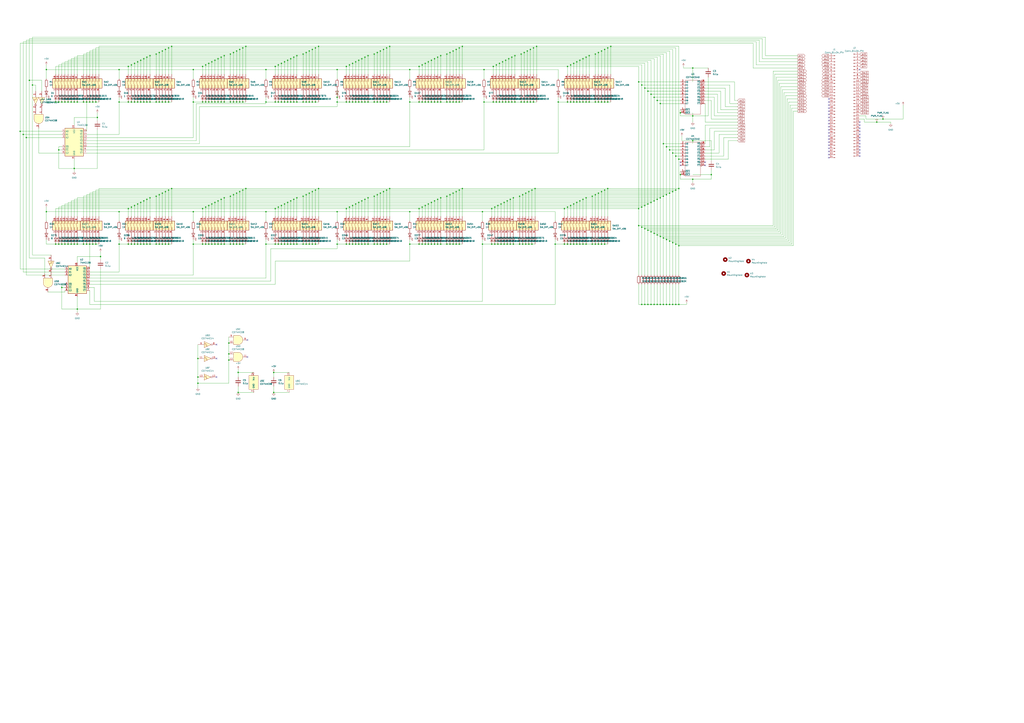
<source format=kicad_sch>
(kicad_sch (version 20230121) (generator eeschema)
  (paper "A1")
  (junction (at 346.71 170.18))
  (junction (at 254 83.82))
  (junction (at 558.8 92.71))
  (junction (at 55.88 83.82))
  (junction (at 189.23 44.45))
  (junction (at 251.46 200.66))
  (junction (at 259.08 156.21))
  (junction (at 483.87 83.82))
  (junction (at 354.33 49.53))
  (junction (at 356.87 83.82))
  (junction (at 317.5 200.66))
  (junction (at 45.72 200.66))
  (junction (at 138.43 39.37))
  (junction (at 302.26 45.72))
  (junction (at 557.53 130.81))
  (junction (at 133.35 83.82))
  (junction (at 292.1 50.8))
  (junction (at 135.89 40.64))
  (junction (at 411.48 167.64))
  (junction (at 307.34 200.66))
  (junction (at 238.76 200.66))
  (junction (at 302.26 200.66))
  (junction (at 312.42 200.66))
  (junction (at 410.21 52.07))
  (junction (at 524.51 185.42))
  (junction (at 542.29 162.56))
  (junction (at 289.56 200.66))
  (junction (at 76.2 200.66))
  (junction (at 158.75 83.82))
  (junction (at 430.53 83.82))
  (junction (at 243.84 162.56))
  (junction (at 312.42 158.75))
  (junction (at 412.75 83.82))
  (junction (at 369.57 43.18))
  (junction (at 568.96 55.88))
  (junction (at 336.55 173.99))
  (junction (at 21.59 113.03))
  (junction (at 196.85 157.48))
  (junction (at 233.68 167.64))
  (junction (at 346.71 83.82))
  (junction (at 238.76 83.82))
  (junction (at 107.95 200.66))
  (junction (at 440.69 38.1))
  (junction (at 307.34 83.82))
  (junction (at 403.86 171.45))
  (junction (at 429.26 200.66))
  (junction (at 374.65 40.64))
  (junction (at 130.81 200.66))
  (junction (at 176.53 83.82))
  (junction (at 420.37 46.99))
  (junction (at 287.02 83.82))
  (junction (at 254 41.91))
  (junction (at 97.79 83.82))
  (junction (at 427.99 44.45))
  (junction (at 499.11 83.82))
  (junction (at 725.17 97.79))
  (junction (at 554.99 156.21))
  (junction (at 199.39 156.21))
  (junction (at 238.76 48.26))
  (junction (at 162.56 309.88))
  (junction (at 284.48 171.45))
  (junction (at 110.49 168.91))
  (junction (at 241.3 46.99))
  (junction (at 166.37 171.45))
  (junction (at 97.79 200.66))
  (junction (at 494.03 41.91))
  (junction (at 422.91 45.72))
  (junction (at 317.5 39.37))
  (junction (at 191.77 160.02))
  (junction (at 226.06 171.45))
  (junction (at 173.99 167.64))
  (junction (at 496.57 200.66))
  (junction (at 231.14 83.82))
  (junction (at 542.29 194.31))
  (junction (at 113.03 167.64))
  (junction (at 218.44 57.15))
  (junction (at 226.06 200.66))
  (junction (at 173.99 50.8))
  (junction (at 307.34 44.45))
  (junction (at 491.49 43.18))
  (junction (at 473.71 50.8))
  (junction (at 236.22 49.53))
  (junction (at 407.67 83.82))
  (junction (at 431.8 200.66))
  (junction (at 248.92 83.82))
  (junction (at 499.11 39.37))
  (junction (at 309.88 160.02))
  (junction (at 226.06 83.82))
  (junction (at 499.11 154.94))
  (junction (at 524.51 171.45))
  (junction (at 554.99 128.27))
  (junction (at 552.45 125.73))
  (junction (at 107.95 170.18))
  (junction (at 436.88 200.66))
  (junction (at 433.07 41.91))
  (junction (at 138.43 83.82))
  (junction (at 544.83 118.11))
  (junction (at 224.79 322.58))
  (junction (at 410.21 83.82))
  (junction (at 314.96 40.64))
  (junction (at 317.5 83.82))
  (junction (at 356.87 165.1))
  (junction (at 259.08 200.66))
  (junction (at 130.81 83.82))
  (junction (at 408.94 200.66))
  (junction (at 532.13 189.23))
  (junction (at 547.37 120.65))
  (junction (at 236.22 166.37))
  (junction (at 128.27 200.66))
  (junction (at 349.25 200.66))
  (junction (at 471.17 200.66))
  (junction (at 78.74 200.66))
  (junction (at 367.03 83.82))
  (junction (at 115.57 49.53))
  (junction (at 196.85 40.64))
  (junction (at 354.33 200.66))
  (junction (at 218.44 83.82))
  (junction (at 179.07 48.26))
  (junction (at 422.91 83.82))
  (junction (at 168.91 170.18))
  (junction (at 248.92 161.29))
  (junction (at 558.8 143.51))
  (junction (at 115.57 200.66))
  (junction (at 314.96 157.48))
  (junction (at 486.41 161.29))
  (junction (at 307.34 161.29))
  (junction (at 259.08 39.37))
  (junction (at 168.91 53.34))
  (junction (at 435.61 40.64))
  (junction (at 256.54 157.48))
  (junction (at 233.68 83.82))
  (junction (at 158.75 173.99))
  (junction (at 226.06 54.61))
  (junction (at 276.86 83.82))
  (junction (at 123.19 83.82))
  (junction (at 494.03 157.48))
  (junction (at 135.89 157.48))
  (junction (at 468.63 200.66))
  (junction (at 292.1 83.82))
  (junction (at 351.79 200.66))
  (junction (at 105.41 171.45))
  (junction (at 243.84 83.82))
  (junction (at 351.79 83.82))
  (junction (at 476.25 49.53))
  (junction (at 194.31 158.75))
  (junction (at 584.2 143.51))
  (junction (at 123.19 200.66))
  (junction (at 45.72 83.82))
  (junction (at 284.48 200.66))
  (junction (at 488.95 200.66))
  (junction (at 372.11 158.75))
  (junction (at 80.01 96.52))
  (junction (at 138.43 200.66))
  (junction (at 476.25 165.1))
  (junction (at 568.96 147.32))
  (junction (at 184.15 162.56))
  (junction (at 374.65 83.82))
  (junction (at 483.87 45.72))
  (junction (at 60.96 83.82))
  (junction (at 361.95 83.82))
  (junction (at 488.95 44.45))
  (junction (at 201.93 154.94))
  (junction (at 199.39 200.66))
  (junction (at 120.65 46.99))
  (junction (at 568.96 115.57))
  (junction (at 187.96 295.91))
  (junction (at 133.35 200.66))
  (junction (at 320.04 38.1))
  (junction (at 426.72 161.29))
  (junction (at 527.05 69.85))
  (junction (at 189.23 200.66))
  (junction (at 549.91 158.75))
  (junction (at 317.5 156.21))
  (junction (at 184.15 45.72))
  (junction (at 532.13 167.64))
  (junction (at 289.56 168.91))
  (junction (at 48.26 123.19))
  (junction (at 236.22 200.66))
  (junction (at 133.35 158.75))
  (junction (at 557.53 154.94))
  (junction (at 314.96 200.66))
  (junction (at 236.22 83.82))
  (junction (at 58.42 83.82))
  (junction (at 241.3 200.66))
  (junction (at 135.89 200.66))
  (junction (at 372.11 200.66))
  (junction (at 123.19 45.72))
  (junction (at 50.8 200.66))
  (junction (at 405.13 54.61))
  (junction (at 294.64 83.82))
  (junction (at 439.42 154.94))
  (junction (at 118.11 83.82))
  (junction (at 436.88 156.21))
  (junction (at 276.86 80.01))
  (junction (at 50.8 236.22))
  (junction (at 199.39 39.37))
  (junction (at 547.37 160.02))
  (junction (at 539.75 82.55))
  (junction (at 231.14 200.66))
  (junction (at 191.77 83.82))
  (junction (at 466.09 170.18))
  (junction (at 299.72 200.66))
  (junction (at 299.72 163.83))
  (junction (at 458.47 83.82))
  (junction (at 372.11 83.82))
  (junction (at 68.58 200.66))
  (junction (at 68.58 83.82))
  (junction (at 476.25 83.82))
  (junction (at 261.62 38.1))
  (junction (at 433.07 83.82))
  (junction (at 254 158.75))
  (junction (at 417.83 48.26))
  (junction (at 187.96 281.94))
  (junction (at 218.44 173.99))
  (junction (at 284.48 54.61))
  (junction (at 120.65 163.83))
  (junction (at 438.15 83.82))
  (junction (at 481.33 200.66))
  (junction (at 294.64 166.37))
  (junction (at 194.31 83.82))
  (junction (at 228.6 53.34))
  (junction (at 289.56 52.07))
  (junction (at 359.41 83.82))
  (junction (at 421.64 200.66))
  (junction (at 254 200.66))
  (junction (at 374.65 157.48))
  (junction (at 105.41 83.82))
  (junction (at 113.03 83.82))
  (junction (at 478.79 48.26))
  (junction (at 377.19 83.82))
  (junction (at 231.14 52.07))
  (junction (at 542.29 250.19))
  (junction (at 251.46 83.82))
  (junction (at 53.34 83.82))
  (junction (at 346.71 200.66))
  (junction (at 478.79 83.82))
  (junction (at 491.49 158.75))
  (junction (at 466.09 83.82))
  (junction (at 231.14 168.91))
  (junction (at 496.57 40.64))
  (junction (at 416.56 200.66))
  (junction (at 419.1 163.83))
  (junction (at 415.29 49.53))
  (junction (at 251.46 160.02))
  (junction (at 78.74 83.82))
  (junction (at 191.77 43.18))
  (junction (at 547.37 250.19))
  (junction (at 189.23 83.82))
  (junction (at 118.11 165.1))
  (junction (at 297.18 165.1))
  (junction (at 115.57 83.82))
  (junction (at 534.67 166.37))
  (junction (at 429.26 160.02))
  (junction (at 19.05 110.49))
  (junction (at 292.1 167.64))
  (junction (at 431.8 158.75))
  (junction (at 356.87 200.66))
  (junction (at 356.87 48.26))
  (junction (at 97.79 173.99))
  (junction (at 224.79 306.07))
  (junction (at 309.88 83.82))
  (junction (at 411.48 200.66))
  (junction (at 369.57 200.66))
  (junction (at 173.99 83.82))
  (junction (at 292.1 200.66))
  (junction (at 251.46 43.18))
  (junction (at 466.09 54.61))
  (junction (at 140.97 154.94))
  (junction (at 359.41 200.66))
  (junction (at 181.61 163.83))
  (junction (at 135.89 83.82))
  (junction (at 367.03 44.45))
  (junction (at 138.43 156.21))
  (junction (at 416.56 165.1))
  (junction (at 309.88 200.66))
  (junction (at 261.62 154.94))
  (junction (at 463.55 171.45))
  (junction (at 557.53 250.19))
  (junction (at 369.57 83.82))
  (junction (at 110.49 52.07))
  (junction (at 133.35 41.91))
  (junction (at 228.6 83.82))
  (junction (at 287.02 200.66))
  (junction (at 128.27 161.29))
  (junction (at 228.6 170.18))
  (junction (at 60.96 200.66))
  (junction (at 349.25 168.91))
  (junction (at 426.72 200.66))
  (junction (at 162.56 314.96))
  (junction (at 435.61 83.82))
  (junction (at 407.67 53.34))
  (junction (at 256.54 83.82))
  (junction (at 302.26 162.56))
  (junction (at 166.37 83.82))
  (junction (at 349.25 83.82))
  (junction (at 377.19 200.66))
  (junction (at 196.85 200.66))
  (junction (at 532.13 250.19))
  (junction (at 76.2 83.82))
  (junction (at 195.58 322.58))
  (junction (at 488.95 83.82))
  (junction (at 60.96 138.43))
  (junction (at 110.49 83.82))
  (junction (at 171.45 83.82))
  (junction (at 544.83 195.58))
  (junction (at 496.57 83.82))
  (junction (at 524.51 67.31))
  (junction (at 179.07 200.66))
  (junction (at 120.65 83.82))
  (junction (at 336.55 83.82))
  (junction (at 314.96 83.82))
  (junction (at 312.42 41.91))
  (junction (at 476.25 200.66))
  (junction (at 434.34 200.66))
  (junction (at 354.33 166.37))
  (junction (at 241.3 163.83))
  (junction (at 228.6 200.66))
  (junction (at 557.53 201.93))
  (junction (at 73.66 200.66))
  (junction (at 466.09 200.66))
  (junction (at 297.18 48.26))
  (junction (at 158.75 200.66))
  (junction (at 408.94 168.91))
  (junction (at 397.51 83.82))
  (junction (at 26.67 69.85))
  (junction (at 110.49 200.66))
  (junction (at 415.29 83.82))
  (junction (at 309.88 43.18))
  (junction (at 496.57 156.21))
  (junction (at 162.56 294.64))
  (junction (at 24.13 66.04))
  (junction (at 302.26 83.82))
  (junction (at 184.15 200.66))
  (junction (at 481.33 162.56))
  (junction (at 199.39 83.82))
  (junction (at 377.19 39.37))
  (junction (at 128.27 83.82))
  (junction (at 55.88 200.66))
  (junction (at 491.49 200.66))
  (junction (at 471.17 83.82))
  (junction (at 491.49 83.82))
  (junction (at 406.4 170.18))
  (junction (at 468.63 83.82))
  (junction (at 297.18 83.82))
  (junction (at 128.27 44.45))
  (junction (at 297.18 200.66))
  (junction (at 547.37 196.85))
  (junction (at 248.92 200.66))
  (junction (at 181.61 83.82))
  (junction (at 414.02 200.66))
  (junction (at 243.84 200.66))
  (junction (at 218.44 200.66))
  (junction (at 289.56 83.82))
  (junction (at 38.1 57.15))
  (junction (at 118.11 200.66))
  (junction (at 379.73 154.94))
  (junction (at 346.71 53.34))
  (junction (at 361.95 45.72))
  (junction (at 294.64 200.66))
  (junction (at 419.1 200.66))
  (junction (at 123.19 162.56))
  (junction (at 63.5 254))
  (junction (at 417.83 83.82))
  (junction (at 377.19 156.21))
  (junction (at 537.21 80.01))
  (junction (at 16.51 107.95))
  (junction (at 367.03 161.29))
  (junction (at 494.03 200.66))
  (junction (at 113.03 50.8))
  (junction (at 113.03 200.66))
  (junction (at 539.75 250.19))
  (junction (at 48.26 83.82))
  (junction (at 294.64 49.53))
  (junction (at 549.91 250.19))
  (junction (at 63.5 200.66))
  (junction (at 166.37 200.66))
  (junction (at 184.15 83.82))
  (junction (at 552.45 250.19))
  (junction (at 421.64 162.56))
  (junction (at 344.17 83.82))
  (junction (at 82.55 210.82))
  (junction (at 50.8 83.82))
  (junction (at 359.41 46.99))
  (junction (at 471.17 167.64))
  (junction (at 243.84 45.72))
  (junction (at 107.95 83.82))
  (junction (at 468.63 168.91))
  (junction (at 529.59 168.91))
  (junction (at 173.99 200.66))
  (junction (at 529.59 187.96))
  (junction (at 554.99 200.66))
  (junction (at 171.45 52.07))
  (junction (at 537.21 165.1))
  (junction (at 473.71 83.82))
  (junction (at 468.63 53.34))
  (junction (at 63.5 83.82))
  (junction (at 539.75 163.83))
  (junction (at 276.86 173.99))
  (junction (at 537.21 250.19))
  (junction (at 38.1 173.99))
  (junction (at 130.81 43.18))
  (junction (at 189.23 161.29))
  (junction (at 471.17 52.07))
  (junction (at 354.33 83.82))
  (junction (at 336.55 57.15))
  (junction (at 105.41 200.66))
  (junction (at 196.85 83.82))
  (junction (at 396.24 200.66))
  (junction (at 529.59 250.19))
  (junction (at 194.31 200.66))
  (junction (at 349.25 52.07))
  (junction (at 361.95 200.66))
  (junction (at 176.53 200.66))
  (junction (at 544.83 250.19))
  (junction (at 372.11 41.91))
  (junction (at 455.93 200.66))
  (junction (at 367.03 200.66))
  (junction (at 191.77 200.66))
  (junction (at 473.71 166.37))
  (junction (at 158.75 57.15))
  (junction (at 118.11 48.26))
  (junction (at 105.41 54.61))
  (junction (at 549.91 198.12))
  (junction (at 473.71 200.66))
  (junction (at 312.42 83.82))
  (junction (at 176.53 166.37))
  (junction (at 351.79 50.8))
  (junction (at 115.57 166.37))
  (junction (at 463.55 200.66))
  (junction (at 486.41 200.66))
  (junction (at 405.13 83.82))
  (junction (at 256.54 40.64))
  (junction (at 287.02 170.18))
  (junction (at 256.54 200.66))
  (junction (at 532.13 74.93))
  (junction (at 179.07 165.1))
  (junction (at 336.55 200.66))
  (junction (at 527.05 170.18))
  (junction (at 406.4 200.66))
  (junction (at 233.68 200.66))
  (junction (at 71.12 83.82))
  (junction (at 438.15 39.37))
  (junction (at 299.72 46.99))
  (junction (at 97.79 57.15))
  (junction (at 344.17 200.66))
  (junction (at 427.99 83.82))
  (junction (at 359.41 163.83))
  (junction (at 539.75 193.04))
  (junction (at 549.91 123.19))
  (junction (at 299.72 83.82))
  (junction (at 179.07 83.82))
  (junction (at 58.42 200.66))
  (junction (at 361.95 162.56))
  (junction (at 396.24 173.99))
  (junction (at 195.58 306.07))
  (junction (at 276.86 57.15))
  (junction (at 529.59 72.39))
  (junction (at 48.26 200.66))
  (junction (at 168.91 200.66))
  (junction (at 542.29 85.09))
  (junction (at 527.05 250.19))
  (junction (at 233.68 50.8))
  (junction (at 107.95 53.34))
  (junction (at 201.93 38.1))
  (junction (at 568.96 95.25))
  (junction (at 171.45 168.91))
  (junction (at 120.65 200.66))
  (junction (at 544.83 161.29))
  (junction (at 181.61 46.99))
  (junction (at 351.79 167.64))
  (junction (at 534.67 250.19))
  (junction (at 481.33 83.82))
  (junction (at 287.02 53.34))
  (junction (at 320.04 154.94))
  (junction (at 488.95 160.02))
  (junction (at 397.51 57.15))
  (junction (at 414.02 166.37))
  (junction (at 403.86 200.66))
  (junction (at 187.96 290.83))
  (junction (at 168.91 83.82))
  (junction (at 344.17 54.61))
  (junction (at 181.61 200.66))
  (junction (at 554.99 250.19))
  (junction (at 130.81 160.02))
  (junction (at 259.08 83.82))
  (junction (at 238.76 165.1))
  (junction (at 720.09 100.33))
  (junction (at 194.31 41.91))
  (junction (at 527.05 186.69))
  (junction (at 552.45 157.48))
  (junction (at 53.34 200.66))
  (junction (at 374.65 200.66))
  (junction (at 176.53 49.53))
  (junction (at 412.75 50.8))
  (junction (at 71.12 200.66))
  (junction (at 434.34 157.48))
  (junction (at 481.33 46.99))
  (junction (at 501.65 38.1))
  (junction (at 478.79 163.83))
  (junction (at 73.66 83.82))
  (junction (at 369.57 160.02))
  (junction (at 248.92 44.45))
  (junction (at 534.67 190.5))
  (junction (at 537.21 191.77))
  (junction (at 166.37 54.61))
  (junction (at 430.53 43.18))
  (junction (at 534.67 77.47))
  (junction (at 494.03 83.82))
  (junction (at 241.3 83.82))
  (junction (at 478.79 200.66))
  (junction (at 552.45 199.39))
  (junction (at 171.45 200.66))
  (junction (at 140.97 38.1))
  (junction (at 344.17 171.45))
  (junction (at 379.73 38.1))
  (junction (at 420.37 83.82))
  (junction (at 284.48 83.82))
  (junction (at 276.86 200.66))
  (no_connect (at 706.12 105.41))
  (no_connect (at 177.8 294.64))
  (no_connect (at 177.8 283.21))
  (no_connect (at 706.12 125.73))
  (no_connect (at 203.2 293.37))
  (no_connect (at 680.72 121.92))
  (no_connect (at 706.12 120.65))
  (no_connect (at 680.72 116.84))
  (no_connect (at 706.12 100.33))
  (no_connect (at 680.72 99.06))
  (no_connect (at 706.12 102.87))
  (no_connect (at 203.2 279.4))
  (no_connect (at 680.72 114.3))
  (no_connect (at 680.72 119.38))
  (no_connect (at 706.12 115.57))
  (no_connect (at 680.72 91.44))
  (no_connect (at 558.8 135.89))
  (no_connect (at 579.12 133.35))
  (no_connect (at 680.72 124.46))
  (no_connect (at 706.12 123.19))
  (no_connect (at 706.12 113.03))
  (no_connect (at 680.72 86.36))
  (no_connect (at 706.12 110.49))
  (no_connect (at 706.12 128.27))
  (no_connect (at 680.72 81.28))
  (no_connect (at 680.72 127))
  (no_connect (at 706.12 118.11))
  (no_connect (at 177.8 309.88))
  (no_connect (at 680.72 88.9))
  (no_connect (at 680.72 111.76))
  (no_connect (at 680.72 96.52))
  (no_connect (at 558.8 133.35))
  (no_connect (at 680.72 93.98))
  (no_connect (at 680.72 104.14))
  (no_connect (at 680.72 101.6))
  (no_connect (at 680.72 83.82))
  (no_connect (at 680.72 109.22))
  (no_connect (at 579.12 135.89))
  (no_connect (at 680.72 129.54))
  (no_connect (at 706.12 57.15))
  (no_connect (at 680.72 106.68))
  (no_connect (at 706.12 107.95))
  (wire (pts (xy 542.29 85.09) (xy 542.29 162.56)))
  (wire (pts (xy 50.8 83.82) (xy 53.34 83.82)))
  (wire (pts (xy 218.44 57.15) (xy 158.75 57.15)))
  (wire (pts (xy 307.34 83.82) (xy 309.88 83.82)))
  (wire (pts (xy 549.91 123.19) (xy 549.91 158.75)))
  (wire (pts (xy 248.92 200.66) (xy 251.46 200.66)))
  (wire (pts (xy 439.42 200.66) (xy 436.88 200.66)))
  (wire (pts (xy 294.64 166.37) (xy 236.22 166.37)))
  (wire (pts (xy 138.43 39.37) (xy 199.39 39.37)))
  (wire (pts (xy 166.37 60.96) (xy 166.37 54.61)))
  (wire (pts (xy 31.75 125.73) (xy 50.8 125.73)))
  (wire (pts (xy 53.34 223.52) (xy 19.05 223.52)))
  (wire (pts (xy 486.41 161.29) (xy 486.41 177.8)))
  (wire (pts (xy 412.75 50.8) (xy 473.71 50.8)))
  (wire (pts (xy 58.42 83.82) (xy 60.96 83.82)))
  (wire (pts (xy 181.61 163.83) (xy 241.3 163.83)))
  (wire (pts (xy 544.83 250.19) (xy 547.37 250.19)))
  (wire (pts (xy 431.8 158.75) (xy 491.49 158.75)))
  (wire (pts (xy 226.06 54.61) (xy 166.37 54.61)))
  (wire (pts (xy 431.8 200.66) (xy 429.26 200.66)))
  (wire (pts (xy 53.34 200.66) (xy 55.88 200.66)))
  (wire (pts (xy 68.58 177.8) (xy 68.58 161.29)))
  (wire (pts (xy 534.67 49.53) (xy 534.67 77.47)))
  (wire (pts (xy 568.96 115.57) (xy 560.07 115.57)))
  (wire (pts (xy 299.72 46.99) (xy 359.41 46.99)))
  (wire (pts (xy 97.79 57.15) (xy 158.75 57.15)))
  (wire (pts (xy 356.87 48.26) (xy 356.87 60.96)))
  (wire (pts (xy 58.42 200.66) (xy 60.96 200.66)))
  (wire (pts (xy 411.48 167.64) (xy 411.48 177.8)))
  (wire (pts (xy 294.64 60.96) (xy 294.64 49.53)))
  (wire (pts (xy 226.06 214.63) (xy 226.06 233.68)))
  (wire (pts (xy 356.87 165.1) (xy 416.56 165.1)))
  (wire (pts (xy 168.91 60.96) (xy 168.91 53.34)))
  (wire (pts (xy 45.72 54.61) (xy 105.41 54.61)))
  (wire (pts (xy 433.07 41.91) (xy 433.07 60.96)))
  (wire (pts (xy 379.73 38.1) (xy 379.73 60.96)))
  (wire (pts (xy 590.55 110.49) (xy 605.79 110.49)))
  (wire (pts (xy 261.62 60.96) (xy 261.62 38.1)))
  (wire (pts (xy 547.37 250.19) (xy 549.91 250.19)))
  (wire (pts (xy 241.3 46.99) (xy 241.3 60.96)))
  (wire (pts (xy 80.01 138.43) (xy 60.96 138.43)))
  (wire (pts (xy 21.59 113.03) (xy 50.8 113.03)))
  (wire (pts (xy 494.03 41.91) (xy 549.91 41.91)))
  (wire (pts (xy 557.53 130.81) (xy 558.8 130.81)))
  (wire (pts (xy 650.24 88.9) (xy 655.32 88.9)))
  (wire (pts (xy 254 41.91) (xy 312.42 41.91)))
  (wire (pts (xy 71.12 177.8) (xy 71.12 160.02)))
  (wire (pts (xy 468.63 53.34) (xy 468.63 60.96)))
  (wire (pts (xy 584.2 143.51) (xy 584.2 139.7)))
  (wire (pts (xy 637.54 187.96) (xy 637.54 63.5)))
  (wire (pts (xy 16.51 107.95) (xy 16.51 35.56)))
  (wire (pts (xy 499.11 39.37) (xy 554.99 39.37)))
  (wire (pts (xy 21.59 226.06) (xy 21.59 113.03)))
  (wire (pts (xy 158.75 226.06) (xy 73.66 226.06)))
  (wire (pts (xy 488.95 160.02) (xy 488.95 177.8)))
  (wire (pts (xy 537.21 233.68) (xy 537.21 250.19)))
  (wire (pts (xy 527.05 69.85) (xy 558.8 69.85)))
  (wire (pts (xy 241.3 46.99) (xy 299.72 46.99)))
  (wire (pts (xy 438.15 83.82) (xy 440.69 83.82)))
  (wire (pts (xy 222.25 204.47) (xy 222.25 231.14)))
  (wire (pts (xy 184.15 45.72) (xy 243.84 45.72)))
  (wire (pts (xy 436.88 200.66) (xy 434.34 200.66)))
  (wire (pts (xy 276.86 173.99) (xy 218.44 173.99)))
  (wire (pts (xy 228.6 200.66) (xy 231.14 200.66)))
  (wire (pts (xy 405.13 83.82) (xy 407.67 83.82)))
  (wire (pts (xy 359.41 46.99) (xy 359.41 60.96)))
  (wire (pts (xy 226.06 233.68) (xy 73.66 233.68)))
  (wire (pts (xy 140.97 154.94) (xy 201.93 154.94)))
  (wire (pts (xy 524.51 54.61) (xy 524.51 67.31)))
  (wire (pts (xy 228.6 170.18) (xy 168.91 170.18)))
  (wire (pts (xy 189.23 200.66) (xy 191.77 200.66)))
  (wire (pts (xy 314.96 83.82) (xy 317.5 83.82)))
  (wire (pts (xy 346.71 53.34) (xy 407.67 53.34)))
  (wire (pts (xy 420.37 46.99) (xy 420.37 60.96)))
  (wire (pts (xy 568.96 147.32) (xy 558.8 147.32)))
  (wire (pts (xy 241.3 163.83) (xy 299.72 163.83)))
  (wire (pts (xy 120.65 83.82) (xy 123.19 83.82)))
  (wire (pts (xy 233.68 83.82) (xy 236.22 83.82)))
  (wire (pts (xy 466.09 170.18) (xy 527.05 170.18)))
  (wire (pts (xy 224.79 322.58) (xy 237.49 322.58)))
  (wire (pts (xy 73.66 60.96) (xy 73.66 41.91)))
  (wire (pts (xy 417.83 83.82) (xy 420.37 83.82)))
  (wire (pts (xy 231.14 83.82) (xy 233.68 83.82)))
  (wire (pts (xy 422.91 45.72) (xy 422.91 60.96)))
  (wire (pts (xy 312.42 41.91) (xy 312.42 60.96)))
  (wire (pts (xy 97.79 200.66) (xy 105.41 200.66)))
  (wire (pts (xy 369.57 160.02) (xy 429.26 160.02)))
  (wire (pts (xy 586.74 95.25) (xy 605.79 95.25)))
  (wire (pts (xy 476.25 177.8) (xy 476.25 165.1)))
  (wire (pts (xy 81.28 177.8) (xy 81.28 154.94)))
  (wire (pts (xy 166.37 83.82) (xy 168.91 83.82)))
  (wire (pts (xy 579.12 100.33) (xy 605.79 100.33)))
  (wire (pts (xy 396.24 200.66) (xy 396.24 196.85)))
  (wire (pts (xy 359.41 46.99) (xy 420.37 46.99)))
  (wire (pts (xy 179.07 83.82) (xy 181.61 83.82)))
  (wire (pts (xy 189.23 44.45) (xy 248.92 44.45)))
  (wire (pts (xy 233.68 167.64) (xy 233.68 177.8)))
  (wire (pts (xy 582.93 105.41) (xy 582.93 120.65)))
  (wire (pts (xy 78.74 60.96) (xy 78.74 39.37)))
  (wire (pts (xy 68.58 60.96) (xy 68.58 44.45)))
  (wire (pts (xy 537.21 250.19) (xy 539.75 250.19)))
  (wire (pts (xy 478.79 83.82) (xy 481.33 83.82)))
  (wire (pts (xy 529.59 233.68) (xy 529.59 250.19)))
  (wire (pts (xy 55.88 166.37) (xy 115.57 166.37)))
  (wire (pts (xy 466.09 83.82) (xy 468.63 83.82)))
  (wire (pts (xy 63.5 254) (xy 63.5 256.54)))
  (wire (pts (xy 648.97 86.36) (xy 655.32 86.36)))
  (wire (pts (xy 48.26 120.65) (xy 50.8 120.65)))
  (wire (pts (xy 218.44 64.77) (xy 218.44 57.15)))
  (wire (pts (xy 369.57 83.82) (xy 372.11 83.82)))
  (wire (pts (xy 431.8 158.75) (xy 431.8 177.8)))
  (wire (pts (xy 351.79 200.66) (xy 354.33 200.66)))
  (wire (pts (xy 309.88 83.82) (xy 312.42 83.82)))
  (wire (pts (xy 557.53 154.94) (xy 557.53 201.93)))
  (wire (pts (xy 58.42 177.8) (xy 58.42 165.1)))
  (wire (pts (xy 361.95 200.66) (xy 367.03 200.66)))
  (wire (pts (xy 552.45 233.68) (xy 552.45 250.19)))
  (wire (pts (xy 603.25 67.31) (xy 579.12 67.31)))
  (wire (pts (xy 297.18 48.26) (xy 297.18 60.96)))
  (wire (pts (xy 336.55 120.65) (xy 336.55 83.82)))
  (wire (pts (xy 568.96 115.57) (xy 584.2 115.57)))
  (wire (pts (xy 336.55 173.99) (xy 276.86 173.99)))
  (wire (pts (xy 406.4 170.18) (xy 466.09 170.18)))
  (wire (pts (xy 346.71 53.34) (xy 287.02 53.34)))
  (wire (pts (xy 179.07 165.1) (xy 179.07 177.8)))
  (wire (pts (xy 71.12 118.11) (xy 163.83 118.11)))
  (wire (pts (xy 176.53 83.82) (xy 179.07 83.82)))
  (wire (pts (xy 118.11 165.1) (xy 179.07 165.1)))
  (wire (pts (xy 105.41 83.82) (xy 107.95 83.82)))
  (wire (pts (xy 466.09 54.61) (xy 524.51 54.61)))
  (wire (pts (xy 529.59 168.91) (xy 529.59 187.96)))
  (wire (pts (xy 297.18 165.1) (xy 297.18 177.8)))
  (wire (pts (xy 471.17 200.66) (xy 468.63 200.66)))
  (wire (pts (xy 397.51 123.19) (xy 397.51 83.82)))
  (wire (pts (xy 529.59 52.07) (xy 529.59 72.39)))
  (wire (pts (xy 641.35 71.12) (xy 655.32 71.12)))
  (wire (pts (xy 78.74 83.82) (xy 81.28 83.82)))
  (wire (pts (xy 473.71 83.82) (xy 476.25 83.82)))
  (wire (pts (xy 78.74 156.21) (xy 138.43 156.21)))
  (wire (pts (xy 171.45 200.66) (xy 173.99 200.66)))
  (wire (pts (xy 542.29 233.68) (xy 542.29 250.19)))
  (wire (pts (xy 463.55 171.45) (xy 524.51 171.45)))
  (wire (pts (xy 135.89 40.64) (xy 135.89 60.96)))
  (wire (pts (xy 261.62 154.94) (xy 320.04 154.94)))
  (wire (pts (xy 195.58 309.88) (xy 195.58 306.07)))
  (wire (pts (xy 76.2 60.96) (xy 76.2 40.64)))
  (wire (pts (xy 24.13 31.75) (xy 24.13 66.04)))
  (wire (pts (xy 590.55 110.49) (xy 590.55 125.73)))
  (wire (pts (xy 71.12 60.96) (xy 71.12 43.18)))
  (wire (pts (xy 176.53 60.96) (xy 176.53 49.53)))
  (wire (pts (xy 478.79 163.83) (xy 478.79 177.8)))
  (wire (pts (xy 579.12 128.27) (xy 594.36 128.27)))
  (wire (pts (xy 73.66 158.75) (xy 133.35 158.75)))
  (wire (pts (xy 496.57 200.66) (xy 494.03 200.66)))
  (wire (pts (xy 568.96 55.88) (xy 568.96 67.31)))
  (wire (pts (xy 254 200.66) (xy 256.54 200.66)))
  (wire (pts (xy 361.95 83.82) (xy 367.03 83.82)))
  (wire (pts (xy 455.93 181.61) (xy 455.93 173.99)))
  (wire (pts (xy 426.72 161.29) (xy 426.72 177.8)))
  (wire (pts (xy 598.17 130.81) (xy 579.12 130.81)))
  (wire (pts (xy 436.88 156.21) (xy 436.88 177.8)))
  (wire (pts (xy 276.86 200.66) (xy 284.48 200.66)))
  (wire (pts (xy 455.93 200.66) (xy 455.93 196.85)))
  (wire (pts (xy 276.86 196.85) (xy 276.86 200.66)))
  (wire (pts (xy 284.48 83.82) (xy 287.02 83.82)))
  (wire (pts (xy 201.93 38.1) (xy 261.62 38.1)))
  (wire (pts (xy 19.05 223.52) (xy 19.05 110.49)))
  (wire (pts (xy 532.13 74.93) (xy 558.8 74.93)))
  (wire (pts (xy 276.86 64.77) (xy 276.86 57.15)))
  (wire (pts (xy 251.46 200.66) (xy 254 200.66)))
  (wire (pts (xy 568.96 143.51) (xy 584.2 143.51)))
  (wire (pts (xy 312.42 158.75) (xy 312.42 177.8)))
  (wire (pts (xy 161.29 85.09) (xy 161.29 115.57)))
  (wire (pts (xy 466.09 54.61) (xy 466.09 60.96)))
  (wire (pts (xy 19.05 34.29) (xy 621.03 34.29)))
  (wire (pts (xy 396.24 247.65) (xy 396.24 200.66)))
  (wire (pts (xy 554.99 128.27) (xy 558.8 128.27)))
  (wire (pts (xy 496.57 156.21) (xy 554.99 156.21)))
  (wire (pts (xy 73.66 177.8) (xy 73.66 158.75)))
  (wire (pts (xy 292.1 50.8) (xy 351.79 50.8)))
  (wire (pts (xy 259.08 177.8) (xy 259.08 156.21)))
  (wire (pts (xy 491.49 83.82) (xy 494.03 83.82)))
  (wire (pts (xy 82.55 254) (xy 82.55 220.98)))
  (wire (pts (xy 48.26 123.19) (xy 50.8 123.19)))
  (wire (pts (xy 320.04 154.94) (xy 379.73 154.94)))
  (wire (pts (xy 427.99 44.45) (xy 488.95 44.45)))
  (wire (pts (xy 534.67 77.47) (xy 558.8 77.47)))
  (wire (pts (xy 544.83 44.45) (xy 544.83 118.11)))
  (wire (pts (xy 537.21 48.26) (xy 537.21 80.01)))
  (wire (pts (xy 554.99 233.68) (xy 554.99 250.19)))
  (wire (pts (xy 438.15 39.37) (xy 438.15 60.96)))
  (wire (pts (xy 591.82 90.17) (xy 591.82 74.93)))
  (wire (pts (xy 494.03 41.91) (xy 494.03 60.96)))
  (wire (pts (xy 261.62 38.1) (xy 320.04 38.1)))
  (wire (pts (xy 356.87 200.66) (xy 359.41 200.66)))
  (wire (pts (xy 181.61 163.83) (xy 181.61 177.8)))
  (wire (pts (xy 650.24 88.9) (xy 650.24 200.66)))
  (wire (pts (xy 471.17 52.07) (xy 529.59 52.07)))
  (wire (pts (xy 349.25 168.91) (xy 349.25 177.8)))
  (wire (pts (xy 529.59 72.39) (xy 558.8 72.39)))
  (wire (pts (xy 60.96 200.66) (xy 63.5 200.66)))
  (wire (pts (xy 359.41 83.82) (xy 361.95 83.82)))
  (wire (pts (xy 416.56 200.66) (xy 414.02 200.66)))
  (wire (pts (xy 97.79 80.01) (xy 97.79 83.82)))
  (wire (pts (xy 309.88 160.02) (xy 309.88 177.8)))
  (wire (pts (xy 276.86 200.66) (xy 276.86 204.47)))
  (wire (pts (xy 637.54 63.5) (xy 655.32 63.5)))
  (wire (pts (xy 416.56 165.1) (xy 476.25 165.1)))
  (wire (pts (xy 478.79 48.26) (xy 478.79 60.96)))
  (wire (pts (xy 626.11 31.75) (xy 626.11 48.26)))
  (wire (pts (xy 317.5 156.21) (xy 377.19 156.21)))
  (wire (pts (xy 224.79 317.5) (xy 224.79 322.58)))
  (wire (pts (xy 226.06 171.45) (xy 166.37 171.45)))
  (wire (pts (xy 488.95 83.82) (xy 491.49 83.82)))
  (wire (pts (xy 473.71 50.8) (xy 473.71 60.96)))
  (wire (pts (xy 354.33 200.66) (xy 356.87 200.66)))
  (wire (pts (xy 120.65 46.99) (xy 120.65 60.96)))
  (wire (pts (xy 161.29 115.57) (xy 71.12 115.57)))
  (wire (pts (xy 38.1 57.15) (xy 38.1 64.77)))
  (wire (pts (xy 158.75 200.66) (xy 166.37 200.66)))
  (wire (pts (xy 640.08 68.58) (xy 640.08 190.5)))
  (wire (pts (xy 243.84 83.82) (xy 248.92 83.82)))
  (wire (pts (xy 422.91 45.72) (xy 483.87 45.72)))
  (wire (pts (xy 372.11 41.91) (xy 372.11 60.96)))
  (wire (pts (xy 171.45 83.82) (xy 173.99 83.82)))
  (wire (pts (xy 344.17 83.82) (xy 346.71 83.82)))
  (wire (pts (xy 468.63 168.91) (xy 529.59 168.91)))
  (wire (pts (xy 45.72 177.8) (xy 45.72 171.45)))
  (wire (pts (xy 158.75 80.01) (xy 158.75 83.82)))
  (wire (pts (xy 417.83 48.26) (xy 417.83 60.96)))
  (wire (pts (xy 635 58.42) (xy 655.32 58.42)))
  (wire (pts (xy 289.56 52.07) (xy 289.56 60.96)))
  (wire (pts (xy 406.4 200.66) (xy 403.86 200.66)))
  (wire (pts (xy 478.79 200.66) (xy 476.25 200.66)))
  (wire (pts (xy 284.48 171.45) (xy 226.06 171.45)))
  (wire (pts (xy 414.02 166.37) (xy 473.71 166.37)))
  (wire (pts (xy 53.34 83.82) (xy 55.88 83.82)))
  (wire (pts (xy 78.74 200.66) (xy 81.28 200.66)))
  (wire (pts (xy 427.99 83.82) (xy 430.53 83.82)))
  (wire (pts (xy 529.59 72.39) (xy 529.59 168.91)))
  (wire (pts (xy 539.75 193.04) (xy 539.75 226.06)))
  (wire (pts (xy 184.15 83.82) (xy 189.23 83.82)))
  (wire (pts (xy 374.65 157.48) (xy 314.96 157.48)))
  (wire (pts (xy 80.01 96.52) (xy 80.01 99.06)))
  (wire (pts (xy 731.52 100.33) (xy 731.52 101.6)))
  (wire (pts (xy 302.26 200.66) (xy 307.34 200.66)))
  (wire (pts (xy 377.19 83.82) (xy 379.73 83.82)))
  (wire (pts (xy 105.41 171.45) (xy 105.41 177.8)))
  (wire (pts (xy 38.1 80.01) (xy 38.1 83.82)))
  (wire (pts (xy 60.96 138.43) (xy 48.26 138.43)))
  (wire (pts (xy 201.93 177.8) (xy 201.93 154.94)))
  (wire (pts (xy 411.48 200.66) (xy 408.94 200.66)))
  (wire (pts (xy 60.96 96.52) (xy 80.01 96.52)))
  (wire (pts (xy 231.14 200.66) (xy 233.68 200.66)))
  (wire (pts (xy 647.7 83.82) (xy 655.32 83.82)))
  (wire (pts (xy 491.49 43.18) (xy 547.37 43.18)))
  (wire (pts (xy 557.53 201.93) (xy 557.53 226.06)))
  (wire (pts (xy 595.63 87.63) (xy 605.79 87.63)))
  (wire (pts (xy 379.73 38.1) (xy 440.69 38.1)))
  (wire (pts (xy 476.25 200.66) (xy 473.71 200.66)))
  (wire (pts (xy 396.24 173.99) (xy 396.24 181.61)))
  (wire (pts (xy 29.21 74.93) (xy 29.21 69.85)))
  (wire (pts (xy 542.29 162.56) (xy 542.29 194.31)))
  (wire (pts (xy 372.11 200.66) (xy 374.65 200.66)))
  (wire (pts (xy 529.59 250.19) (xy 532.13 250.19)))
  (wire (pts (xy 458.47 80.01) (xy 458.47 83.82)))
  (wire (pts (xy 369.57 200.66) (xy 372.11 200.66)))
  (wire (pts (xy 642.62 193.04) (xy 539.75 193.04)))
  (wire (pts (xy 706.12 95.25) (xy 711.2 95.25)))
  (wire (pts (xy 50.8 236.22) (xy 50.8 233.68)))
  (wire (pts (xy 24.13 31.75) (xy 626.11 31.75)))
  (wire (pts (xy 135.89 40.64) (xy 196.85 40.64)))
  (wire (pts (xy 196.85 40.64) (xy 196.85 60.96)))
  (wire (pts (xy 236.22 166.37) (xy 176.53 166.37)))
  (wire (pts (xy 276.86 83.82) (xy 284.48 83.82)))
  (wire (pts (xy 346.71 60.96) (xy 346.71 53.34)))
  (wire (pts (xy 377.19 156.21) (xy 377.19 177.8)))
  (wire (pts (xy 238.76 48.26) (xy 297.18 48.26)))
  (wire (pts (xy 494.03 200.66) (xy 491.49 200.66)))
  (wire (pts (xy 236.22 83.82) (xy 238.76 83.82)))
  (wire (pts (xy 486.41 161.29) (xy 544.83 161.29)))
  (wire (pts (xy 410.21 52.07) (xy 471.17 52.07)))
  (wire (pts (xy 53.34 177.8) (xy 53.34 167.64)))
  (wire (pts (xy 711.2 97.79) (xy 711.2 95.25)))
  (wire (pts (xy 73.66 236.22) (xy 77.47 236.22)))
  (wire (pts (xy 468.63 53.34) (xy 527.05 53.34)))
  (wire (pts (xy 184.15 200.66) (xy 189.23 200.66)))
  (wire (pts (xy 584.2 132.08) (xy 584.2 115.57)))
  (wire (pts (xy 532.13 167.64) (xy 532.13 189.23)))
  (wire (pts (xy 194.31 200.66) (xy 196.85 200.66)))
  (wire (pts (xy 650.24 200.66) (xy 554.99 200.66)))
  (wire (pts (xy 379.73 154.94) (xy 379.73 177.8)))
  (wire (pts (xy 53.34 226.06) (xy 21.59 226.06)))
  (wire (pts (xy 115.57 200.66) (xy 118.11 200.66)))
  (wire (pts (xy 128.27 44.45) (xy 189.23 44.45)))
  (wire (pts (xy 372.11 83.82) (xy 374.65 83.82)))
  (wire (pts (xy 251.46 83.82) (xy 254 83.82)))
  (wire (pts (xy 63.5 60.96) (xy 63.5 45.72)))
  (wire (pts (xy 552.45 250.19) (xy 554.99 250.19)))
  (wire (pts (xy 38.1 170.18) (xy 38.1 173.99)))
  (wire (pts (xy 218.44 200.66) (xy 226.06 200.66)))
  (wire (pts (xy 471.17 52.07) (xy 471.17 60.96)))
  (wire (pts (xy 349.25 168.91) (xy 408.94 168.91)))
  (wire (pts (xy 458.47 57.15) (xy 458.47 64.77)))
  (wire (pts (xy 524.51 185.42) (xy 635 185.42)))
  (wire (pts (xy 226.06 214.63) (xy 336.55 214.63)))
  (wire (pts (xy 641.35 191.77) (xy 641.35 71.12)))
  (wire (pts (xy 226.06 83.82) (xy 228.6 83.82)))
  (wire (pts (xy 554.99 128.27) (xy 554.99 156.21)))
  (wire (pts (xy 645.16 195.58) (xy 544.83 195.58)))
  (wire (pts (xy 238.76 83.82) (xy 241.3 83.82)))
  (wire (pts (xy 483.87 83.82) (xy 488.95 83.82)))
  (wire (pts (xy 58.42 48.26) (xy 118.11 48.26)))
  (wire (pts (xy 218.44 228.6) (xy 73.66 228.6)))
  (wire (pts (xy 123.19 162.56) (xy 123.19 177.8)))
  (wire (pts (xy 284.48 54.61) (xy 226.06 54.61)))
  (wire (pts (xy 483.87 45.72) (xy 483.87 60.96)))
  (wire (pts (xy 113.03 167.64) (xy 173.99 167.64)))
  (wire (pts (xy 168.91 83.82) (xy 171.45 83.82)))
  (wire (pts (xy 374.65 157.48) (xy 434.34 157.48)))
  (wire (pts (xy 725.17 97.79) (xy 711.2 97.79)))
  (wire (pts (xy 21.59 113.03) (xy 21.59 33.02)))
  (wire (pts (xy 97.79 200.66) (xy 97.79 223.52)))
  (wire (pts (xy 259.08 200.66) (xy 261.62 200.66)))
  (wire (pts (xy 187.96 276.86) (xy 187.96 281.94)))
  (wire (pts (xy 439.42 154.94) (xy 499.11 154.94)))
  (wire (pts (xy 478.79 163.83) (xy 539.75 163.83)))
  (wire (pts (xy 68.58 44.45) (xy 128.27 44.45)))
  (wire (pts (xy 346.71 200.66) (xy 349.25 200.66)))
  (wire (pts (xy 529.59 187.96) (xy 529.59 226.06)))
  (wire (pts (xy 501.65 38.1) (xy 557.53 38.1)))
  (wire (pts (xy 554.99 200.66) (xy 554.99 226.06)))
  (wire (pts (xy 133.35 41.91) (xy 133.35 60.96)))
  (wire (pts (xy 407.67 53.34) (xy 468.63 53.34)))
  (wire (pts (xy 113.03 200.66) (xy 115.57 200.66)))
  (wire (pts (xy 48.26 200.66) (xy 50.8 200.66)))
  (wire (pts (xy 251.46 160.02) (xy 309.88 160.02)))
  (wire (pts (xy 107.95 170.18) (xy 107.95 177.8)))
  (wire (pts (xy 194.31 158.75) (xy 194.31 177.8)))
  (wire (pts (xy 307.34 44.45) (xy 307.34 60.96)))
  (wire (pts (xy 463.55 200.66) (xy 455.93 200.66)))
  (wire (pts (xy 162.56 294.64) (xy 162.56 309.88)))
  (wire (pts (xy 97.79 173.99) (xy 158.75 173.99)))
  (wire (pts (xy 618.49 35.56) (xy 618.49 55.88)))
  (wire (pts (xy 317.5 39.37) (xy 317.5 60.96)))
  (wire (pts (xy 643.89 194.31) (xy 643.89 76.2)))
  (wire (pts (xy 113.03 83.82) (xy 115.57 83.82)))
  (wire (pts (xy 110.49 168.91) (xy 110.49 177.8)))
  (wire (pts (xy 557.53 201.93) (xy 651.51 201.93)))
  (wire (pts (xy 158.75 196.85) (xy 158.75 200.66)))
  (wire (pts (xy 527.05 170.18) (xy 527.05 186.69)))
  (wire (pts (xy 251.46 43.18) (xy 251.46 60.96)))
  (wire (pts (xy 408.94 168.91) (xy 408.94 177.8)))
  (wire (pts (xy 415.29 49.53) (xy 415.29 60.96)))
  (wire (pts (xy 539.75 82.55) (xy 558.8 82.55)))
  (wire (pts (xy 586.74 95.25) (xy 586.74 80.01)))
  (wire (pts (xy 426.72 200.66) (xy 421.64 200.66)))
  (wire (pts (xy 38.1 53.34) (xy 38.1 57.15)))
  (wire (pts (xy 55.88 60.96) (xy 55.88 49.53)))
  (wire (pts (xy 208.28 322.58) (xy 195.58 322.58)))
  (wire (pts (xy 231.14 168.91) (xy 231.14 177.8)))
  (wire (pts (xy 53.34 233.68) (xy 50.8 233.68)))
  (wire (pts (xy 181.61 46.99) (xy 181.61 60.96)))
  (wire (pts (xy 140.97 177.8) (xy 140.97 154.94)))
  (wire (pts (xy 71.12 160.02) (xy 130.81 160.02)))
  (wire (pts (xy 233.68 50.8) (xy 292.1 50.8)))
  (wire (pts (xy 73.66 41.91) (xy 133.35 41.91)))
  (wire (pts (xy 314.96 200.66) (xy 317.5 200.66)))
  (wire (pts (xy 379.73 154.94) (xy 439.42 154.94)))
  (wire (pts (xy 367.03 200.66) (xy 369.57 200.66)))
  (wire (pts (xy 226.06 177.8) (xy 226.06 171.45)))
  (wire (pts (xy 552.45 157.48) (xy 552.45 199.39)))
  (wire (pts (xy 60.96 46.99) (xy 120.65 46.99)))
  (wire (pts (xy 590.55 125.73) (xy 579.12 125.73)))
  (wire (pts (xy 499.11 154.94) (xy 499.11 177.8)))
  (wire (pts (xy 377.19 39.37) (xy 377.19 60.96)))
  (wire (pts (xy 55.88 200.66) (xy 58.42 200.66)))
  (wire (pts (xy 314.96 157.48) (xy 256.54 157.48)))
  (wire (pts (xy 168.91 177.8) (xy 168.91 170.18)))
  (wire (pts (xy 581.66 95.25) (xy 568.96 95.25)))
  (wire (pts (xy 419.1 163.83) (xy 478.79 163.83)))
  (wire (pts (xy 243.84 162.56) (xy 302.26 162.56)))
  (wire (pts (xy 120.65 200.66) (xy 123.19 200.66)))
  (wire (pts (xy 529.59 187.96) (xy 637.54 187.96)))
  (wire (pts (xy 643.89 76.2) (xy 655.32 76.2)))
  (wire (pts (xy 168.91 170.18) (xy 107.95 170.18)))
  (wire (pts (xy 138.43 83.82) (xy 140.97 83.82)))
  (wire (pts (xy 73.66 200.66) (xy 76.2 200.66)))
  (wire (pts (xy 299.72 200.66) (xy 302.26 200.66)))
  (wire (pts (xy 638.81 189.23) (xy 532.13 189.23)))
  (wire (pts (xy 26.67 209.55) (xy 41.91 209.55)))
  (wire (pts (xy 233.68 167.64) (xy 292.1 167.64)))
  (wire (pts (xy 312.42 83.82) (xy 314.96 83.82)))
  (wire (pts (xy 532.13 74.93) (xy 532.13 167.64)))
  (wire (pts (xy 294.64 200.66) (xy 297.18 200.66)))
  (wire (pts (xy 254 158.75) (xy 312.42 158.75)))
  (wire (pts (xy 222.25 231.14) (xy 73.66 231.14)))
  (wire (pts (xy 527.05 233.68) (xy 527.05 250.19)))
  (wire (pts (xy 158.75 83.82) (xy 166.37 83.82)))
  (wire (pts (xy 586.74 107.95) (xy 605.79 107.95)))
  (wire (pts (xy 586.74 80.01) (xy 579.12 80.01)))
  (wire (pts (xy 471.17 167.64) (xy 471.17 177.8)))
  (wire (pts (xy 97.79 83.82) (xy 105.41 83.82)))
  (wire (pts (xy 438.15 39.37) (xy 499.11 39.37)))
  (wire (pts (xy 638.81 66.04) (xy 655.32 66.04)))
  (wire (pts (xy 82.55 207.01) (xy 82.55 210.82)))
  (wire (pts (xy 532.13 233.68) (xy 532.13 250.19)))
  (wire (pts (xy 598.17 115.57) (xy 605.79 115.57)))
  (wire (pts (xy 189.23 161.29) (xy 189.23 177.8)))
  (wire (pts (xy 527.05 53.34) (xy 527.05 69.85)))
  (wire (pts (xy 71.12 120.65) (xy 336.55 120.65)))
  (wire (pts (xy 488.95 160.02) (xy 547.37 160.02)))
  (wire (pts (xy 55.88 49.53) (xy 115.57 49.53)))
  (wire (pts (xy 346.71 177.8) (xy 346.71 170.18)))
  (wire (pts (xy 179.07 165.1) (xy 238.76 165.1)))
  (wire (pts (xy 55.88 177.8) (xy 55.88 166.37)))
  (wire (pts (xy 421.64 200.66) (xy 419.1 200.66)))
  (wire (pts (xy 16.51 35.56) (xy 618.49 35.56)))
  (wire (pts (xy 302.26 177.8) (xy 302.26 162.56)))
  (wire (pts (xy 440.69 38.1) (xy 501.65 38.1)))
  (wire (pts (xy 403.86 171.45) (xy 403.86 177.8)))
  (wire (pts (xy 226.06 60.96) (xy 226.06 54.61)))
  (wire (pts (xy 374.65 60.96) (xy 374.65 40.64)))
  (wire (pts (xy 320.04 177.8) (xy 320.04 154.94)))
  (wire (pts (xy 97.79 110.49) (xy 97.79 83.82)))
  (wire (pts (xy 709.93 100.33) (xy 720.09 100.33)))
  (wire (pts (xy 547.37 43.18) (xy 547.37 120.65)))
  (wire (pts (xy 194.31 158.75) (xy 254 158.75)))
  (wire (pts (xy 238.76 48.26) (xy 238.76 60.96)))
  (wire (pts (xy 63.5 200.66) (xy 68.58 200.66)))
  (wire (pts (xy 317.5 83.82) (xy 320.04 83.82)))
  (wire (pts (xy 468.63 200.66) (xy 466.09 200.66)))
  (wire (pts (xy 287.02 170.18) (xy 228.6 170.18)))
  (wire (pts (xy 168.91 53.34) (xy 107.95 53.34)))
  (wire (pts (xy 138.43 177.8) (xy 138.43 156.21)))
  (wire (pts (xy 410.21 52.07) (xy 410.21 60.96)))
  (wire (pts (xy 294.64 177.8) (xy 294.64 166.37)))
  (wire (pts (xy 176.53 166.37) (xy 115.57 166.37)))
  (wire (pts (xy 191.77 160.02) (xy 251.46 160.02)))
  (wire (pts (xy 568.96 118.11) (xy 568.96 115.57)))
  (wire (pts (xy 344.17 60.96) (xy 344.17 54.61)))
  (wire (pts (xy 483.87 45.72) (xy 542.29 45.72)))
  (wire (pts (xy 76.2 157.48) (xy 135.89 157.48)))
  (wire (pts (xy 233.68 200.66) (xy 236.22 200.66)))
  (wire (pts (xy 71.12 110.49) (xy 97.79 110.49)))
  (wire (pts (xy 110.49 168.91) (xy 171.45 168.91)))
  (wire (pts (xy 435.61 83.82) (xy 438.15 83.82)))
  (wire (pts (xy 542.29 45.72) (xy 542.29 85.09)))
  (wire (pts (xy 195.58 303.53) (xy 195.58 306.07)))
  (wire (pts (xy 532.13 250.19) (xy 534.67 250.19)))
  (wire (pts (xy 414.02 200.66) (xy 411.48 200.66)))
  (wire (pts (xy 481.33 177.8) (xy 481.33 162.56)))
  (wire (pts (xy 544.83 195.58) (xy 544.83 226.06)))
  (wire (pts (xy 16.51 220.98) (xy 16.51 107.95)))
  (wire (pts (xy 256.54 157.48) (xy 196.85 157.48)))
  (wire (pts (xy 218.44 80.01) (xy 218.44 83.82)))
  (wire (pts (xy 218.44 196.85) (xy 218.44 200.66)))
  (wire (pts (xy 412.75 50.8) (xy 412.75 60.96)))
  (wire (pts (xy 403.86 171.45) (xy 463.55 171.45)))
  (wire (pts (xy 133.35 41.91) (xy 194.31 41.91)))
  (wire (pts (xy 356.87 48.26) (xy 417.83 48.26)))
  (wire (pts (xy 45.72 83.82) (xy 48.26 83.82)))
  (wire (pts (xy 549.91 233.68) (xy 549.91 250.19)))
  (wire (pts (xy 120.65 46.99) (xy 181.61 46.99)))
  (wire (pts (xy 359.41 200.66) (xy 361.95 200.66)))
  (wire (pts (xy 476.25 49.53) (xy 534.67 49.53)))
  (wire (pts (xy 60.96 83.82) (xy 63.5 83.82)))
  (wire (pts (xy 110.49 83.82) (xy 113.03 83.82)))
  (wire (pts (xy 557.53 38.1) (xy 557.53 130.81)))
  (wire (pts (xy 166.37 200.66) (xy 168.91 200.66)))
  (wire (pts (xy 228.6 177.8) (xy 228.6 170.18)))
  (wire (pts (xy 312.42 200.66) (xy 314.96 200.66)))
  (wire (pts (xy 594.36 128.27) (xy 594.36 113.03)))
  (wire (pts (xy 120.65 163.83) (xy 120.65 177.8)))
  (wire (pts (xy 532.13 50.8) (xy 532.13 74.93)))
  (wire (pts (xy 524.51 250.19) (xy 527.05 250.19)))
  (wire (pts (xy 312.42 41.91) (xy 372.11 41.91)))
  (wire (pts (xy 455.93 250.19) (xy 455.93 200.66)))
  (wire (pts (xy 344.17 177.8) (xy 344.17 171.45)))
  (wire (pts (xy 241.3 200.66) (xy 243.84 200.66)))
  (wire (pts (xy 481.33 162.56) (xy 542.29 162.56)))
  (wire (pts (xy 537.21 191.77) (xy 641.35 191.77)))
  (wire (pts (xy 224.79 306.07) (xy 237.49 306.07)))
  (wire (pts (xy 491.49 158.75) (xy 491.49 177.8)))
  (wire (pts (xy 421.64 162.56) (xy 481.33 162.56)))
  (wire (pts (xy 568.96 147.32) (xy 568.96 149.86)))
  (wire (pts (xy 579.12 82.55) (xy 584.2 82.55)))
  (wire (pts (xy 256.54 60.96) (xy 256.54 40.64)))
  (wire (pts (xy 568.96 55.88) (xy 561.34 55.88)))
  (wire (pts (xy 179.07 48.26) (xy 238.76 48.26)))
  (wire (pts (xy 496.57 156.21) (xy 496.57 177.8)))
  (wire (pts (xy 118.11 200.66) (xy 120.65 200.66)))
  (wire (pts (xy 194.31 41.91) (xy 254 41.91)))
  (wire (pts (xy 276.86 181.61) (xy 276.86 173.99)))
  (wire (pts (xy 537.21 80.01) (xy 537.21 165.1)))
  (wire (pts (xy 60.96 138.43) (xy 60.96 140.97)))
  (wire (pts (xy 162.56 283.21) (xy 162.56 294.64)))
  (wire (pts (xy 561.34 54.61) (xy 561.34 55.88)))
  (wire (pts (xy 73.66 200.66) (xy 73.66 220.98)))
  (wire (pts (xy 598.17 115.57) (xy 598.17 130.81)))
  (wire (pts (xy 458.47 125.73) (xy 458.47 83.82)))
  (wire (pts (xy 589.28 92.71) (xy 605.79 92.71)))
  (wire (pts (xy 647.7 198.12) (xy 549.91 198.12)))
  (wire (pts (xy 218.44 83.82) (xy 226.06 83.82)))
  (wire (pts (xy 640.08 190.5) (xy 534.67 190.5)))
  (wire (pts (xy 71.12 200.66) (xy 73.66 200.66)))
  (wire (pts (xy 118.11 48.26) (xy 179.07 48.26)))
  (wire (pts (xy 292.1 50.8) (xy 292.1 60.96)))
  (wire (pts (xy 344.17 54.61) (xy 284.48 54.61)))
  (wire (pts (xy 191.77 43.18) (xy 251.46 43.18)))
  (wire (pts (xy 646.43 81.28) (xy 655.32 81.28)))
  (wire (pts (xy 429.26 177.8) (xy 429.26 160.02)))
  (wire (pts (xy 78.74 177.8) (xy 78.74 156.21)))
  (wire (pts (xy 579.12 100.33) (xy 579.12 85.09)))
  (wire (pts (xy 294.64 83.82) (xy 297.18 83.82)))
  (wire (pts (xy 226.06 200.66) (xy 228.6 200.66)))
  (wire (pts (xy 552.45 125.73) (xy 552.45 157.48)))
  (wire (pts (xy 259.08 83.82) (xy 261.62 83.82)))
  (wire (pts (xy 377.19 156.21) (xy 436.88 156.21)))
  (wire (pts (xy 107.95 53.34) (xy 107.95 60.96)))
  (wire (pts (xy 302.26 83.82) (xy 307.34 83.82)))
  (wire (pts (xy 476.25 49.53) (xy 476.25 60.96)))
  (wire (pts (xy 524.51 67.31) (xy 524.51 171.45)))
  (wire (pts (xy 299.72 83.82) (xy 302.26 83.82)))
  (wire (pts (xy 45.72 171.45) (xy 105.41 171.45)))
  (wire (pts (xy 251.46 43.18) (xy 309.88 43.18)))
  (wire (pts (xy 113.03 50.8) (xy 173.99 50.8)))
  (wire (pts (xy 71.12 123.19) (xy 397.51 123.19)))
  (wire (pts (xy 557.53 130.81) (xy 557.53 154.94)))
  (wire (pts (xy 532.13 189.23) (xy 532.13 226.06)))
  (wire (pts (xy 594.36 113.03) (xy 605.79 113.03)))
  (wire (pts (xy 439.42 154.94) (xy 439.42 177.8)))
  (wire (pts (xy 254 158.75) (xy 254 177.8)))
  (wire (pts (xy 346.71 83.82) (xy 349.25 83.82)))
  (wire (pts (xy 549.91 123.19) (xy 558.8 123.19)))
  (wire (pts (xy 544.83 233.68) (xy 544.83 250.19)))
  (wire (pts (xy 466.09 177.8) (xy 466.09 170.18)))
  (wire (pts (xy 557.53 250.19) (xy 563.88 250.19)))
  (wire (pts (xy 361.95 162.56) (xy 302.26 162.56)))
  (wire (pts (xy 542.29 250.19) (xy 544.83 250.19)))
  (wire (pts (xy 39.37 240.03) (xy 53.34 240.03)))
  (wire (pts (xy 284.48 200.66) (xy 287.02 200.66)))
  (wire (pts (xy 194.31 83.82) (xy 196.85 83.82)))
  (wire (pts (xy 499.11 83.82) (xy 501.65 83.82)))
  (wire (pts (xy 73.66 250.19) (xy 455.93 250.19)))
  (wire (pts (xy 534.67 166.37) (xy 534.67 190.5)))
  (wire (pts (xy 407.67 53.34) (xy 407.67 60.96)))
  (wire (pts (xy 236.22 177.8) (xy 236.22 166.37)))
  (wire (pts (xy 558.8 140.97) (xy 558.8 143.51)))
  (wire (pts (xy 599.44 85.09) (xy 599.44 69.85)))
  (wire (pts (xy 34.29 74.93) (xy 34.29 66.04)))
  (wire (pts (xy 243.84 60.96) (xy 243.84 45.72)))
  (wire (pts (xy 173.99 83.82) (xy 176.53 83.82)))
  (wire (pts (xy 97.79 173.99) (xy 38.1 173.99)))
  (wire (pts (xy 558.8 147.32) (xy 558.8 143.51)))
  (wire (pts (xy 187.96 281.94) (xy 187.96 290.83)))
  (wire (pts (xy 50.8 60.96) (xy 50.8 52.07)))
  (wire (pts (xy 374.65 200.66) (xy 377.19 200.66)))
  (wire (pts (xy 527.05 69.85) (xy 527.05 170.18)))
  (wire (pts (xy 309.88 43.18) (xy 369.57 43.18)))
  (wire (pts (xy 248.92 44.45) (xy 307.34 44.45)))
  (wire (pts (xy 539.75 46.99) (xy 539.75 82.55)))
  (wire (pts (xy 120.65 163.83) (xy 181.61 163.83)))
  (wire (pts (xy 158.75 64.77) (xy 158.75 57.15)))
  (wire (pts (xy 284.48 60.96) (xy 284.48 54.61)))
  (wire (pts (xy 76.2 83.82) (xy 78.74 83.82)))
  (wire (pts (xy 628.65 30.48) (xy 628.65 45.72)))
  (wire (pts (xy 488.95 200.66) (xy 486.41 200.66)))
  (wire (pts (xy 50.8 254) (xy 63.5 254)))
  (wire (pts (xy 547.37 196.85) (xy 547.37 226.06)))
  (wire (pts (xy 236.22 200.66) (xy 238.76 200.66)))
  (wire (pts (xy 440.69 38.1) (xy 440.69 60.96)))
  (wire (pts (xy 21.59 33.02) (xy 623.57 33.02)))
  (wire (pts (xy 63.5 177.8) (xy 63.5 162.56)))
  (wire (pts (xy 243.84 45.72) (xy 302.26 45.72)))
  (wire (pts (xy 320.04 60.96) (xy 320.04 38.1)))
  (wire (pts (xy 71.12 125.73) (xy 458.47 125.73)))
  (wire (pts (xy 586.74 107.95) (xy 586.74 123.19)))
  (wire (pts (xy 544.83 118.11) (xy 558.8 118.11)))
  (wire (pts (xy 241.3 83.82) (xy 243.84 83.82)))
  (wire (pts (xy 582.93 105.41) (xy 605.79 105.41)))
  (wire (pts (xy 53.34 220.98) (xy 16.51 220.98)))
  (wire (pts (xy 138.43 60.96) (xy 138.43 39.37)))
  (wire (pts (xy 118.11 48.26) (xy 118.11 60.96)))
  (wire (pts (xy 135.89 157.48) (xy 135.89 177.8)))
  (wire (pts (xy 45.72 200.66) (xy 48.26 200.66)))
  (wire (pts (xy 544.83 161.29) (xy 544.83 195.58)))
  (wire (pts (xy 231.14 52.07) (xy 231.14 60.96)))
  (wire (pts (xy 552.45 40.64) (xy 552.45 125.73)))
  (wire (pts (xy 367.03 44.45) (xy 367.03 60.96)))
  (wire (pts (xy 171.45 168.91) (xy 171.45 177.8)))
  (wire (pts (xy 496.57 40.64) (xy 552.45 40.64)))
  (wire (pts (xy 71.12 83.82) (xy 71.12 107.95)))
  (wire (pts (xy 48.26 60.96) (xy 48.26 53.34)))
  (wire (pts (xy 24.13 212.09) (xy 36.83 212.09)))
  (wire (pts (xy 636.27 186.69) (xy 527.05 186.69)))
  (wire (pts (xy 173.99 50.8) (xy 173.99 60.96)))
  (wire (pts (xy 558.8 90.17) (xy 558.8 92.71)))
  (wire (pts (xy 53.34 240.03) (xy 53.34 238.76)))
  (wire (pts (xy 184.15 162.56) (xy 123.19 162.56)))
  (wire (pts (xy 173.99 200.66) (xy 176.53 200.66)))
  (wire (pts (xy 105.41 54.61) (xy 105.41 60.96)))
  (wire (pts (xy 248.92 161.29) (xy 248.92 177.8)))
  (wire (pts (xy 640.08 68.58) (xy 655.32 68.58)))
  (wire (pts (xy 397.51 83.82) (xy 405.13 83.82)))
  (wire (pts (xy 184.15 162.56) (xy 243.84 162.56)))
  (wire (pts (xy 187.96 295.91) (xy 187.96 314.96)))
  (wire (pts (xy 184.15 60.96) (xy 184.15 45.72)))
  (wire (pts (xy 128.27 200.66) (xy 130.81 200.66)))
  (wire (pts (xy 642.62 73.66) (xy 642.62 193.04)))
  (wire (pts (xy 195.58 322.58) (xy 195.58 317.5)))
  (wire (pts (xy 201.93 154.94) (xy 261.62 154.94)))
  (wire (pts (xy 97.79 57.15) (xy 38.1 57.15)))
  (wire (pts (xy 491.49 158.75) (xy 549.91 158.75)))
  (wire (pts (xy 123.19 83.82) (xy 128.27 83.82)))
  (wire (pts (xy 473.71 166.37) (xy 473.71 177.8)))
  (wire (pts (xy 544.83 118.11) (xy 544.83 161.29)))
  (wire (pts (xy 181.61 83.82) (xy 184.15 83.82)))
  (wire (pts (xy 238.76 200.66) (xy 241.3 200.66)))
  (wire (pts (xy 336.55 181.61) (xy 336.55 173.99)))
  (wire (pts (xy 488.95 44.45) (xy 488.95 60.96)))
  (wire (pts (xy 307.34 161.29) (xy 367.03 161.29)))
  (wire (pts (xy 430.53 43.18) (xy 430.53 60.96)))
  (wire (pts (xy 38.1 83.82) (xy 45.72 83.82)))
  (wire (pts (xy 655.32 53.34) (xy 621.03 53.34)))
  (wire (pts (xy 287.02 177.8) (xy 287.02 170.18)))
  (wire (pts (xy 420.37 83.82) (xy 422.91 83.82)))
  (wire (pts (xy 130.81 43.18) (xy 191.77 43.18)))
  (wire (pts (xy 549.91 250.19) (xy 552.45 250.19)))
  (wire (pts (xy 361.95 177.8) (xy 361.95 162.56)))
  (wire (pts (xy 534.67 77.47) (xy 534.67 166.37)))
  (wire (pts (xy 302.26 60.96) (xy 302.26 45.72)))
  (wire (pts (xy 123.19 200.66) (xy 128.27 200.66)))
  (wire (pts (xy 115.57 49.53) (xy 115.57 60.96)))
  (wire (pts (xy 314.96 40.64) (xy 256.54 40.64)))
  (wire (pts (xy 534.67 250.19) (xy 537.21 250.19)))
  (wire (pts (xy 163.83 87.63) (xy 163.83 118.11)))
  (wire (pts (xy 547.37 233.68) (xy 547.37 250.19)))
  (wire (pts (xy 228.6 83.82) (xy 231.14 83.82)))
  (wire (pts (xy 194.31 41.91) (xy 194.31 60.96)))
  (wire (pts (xy 171.45 168.91) (xy 231.14 168.91)))
  (wire (pts (xy 261.62 177.8) (xy 261.62 154.94)))
  (wire (pts (xy 199.39 177.8) (xy 199.39 156.21)))
  (wire (pts (xy 297.18 48.26) (xy 356.87 48.26)))
  (wire (pts (xy 720.09 100.33) (xy 731.52 100.33)))
  (wire (pts (xy 173.99 167.64) (xy 173.99 177.8)))
  (wire (pts (xy 420.37 46.99) (xy 481.33 46.99)))
  (wire (pts (xy 289.56 83.82) (xy 292.1 83.82)))
  (wire (pts (xy 50.8 177.8) (xy 50.8 168.91)))
  (wire (pts (xy 187.96 290.83) (xy 187.96 295.91)))
  (wire (pts (xy 181.61 46.99) (xy 241.3 46.99)))
  (wire (pts (xy 344.17 54.61) (xy 405.13 54.61)))
  (wire (pts (xy 76.2 177.8) (xy 76.2 157.48)))
  (wire (pts (xy 73.66 238.76) (xy 73.66 250.19)))
  (wire (pts (xy 584.2 147.32) (xy 584.2 143.51)))
  (wire (pts (xy 297.18 200.66) (xy 299.72 200.66)))
  (wire (pts (xy 419.1 163.83) (xy 419.1 177.8)))
  (wire (pts (xy 19.05 110.49) (xy 50.8 110.49)))
  (wire (pts (xy 140.97 38.1) (xy 201.93 38.1)))
  (wire (pts (xy 184.15 45.72) (xy 123.19 45.72)))
  (wire (pts (xy 162.56 309.88) (xy 162.56 314.96)))
  (wire (pts (xy 415.29 83.82) (xy 417.83 83.82)))
  (wire (pts (xy 26.67 30.48) (xy 26.67 69.85)))
  (wire (pts (xy 276.86 204.47) (xy 222.25 204.47)))
  (wire (pts (xy 547.37 120.65) (xy 547.37 160.02)))
  (wire (pts (xy 496.57 83.82) (xy 499.11 83.82)))
  (wire (pts (xy 369.57 43.18) (xy 430.53 43.18)))
  (wire (pts (xy 351.79 83.82) (xy 354.33 83.82)))
  (wire (pts (xy 58.42 165.1) (xy 118.11 165.1)))
  (wire (pts (xy 473.71 166.37) (xy 534.67 166.37)))
  (wire (pts (xy 496.57 40.64) (xy 496.57 60.96)))
  (wire (pts (xy 349.25 200.66) (xy 351.79 200.66)))
  (wire (pts (xy 34.29 66.04) (xy 24.13 66.04)))
  (wire (pts (xy 646.43 196.85) (xy 646.43 81.28)))
  (wire (pts (xy 50.8 52.07) (xy 110.49 52.07)))
  (wire (pts (xy 524.51 67.31) (xy 558.8 67.31)))
  (wire (pts (xy 287.02 53.34) (xy 228.6 53.34)))
  (wire (pts (xy 287.02 83.82) (xy 289.56 83.82)))
  (wire (pts (xy 349.25 83.82) (xy 351.79 83.82)))
  (wire (pts (xy 317.5 39.37) (xy 377.19 39.37)))
  (wire (pts (xy 422.91 83.82) (xy 427.99 83.82)))
  (wire (pts (xy 435.61 40.64) (xy 496.57 40.64)))
  (wire (pts (xy 351.79 167.64) (xy 411.48 167.64)))
  (wire (pts (xy 336.55 57.15) (xy 276.86 57.15)))
  (wire (pts (xy 238.76 165.1) (xy 238.76 177.8)))
  (wire (pts (xy 248.92 44.45) (xy 248.92 60.96)))
  (wire (pts (xy 307.34 200.66) (xy 309.88 200.66)))
  (wire (pts (xy 354.33 49.53) (xy 294.64 49.53)))
  (wire (pts (xy 199.39 60.96) (xy 199.39 39.37)))
  (wire (pts (xy 589.28 77.47) (xy 579.12 77.47)))
  (wire (pts (xy 218.44 200.66) (xy 218.44 228.6)))
  (wire (pts (xy 581.66 63.5) (xy 581.66 95.25)))
  (wire (pts (xy 642.62 73.66) (xy 655.32 73.66)))
  (wire (pts (xy 415.29 49.53) (xy 476.25 49.53)))
  (wire (pts (xy 63.5 210.82) (xy 82.55 210.82)))
  (wire (pts (xy 595.63 72.39) (xy 579.12 72.39)))
  (wire (pts (xy 361.95 60.96) (xy 361.95 45.72)))
  (wire (pts (xy 537.21 165.1) (xy 537.21 191.77)))
  (wire (pts (xy 299.72 163.83) (xy 299.72 177.8)))
  (wire (pts (xy 397.51 80.01) (xy 397.51 83.82)))
  (wire (pts (xy 554.99 250.19) (xy 557.53 250.19)))
  (wire (pts (xy 426.72 161.29) (xy 486.41 161.29)))
  (wire (pts (xy 76.2 40.64) (xy 135.89 40.64)))
  (wire (pts (xy 254 83.82) (xy 256.54 83.82)))
  (wire (pts (xy 113.03 167.64) (xy 113.03 177.8)))
  (wire (pts (xy 189.23 44.45) (xy 189.23 60.96)))
  (wire (pts (xy 53.34 50.8) (xy 113.03 50.8)))
  (wire (pts (xy 344.17 171.45) (xy 403.86 171.45)))
  (wire (pts (xy 276.86 73.66) (xy 276.86 80.01)))
  (wire (pts (xy 429.26 200.66) (xy 426.72 200.66)))
  (wire (pts (xy 494.03 157.48) (xy 494.03 177.8)))
  (wire (pts (xy 171.45 52.07) (xy 231.14 52.07)))
  (wire (pts (xy 524.51 185.42) (xy 524.51 226.06)))
  (wire (pts (xy 287.02 60.96) (xy 287.02 53.34)))
  (wire (pts (xy 476.25 83.82) (xy 478.79 83.82)))
  (wire (pts (xy 647.7 83.82) (xy 647.7 198.12)))
  (wire (pts (xy 289.56 200.66) (xy 292.1 200.66)))
  (wire (pts (xy 623.57 33.02) (xy 623.57 50.8)))
  (wire (pts (xy 45.72 60.96) (xy 45.72 54.61)))
  (wire (pts (xy 53.34 236.22) (xy 50.8 236.22)))
  (wire (pts (xy 38.1 196.85) (xy 38.1 200.66)))
  (wire (pts (xy 294.64 49.53) (xy 236.22 49.53)))
  (wire (pts (xy 71.12 83.82) (xy 73.66 83.82)))
  (wire (pts (xy 238.76 165.1) (xy 297.18 165.1)))
  (wire (pts (xy 63.5 210.82) (xy 63.5 215.9)))
  (wire (pts (xy 138.43 200.66) (xy 140.97 200.66)))
  (wire (pts (xy 128.27 161.29) (xy 189.23 161.29)))
  (wire (pts (xy 80.01 92.71) (xy 80.01 96.52)))
  (wire (pts (xy 468.63 83.82) (xy 471.17 83.82)))
  (wire (pts (xy 68.58 161.29) (xy 128.27 161.29)))
  (wire (pts (xy 599.44 85.09) (xy 605.79 85.09)))
  (wire (pts (xy 534.67 233.68) (xy 534.67 250.19)))
  (wire (pts (xy 168.91 200.66) (xy 171.45 200.66)))
  (wire (pts (xy 351.79 167.64) (xy 351.79 177.8)))
  (wire (pts (xy 276.86 83.82) (xy 276.86 87.63)))
  (wire (pts (xy 130.81 160.02) (xy 191.77 160.02)))
  (wire (pts (xy 309.88 160.02) (xy 369.57 160.02)))
  (wire (pts (xy 478.79 48.26) (xy 537.21 48.26)))
  (wire (pts (xy 48.26 123.19) (xy 48.26 120.65)))
  (wire (pts (xy 354.33 49.53) (xy 415.29 49.53)))
  (wire (pts (xy 369.57 43.18) (xy 369.57 60.96)))
  (wire (pts (xy 427.99 44.45) (xy 427.99 60.96)))
  (wire (pts (xy 218.44 173.99) (xy 158.75 173.99)))
  (wire (pts (xy 317.5 200.66) (xy 320.04 200.66)))
  (wire (pts (xy 314.96 177.8) (xy 314.96 157.48)))
  (wire (pts (xy 354.33 177.8) (xy 354.33 166.37)))
  (wire (pts (xy 552.45 199.39) (xy 648.97 199.39)))
  (wire (pts (xy 63.5 254) (xy 82.55 254)))
  (wire (pts (xy 135.89 157.48) (xy 196.85 157.48)))
  (wire (pts (xy 140.97 60.96) (xy 140.97 38.1)))
  (wire (pts (xy 407.67 83.82) (xy 410.21 83.82)))
  (wire (pts (xy 38.1 173.99) (xy 38.1 181.61)))
  (wire (pts (xy 307.34 44.45) (xy 367.03 44.45)))
  (wire (pts (xy 549.91 158.75) (xy 549.91 198.12)))
  (wire (pts (xy 369.57 160.02) (xy 369.57 177.8)))
  (wire (pts (xy 336.55 196.85) (xy 336.55 200.66)))
  (wire (pts (xy 436.88 156.21) (xy 496.57 156.21)))
  (wire (pts (xy 199.39 156.21) (xy 259.08 156.21)))
  (wire (pts (xy 499.11 200.66) (xy 496.57 200.66)))
  (wire (pts (xy 162.56 318.77) (xy 162.56 314.96)))
  (wire (pts (xy 133.35 200.66) (xy 135.89 200.66)))
  (wire (pts (xy 579.12 102.87) (xy 605.79 102.87)))
  (wire (pts (xy 591.82 74.93) (xy 579.12 74.93)))
  (wire (pts (xy 115.57 83.82) (xy 118.11 83.82)))
  (wire (pts (xy 336.55 214.63) (xy 336.55 200.66)))
  (wire (pts (xy 309.88 200.66) (xy 312.42 200.66)))
  (wire (pts (xy 60.96 163.83) (xy 120.65 163.83)))
  (wire (pts (xy 196.85 200.66) (xy 199.39 200.66)))
  (wire (pts (xy 299.72 46.99) (xy 299.72 60.96)))
  (wire (pts (xy 527.05 250.19) (xy 529.59 250.19)))
  (wire (pts (xy 251.46 160.02) (xy 251.46 177.8)))
  (wire (pts (xy 187.96 314.96) (xy 162.56 314.96)))
  (wire (pts (xy 476.25 165.1) (xy 537.21 165.1)))
  (wire (pts (xy 256.54 177.8) (xy 256.54 157.48)))
  (wire (pts (xy 618.49 55.88) (xy 655.32 55.88)))
  (wire (pts (xy 635 58.42) (xy 635 185.42)))
  (wire (pts (xy 48.26 138.43) (xy 48.26 123.19)))
  (wire (pts (xy 48.26 170.18) (xy 107.95 170.18)))
  (wire (pts (xy 433.07 83.82) (xy 435.61 83.82)))
  (wire (pts (xy 123.19 45.72) (xy 123.19 60.96)))
  (wire (pts (xy 276.86 87.63) (xy 163.83 87.63)))
  (wire (pts (xy 354.33 166.37) (xy 294.64 166.37)))
  (wire (pts (xy 128.27 44.45) (xy 128.27 60.96)))
  (wire (pts (xy 254 41.91) (xy 254 60.96)))
  (wire (pts (xy 184.15 177.8) (xy 184.15 162.56)))
  (wire (pts (xy 354.33 166.37) (xy 414.02 166.37)))
  (wire (pts (xy 481.33 83.82) (xy 483.87 83.82)))
  (wire (pts (xy 648.97 199.39) (xy 648.97 86.36)))
  (wire (pts (xy 60.96 102.87) (xy 60.96 96.52)))
  (wire (pts (xy 81.28 60.96) (xy 81.28 38.1)))
  (wire (pts (xy 115.57 166.37) (xy 115.57 177.8)))
  (wire (pts (xy 292.1 83.82) (xy 294.64 83.82)))
  (wire (pts (xy 636.27 60.96) (xy 636.27 186.69)))
  (wire (pts (xy 558.8 95.25) (xy 568.96 95.25)))
  (wire (pts (xy 179.07 48.26) (xy 179.07 60.96)))
  (wire (pts (xy 231.14 168.91) (xy 289.56 168.91)))
  (wire (pts (xy 554.99 156.21) (xy 554.99 200.66)))
  (wire (pts (xy 199.39 39.37) (xy 259.08 39.37)))
  (wire (pts (xy 26.67 30.48) (xy 628.65 30.48)))
  (wire (pts (xy 524.51 233.68) (xy 524.51 250.19)))
  (wire (pts (xy 651.51 201.93) (xy 651.51 91.44)))
  (wire (pts (xy 405.13 54.61) (xy 405.13 60.96)))
  (wire (pts (xy 236.22 60.96) (xy 236.22 49.53)))
  (wire (pts (xy 55.88 83.82) (xy 58.42 83.82)))
  (wire (pts (xy 50.8 200.66) (xy 53.34 200.66)))
  (wire (pts (xy 189.23 161.29) (xy 248.92 161.29)))
  (wire (pts (xy 320.04 38.1) (xy 379.73 38.1)))
  (wire (pts (xy 344.17 200.66) (xy 346.71 200.66)))
  (wire (pts (xy 287.02 200.66) (xy 289.56 200.66)))
  (wire (pts (xy 568.96 95.25) (xy 568.96 100.33)))
  (wire (pts (xy 542.29 85.09) (xy 558.8 85.09)))
  (wire (pts (xy 481.33 46.99) (xy 481.33 60.96)))
  (wire (pts (xy 397.51 57.15) (xy 458.47 57.15)))
  (wire (pts (xy 248.92 83.82) (xy 251.46 83.82)))
  (wire (pts (xy 488.95 44.45) (xy 544.83 44.45)))
  (wire (pts (xy 367.03 161.29) (xy 426.72 161.29)))
  (wire (pts (xy 542.29 194.31) (xy 542.29 226.06)))
  (wire (pts (xy 655.32 48.26) (xy 626.11 48.26)))
  (wire (pts (xy 396.24 173.99) (xy 455.93 173.99)))
  (wire (pts (xy 307.34 161.29) (xy 307.34 177.8)))
  (wire (pts (xy 458.47 83.82) (xy 466.09 83.82)))
  (wire (pts (xy 486.41 200.66) (xy 481.33 200.66)))
  (wire (pts (xy 361.95 45.72) (xy 422.91 45.72)))
  (wire (pts (xy 276.86 80.01) (xy 276.86 83.82)))
  (wire (pts (xy 236.22 49.53) (xy 176.53 49.53)))
  (wire (pts (xy 361.95 162.56) (xy 421.64 162.56)))
  (wire (pts (xy 628.65 45.72) (xy 655.32 45.72)))
  (wire (pts (xy 58.42 60.96) (xy 58.42 48.26)))
  (wire (pts (xy 473.71 200.66) (xy 471.17 200.66)))
  (wire (pts (xy 741.68 86.36) (xy 741.68 97.79)))
  (wire (pts (xy 638.81 66.04) (xy 638.81 189.23)))
  (wire (pts (xy 552.45 199.39) (xy 552.45 226.06)))
  (wire (pts (xy 176.53 200.66) (xy 179.07 200.66)))
  (wire (pts (xy 314.96 60.96) (xy 314.96 40.64)))
  (wire (pts (xy 158.75 181.61) (xy 158.75 173.99)))
  (wire (pts (xy 231.14 52.07) (xy 289.56 52.07)))
  (wire (pts (xy 26.67 69.85) (xy 29.21 69.85)))
  (wire (pts (xy 24.13 66.04) (xy 24.13 212.09)))
  (wire (pts (xy 195.58 306.07) (xy 208.28 306.07)))
  (wire (pts (xy 584.2 97.79) (xy 584.2 82.55)))
  (wire (pts (xy 191.77 83.82) (xy 194.31 83.82)))
  (wire (pts (xy 31.75 105.41) (xy 31.75 125.73)))
  (wire (pts (xy 473.71 50.8) (xy 532.13 50.8)))
  (wire (pts (xy 623.57 50.8) (xy 655.32 50.8)))
  (wire (pts (xy 243.84 177.8) (xy 243.84 162.56)))
  (wire (pts (xy 367.03 83.82) (xy 369.57 83.82)))
  (wire (pts (xy 73.66 83.82) (xy 76.2 83.82)))
  (wire (pts (xy 128.27 83.82) (xy 130.81 83.82)))
  (wire (pts (xy 582.93 120.65) (xy 579.12 120.65)))
  (wire (pts (xy 77.47 247.65) (xy 77.47 236.22)))
  (wire (pts (xy 48.26 177.8) (xy 48.26 170.18)))
  (wire (pts (xy 537.21 80.01) (xy 558.8 80.01)))
  (wire (pts (xy 359.41 163.83) (xy 419.1 163.83)))
  (wire (pts (xy 68.58 83.82) (xy 71.12 83.82)))
  (wire (pts (xy 97.79 196.85) (xy 97.79 200.66)))
  (wire (pts (xy 292.1 167.64) (xy 292.1 177.8)))
  (wire (pts (xy 199.39 200.66) (xy 201.93 200.66)))
  (wire (pts (xy 36.83 212.09) (xy 36.83 224.79)))
  (wire (pts (xy 636.27 60.96) (xy 655.32 60.96)))
  (wire (pts (xy 589.28 92.71) (xy 589.28 77.47)))
  (wire (pts (xy 568.96 55.88) (xy 581.66 55.88)))
  (wire (pts (xy 233.68 50.8) (xy 233.68 60.96)))
  (wire (pts (xy 430.53 83.82) (xy 433.07 83.82)))
  (wire (pts (xy 434.34 157.48) (xy 434.34 177.8)))
  (wire (pts (xy 76.2 200.66) (xy 78.74 200.66)))
  (wire (pts (xy 97.79 64.77) (xy 97.79 57.15)))
  (wire (pts (xy 349.25 52.07) (xy 349.25 60.96)))
  (wire (pts (xy 539.75 233.68) (xy 539.75 250.19)))
  (wire (pts (xy 105.41 200.66) (xy 107.95 200.66)))
  (wire (pts (xy 346.71 170.18) (xy 287.02 170.18)))
  (wire (pts (xy 468.63 168.91) (xy 468.63 177.8)))
  (wire (pts (xy 289.56 52.07) (xy 349.25 52.07)))
  (wire (pts (xy 63.5 45.72) (xy 123.19 45.72)))
  (wire (pts (xy 97.79 223.52) (xy 73.66 223.52)))
  (wire (pts (xy 173.99 50.8) (xy 233.68 50.8)))
  (wire (pts (xy 397.51 57.15) (xy 397.51 64.77)))
  (wire (pts (xy 463.55 171.45) (xy 463.55 177.8)))
  (wire (pts (xy 256.54 40.64) (xy 196.85 40.64)))
  (wire (pts (xy 243.84 200.66) (xy 248.92 200.66)))
  (wire (pts (xy 466.09 200.66) (xy 463.55 200.66)))
  (wire (pts (xy 599.44 69.85) (xy 579.12 69.85)))
  (wire (pts (xy 377.19 39.37) (xy 438.15 39.37)))
  (wire (pts (xy 53.34 167.64) (xy 113.03 167.64)))
  (wire (pts (xy 201.93 60.96) (xy 201.93 38.1)))
  (wire (pts (xy 374.65 40.64) (xy 314.96 40.64)))
  (wire (pts (xy 494.03 83.82) (xy 496.57 83.82)))
  (wire (pts (xy 499.11 154.94) (xy 557.53 154.94)))
  (wire (pts (xy 554.99 39.37) (xy 554.99 128.27)))
  (wire (pts (xy 481.33 46.99) (xy 539.75 46.99)))
  (wire (pts (xy 63.5 162.56) (xy 123.19 162.56)))
  (wire (pts (xy 48.26 53.34) (xy 107.95 53.34)))
  (wire (pts (xy 228.6 60.96) (xy 228.6 53.34)))
  (wire (pts (xy 435.61 40.64) (xy 435.61 60.96)))
  (wire (pts (xy 549.91 198.12) (xy 549.91 226.06)))
  (wire (pts (xy 709.93 97.79) (xy 709.93 100.33)))
  (wire (pts (xy 63.5 83.82) (xy 68.58 83.82)))
  (wire (pts (xy 336.55 200.66) (xy 344.17 200.66)))
  (wire (pts (xy 591.82 90.17) (xy 605.79 90.17)))
  (wire (pts (xy 130.81 43.18) (xy 130.81 60.96)))
  (wire (pts (xy 421.64 162.56) (xy 421.64 177.8)))
  (wire (pts (xy 256.54 200.66) (xy 259.08 200.66)))
  (wire (pts (xy 289.56 168.91) (xy 289.56 177.8)))
  (wire (pts (xy 336.55 64.77) (xy 336.55 57.15)))
  (wire (pts (xy 317.5 156.21) (xy 317.5 177.8)))
  (wire (pts (xy 135.89 200.66) (xy 138.43 200.66)))
  (wire (pts (xy 196.85 157.48) (xy 196.85 177.8)))
  (wire (pts (xy 166.37 177.8) (xy 166.37 171.45)))
  (wire (pts (xy 107.95 200.66) (xy 110.49 200.66)))
  (wire (pts (xy 199.39 83.82) (xy 201.93 83.82)))
  (wire (pts (xy 312.42 158.75) (xy 372.11 158.75)))
  (wire (pts (xy 297.18 83.82) (xy 299.72 83.82)))
  (wire (pts (xy 259.08 156.21) (xy 317.5 156.21)))
  (wire (pts (xy 429.26 160.02) (xy 488.95 160.02)))
  (wire (pts (xy 584.2 97.79) (xy 605.79 97.79)))
  (wire (pts (xy 97.79 181.61) (xy 97.79 173.99)))
  (wire (pts (xy 351.79 50.8) (xy 351.79 60.96)))
  (wire (pts (xy 176.53 49.53) (xy 115.57 49.53)))
  (wire (pts (xy 128.27 161.29) (xy 128.27 177.8)))
  (wire (pts (xy 359.41 163.83) (xy 359.41 177.8)))
  (wire (pts (xy 292.1 167.64) (xy 351.79 167.64)))
  (wire (pts (xy 372.11 158.75) (xy 372.11 177.8)))
  (wire (pts (xy 547.37 120.65) (xy 558.8 120.65)))
  (wire (pts (xy 166.37 171.45) (xy 105.41 171.45)))
  (wire (pts (xy 367.03 44.45) (xy 427.99 44.45)))
  (wire (pts (xy 241.3 163.83) (xy 241.3 177.8)))
  (wire (pts (xy 494.03 157.48) (xy 552.45 157.48)))
  (wire (pts (xy 374.65 177.8) (xy 374.65 157.48)))
  (wire (pts (xy 367.03 161.29) (xy 367.03 177.8)))
  (wire (pts (xy 741.68 97.79) (xy 725.17 97.79)))
  (wire (pts (xy 645.16 78.74) (xy 655.32 78.74)))
  (wire (pts (xy 50.8 168.91) (xy 110.49 168.91)))
  (wire (pts (xy 621.03 34.29) (xy 621.03 53.34)))
  (wire (pts (xy 297.18 165.1) (xy 356.87 165.1)))
  (wire (pts (xy 110.49 52.07) (xy 110.49 60.96)))
  (wire (pts (xy 110.49 52.07) (xy 171.45 52.07)))
  (wire (pts (xy 191.77 200.66) (xy 194.31 200.66)))
  (wire (pts (xy 138.43 156.21) (xy 199.39 156.21)))
  (wire (pts (xy 539.75 250.19) (xy 542.29 250.19)))
  (wire (pts (xy 80.01 106.68) (xy 80.01 138.43)))
  (wire (pts (xy 417.83 48.26) (xy 478.79 48.26)))
  (wire (pts (xy 118.11 83.82) (xy 120.65 83.82)))
  (wire (pts (xy 63.5 243.84) (xy 63.5 254)))
  (wire (pts (xy 309.88 43.18) (xy 309.88 60.96)))
  (wire (pts (xy 60.96 177.8) (xy 60.96 163.83)))
  (wire (pts (xy 346.71 170.18) (xy 406.4 170.18)))
  (wire (pts (xy 228.6 53.34) (xy 168.91 53.34)))
  (wire (pts (xy 60.96 130.81) (xy 60.96 138.43)))
  (wire (pts (xy 406.4 170.18) (xy 406.4 177.8)))
  (wire (pts (xy 16.51 107.95) (xy 50.8 107.95)))
  (wire (pts (xy 259.08 60.96) (xy 259.08 39.37)))
  (wire (pts (xy 361.95 45.72) (xy 302.26 45.72)))
  (wire (pts (xy 118.11 165.1) (xy 118.11 177.8)))
  (wire (pts (xy 133.35 158.75) (xy 133.35 177.8)))
  (wire (pts (xy 558.8 92.71) (xy 558.8 95.25)))
  (wire (pts (xy 374.65 40.64) (xy 435.61 40.64)))
  (wire (pts (xy 527.05 186.69) (xy 527.05 226.06)))
  (wire (pts (xy 491.49 43.18) (xy 491.49 60.96)))
  (wire (pts (xy 537.21 191.77) (xy 537.21 226.06)))
  (wire (pts (xy 218.44 181.61) (xy 218.44 173.99)))
  (wire (pts (xy 181.61 200.66) (xy 184.15 200.66)))
  (wire (pts (xy 130.81 200.66) (xy 133.35 200.66)))
  (wire (pts (xy 706.12 97.79) (xy 709.93 97.79)))
  (wire (pts (xy 579.12 102.87) (xy 579.12 118.11)))
  (wire (pts (xy 135.89 83.82) (xy 138.43 83.82)))
  (wire (pts (xy 82.55 210.82) (xy 82.55 213.36)))
  (wire (pts (xy 349.25 52.07) (xy 410.21 52.07)))
  (wire (pts (xy 110.49 200.66) (xy 113.03 200.66)))
  (wire (pts (xy 173.99 167.64) (xy 233.68 167.64)))
  (wire (pts (xy 560.07 111.76) (xy 560.07 115.57)))
  (wire (pts (xy 189.23 83.82) (xy 191.77 83.82)))
  (wire (pts (xy 471.17 167.64) (xy 532.13 167.64)))
  (wire (pts (xy 412.75 83.82) (xy 415.29 83.82)))
  (wire (pts (xy 196.85 83.82) (xy 199.39 83.82)))
  (wire (pts (xy 158.75 83.82) (xy 158.75 113.03)))
  (wire (pts (xy 336.55 80.01) (xy 336.55 83.82)))
  (wire (pts (xy 179.07 200.66) (xy 181.61 200.66)))
  (wire (pts (xy 53.34 60.96) (xy 53.34 50.8)))
  (wire (pts (xy 289.56 168.91) (xy 349.25 168.91)))
  (wire (pts (xy 68.58 200.66) (xy 71.12 200.66)))
  (wire (pts (xy 256.54 83.82) (xy 259.08 83.82)))
  (wire (pts (xy 416.56 165.1) (xy 416.56 177.8)))
  (wire (pts (xy 356.87 83.82) (xy 359.41 83.82)))
  (wire (pts (xy 372.11 41.91) (xy 433.07 41.91)))
  (wire (pts (xy 403.86 200.66) (xy 396.24 200.66)))
  (wire (pts (xy 471.17 83.82) (xy 473.71 83.82)))
  (wire (pts (xy 645.16 78.74) (xy 645.16 195.58)))
  (wire (pts (xy 344.17 171.45) (xy 284.48 171.45)))
  (wire (pts (xy 336.55 173.99) (xy 396.24 173.99)))
  (wire (pts (xy 491.49 200.66) (xy 488.95 200.66)))
  (wire (pts (xy 130.81 160.02) (xy 130.81 177.8)))
  (wire (pts (xy 77.47 247.65) (xy 396.24 247.65)))
  (wire (pts (xy 158.75 113.03) (xy 71.12 113.03)))
  (wire (pts (xy 481.33 200.66) (xy 478.79 200.66)))
  (wire (pts (xy 78.74 39.37) (xy 138.43 39.37)))
  (wire (pts (xy 259.08 39.37) (xy 317.5 39.37)))
  (wire (pts (xy 130.81 83.82) (xy 133.35 83.82)))
  (wire (pts (xy 276.86 57.15) (xy 218.44 57.15)))
  (wire (pts (xy 419.1 200.66) (xy 416.56 200.66)))
  (wire (pts (xy 410.21 83.82) (xy 412.75 83.82)))
  (wire (pts (xy 284.48 177.8) (xy 284.48 171.45)))
  (wire (pts (xy 534.67 190.5) (xy 534.67 226.06)))
  (wire (pts (xy 603.25 82.55) (xy 603.25 67.31)))
  (wire (pts (xy 218.44 83.82) (xy 218.44 85.09)))
  (wire (pts (xy 377.19 200.66) (xy 379.73 200.66)))
  (wire (pts (xy 411.48 167.64) (xy 471.17 167.64)))
  (wire (pts (xy 48.26 83.82) (xy 50.8 83.82)))
  (wire (pts (xy 405.13 54.61) (xy 466.09 54.61)))
  (wire (pts (xy 19.05 110.49) (xy 19.05 34.29)))
  (wire (pts (xy 171.45 52.07) (xy 171.45 60.96)))
  (wire (pts (xy 60.96 60.96) (xy 60.96 46.99)))
  (wire (pts (xy 336.55 57.15) (xy 397.51 57.15)))
  (wire (pts (xy 351.79 50.8) (xy 412.75 50.8)))
  (wire (pts (xy 354.33 83.82) (xy 356.87 83.82)))
  (wire (pts (xy 50.8 236.22) (xy 50.8 254)))
  (wire (pts (xy 107.95 83.82) (xy 110.49 83.82)))
  (wire (pts (xy 158.75 200.66) (xy 158.75 226.06)))
  (wire (pts (xy 372.11 158.75) (xy 431.8 158.75)))
  (wire (pts (xy 586.74 123.19) (xy 579.12 123.19)))
  (wire (pts (xy 133.35 158.75) (xy 194.31 158.75)))
  (wire (pts (xy 563.88 250.19) (xy 563.88 248.92)))
  (wire (pts (xy 113.03 50.8) (xy 113.03 60.96)))
  (wire (pts (xy 26.67 69.85) (xy 26.67 209.55)))
  (wire (pts (xy 71.12 43.18) (xy 130.81 43.18)))
  (wire (pts (xy 499.11 39.37) (xy 499.11 60.96)))
  (wire (pts (xy 374.65 83.82) (xy 377.19 83.82)))
  (wire (pts (xy 354.33 60.96) (xy 354.33 49.53)))
  (wire (pts (xy 191.77 160.02) (xy 191.77 177.8)))
  (wire (pts (xy 524.51 171.45) (xy 524.51 185.42)))
  (wire (pts (xy 356.87 165.1) (xy 356.87 177.8)))
  (wire (pts (xy 299.72 163.83) (xy 359.41 163.83)))
  (wire (pts (xy 434.34 157.48) (xy 494.03 157.48)))
  (wire (pts (xy 539.75 163.83) (xy 539.75 193.04)))
  (wire (pts (xy 552.45 125.73) (xy 558.8 125.73)))
  (wire (pts (xy 176.53 177.8) (xy 176.53 166.37)))
  (wire (pts (xy 133.35 83.82) (xy 135.89 83.82)))
  (wire (pts (xy 81.28 154.94) (xy 140.97 154.94)))
  (wire (pts (xy 292.1 200.66) (xy 294.64 200.66)))
  (wire (pts (xy 248.92 161.29) (xy 307.34 161.29)))
  (wire (pts (xy 568.96 147.32) (xy 584.2 147.32)))
  (wire (pts (xy 433.07 41.91) (xy 494.03 41.91)))
  (wire (pts (xy 651.51 91.44) (xy 655.32 91.44)))
  (wire (pts (xy 539.75 82.55) (xy 539.75 163.83)))
  (wire (pts (xy 434.34 200.66) (xy 431.8 200.66)))
  (wire (pts (xy 38.1 200.66) (xy 45.72 200.66)))
  (wire (pts (xy 191.77 43.18) (xy 191.77 60.96)))
  (wire (pts (xy 414.02 166.37) (xy 414.02 177.8)))
  (wire (pts (xy 542.29 194.31) (xy 643.89 194.31)))
  (wire (pts (xy 430.53 43.18) (xy 491.49 43.18)))
  (wire (pts (xy 557.53 233.68) (xy 557.53 250.19)))
  (wire (pts (xy 595.63 87.63) (xy 595.63 72.39)))
  (wire (pts (xy 224.79 309.88) (xy 224.79 306.07)))
  (wire (pts (xy 218.44 85.09) (xy 161.29 85.09)))
  (wire (pts (xy 568.96 92.71) (xy 568.96 95.25)))
  (wire (pts (xy 547.37 160.02) (xy 547.37 196.85)))
  (wire (pts (xy 166.37 54.61) (xy 105.41 54.61)))
  (wire (pts (xy 336.55 83.82) (xy 344.17 83.82)))
  (wire (pts (xy 81.28 38.1) (xy 140.97 38.1)))
  (wire (pts (xy 501.65 38.1) (xy 501.65 60.96)))
  (wire (pts (xy 408.94 168.91) (xy 468.63 168.91)))
  (wire (pts (xy 603.25 82.55) (xy 605.79 82.55)))
  (wire (pts (xy 549.91 41.91) (xy 549.91 123.19)))
  (wire (pts (xy 408.94 200.66) (xy 406.4 200.66)))
  (wire (pts (xy 547.37 196.85) (xy 646.43 196.85)))
  (global_label "Im2" (shape output) (at 680.72 73.66 180) (property "Intersheetrefs" "${INTERSHEET_REFS}" (effects hide)))
  (global_label "2Im1" (shape output) (at 655.32 88.9 0) (property "Intersheetrefs" "${INTERSHEET_REFS}" (effects hide)))
  (global_label "2Im0" (shape input) (at 706.12 92.71 0) (property "Intersheetrefs" "${INTERSHEET_REFS}" (effects hide)))
  (global_label "Im4" (shape output) (at 680.72 68.58 180) (property "Intersheetrefs" "${INTERSHEET_REFS}" (effects hide)))
  (global_label "pc4" (shape input) (at 706.12 54.61 0) (property "Intersheetrefs" "${INTERSHEET_REFS}" (effects hide)))
  (global_label "ol2" (shape output) (at 680.72 58.42 180) (property "Intersheetrefs" "${INTERSHEET_REFS}" (effects hide)))
  (global_label "2oc0" (shape output) (at 655.32 66.04 0) (property "Intersheetrefs" "${INTERSHEET_REFS}" (effects hide)))
  (global_label "2Im3" (shape input) (at 706.12 85.09 0) (property "Intersheetrefs" "${INTERSHEET_REFS}" (effects hide)))
  (global_label "Im5" (shape input) (at 605.79 102.87 0) (property "Intersheetrefs" "${INTERSHEET_REFS}" (effects hide)))
  (global_label "2Im2" (shape output) (at 655.32 86.36 0) (property "Intersheetrefs" "${INTERSHEET_REFS}" (effects hide)))
  (global_label "pc0" (shape output) (at 655.32 55.88 0) (property "Intersheetrefs" "${INTERSHEET_REFS}" (effects hide)))
  (global_label "ol2" (shape input) (at 605.79 95.25 0) (property "Intersheetrefs" "${INTERSHEET_REFS}" (effects hide)))
  (global_label "2Im5" (shape output) (at 655.32 78.74 0) (property "Intersheetrefs" "${INTERSHEET_REFS}" (effects hide)))
  (global_label "oc2" (shape output) (at 680.72 48.26 180) (property "Intersheetrefs" "${INTERSHEET_REFS}" (effects hide)))
  (global_label "Im5" (shape output) (at 680.72 66.04 180) (property "Intersheetrefs" "${INTERSHEET_REFS}" (effects hide)))
  (global_label "2Im1" (shape input) (at 706.12 90.17 0) (property "Intersheetrefs" "${INTERSHEET_REFS}" (effects hide)))
  (global_label "2Im5" (shape input) (at 706.12 80.01 0) (property "Intersheetrefs" "${INTERSHEET_REFS}" (effects hide)))
  (global_label "Im3" (shape input) (at 605.79 107.95 0) (property "Intersheetrefs" "${INTERSHEET_REFS}" (effects hide)))
  (global_label "2ol3" (shape input) (at 706.12 69.85 0) (property "Intersheetrefs" "${INTERSHEET_REFS}" (effects hide)))
  (global_label "2Im0" (shape output) (at 655.32 91.44 0) (property "Intersheetrefs" "${INTERSHEET_REFS}" (effects hide)))
  (global_label "Im3" (shape output) (at 680.72 71.12 180) (property "Intersheetrefs" "${INTERSHEET_REFS}" (effects hide)))
  (global_label "ol3" (shape output) (at 680.72 55.88 180) (property "Intersheetrefs" "${INTERSHEET_REFS}" (effects hide)))
  (global_label "ol3" (shape input) (at 605.79 92.71 0) (property "Intersheetrefs" "${INTERSHEET_REFS}" (effects hide)))
  (global_label "pc1" (shape output) (at 655.32 53.34 0) (property "Intersheetrefs" "${INTERSHEET_REFS}" (effects hide)))
  (global_label "pc0" (shape input) (at 706.12 44.45 0) (property "Intersheetrefs" "${INTERSHEET_REFS}" (effects hide)))
  (global_label "Im0" (shape input) (at 605.79 115.57 0) (property "Intersheetrefs" "${INTERSHEET_REFS}" (effects hide)))
  (global_label "2ol3" (shape output) (at 655.32 68.58 0) (property "Intersheetrefs" "${INTERSHEET_REFS}" (effects hide)))
  (global_label "2oc1" (shape output) (at 655.32 63.5 0) (property "Intersheetrefs" "${INTERSHEET_REFS}" (effects hide)))
  (global_label "2oc0" (shape input) (at 706.12 67.31 0) (property "Intersheetrefs" "${INTERSHEET_REFS}" (effects hide)))
  (global_label "oc1" (shape input) (at 605.79 87.63 0) (property "Intersheetrefs" "${INTERSHEET_REFS}" (effects hide)))
  (global_label "2oc3" (shape input) (at 706.12 59.69 0) (property "Intersheetrefs" "${INTERSHEET_REFS}" (effects hide)))
  (global_label "2ol0" (shape output) (at 655.32 76.2 0) (property "Intersheetrefs" "${INTERSHEET_REFS}" (effects hide)))
  (global_label "2oc3" (shape output) (at 655.32 58.42 0) (property "Intersheetrefs" "${INTERSHEET_REFS}" (effects hide)))
  (global_label "oc0" (shape output) (at 680.72 53.34 180) (property "Intersheetrefs" "${INTERSHEET_REFS}" (effects hide)))
  (global_label "2oc2" (shape input) (at 706.12 62.23 0) (property "Intersheetrefs" "${INTERSHEET_REFS}" (effects hide)))
  (global_label "ol0" (shape output) (at 680.72 63.5 180) (property "Intersheetrefs" "${INTERSHEET_REFS}" (effects hide)))
  (global_label "2Im3" (shape output) (at 655.32 83.82 0) (property "Intersheetrefs" "${INTERSHEET_REFS}" (effects hide)))
  (global_label "ol1" (shape output) (at 680.72 60.96 180) (property "Intersheetrefs" "${INTERSHEET_REFS}" (effects hide)))
  (global_label "oc3" (shape output) (at 680.72 45.72 180) (property "Intersheetrefs" "${INTERSHEET_REFS}" (effects hide)))
  (global_label "Im4" (shape input) (at 605.79 105.41 0) (property "Intersheetrefs" "${INTERSHEET_REFS}" (effects hide)))
  (global_label "pc4" (shape output) (at 655.32 45.72 0) (property "Intersheetrefs" "${INTERSHEET_REFS}" (effects hide)))
  (global_label "pc3" (shape output) (at 655.32 48.26 0) (property "Intersheetrefs" "${INTERSHEET_REFS}" (effects hide)))
  (global_label "2oc2" (shape output) (at 655.32 60.96 0) (property "Intersheetrefs" "${INTERSHEET_REFS}" (effects hide)))
  (global_label "pc2" (shape output) (at 655.32 50.8 0) (property "Intersheetrefs" "${INTERSHEET_REFS}" (effects hide)))
  (global_label "Im1" (shape output) (at 680.72 76.2 180) (property "Intersheetrefs" "${INTERSHEET_REFS}" (effects hide)))
  (global_label "Im2" (shape input) (at 605.79 110.49 0) (property "Intersheetrefs" "${INTERSHEET_REFS}" (effects hide)))
  (global_label "ol1" (shape input) (at 605.79 97.79 0) (property "Intersheetrefs" "${INTERSHEET_REFS}" (effects hide)))
  (global_label "pc2" (shape input) (at 706.12 49.53 0) (property "Intersheetrefs" "${INTERSHEET_REFS}" (effects hide)))
  (global_label "2ol1" (shape output) (at 655.32 73.66 0) (property "Intersheetrefs" "${INTERSHEET_REFS}" (effects hide)))
  (global_label "oc0" (shape input) (at 605.79 90.17 0) (property "Intersheetrefs" "${INTERSHEET_REFS}" (effects hide)))
  (global_label "oc1" (shape output) (at 680.72 50.8 180) (property "Intersheetrefs" "${INTERSHEET_REFS}" (effects hide)))
  (global_label "2ol1" (shape input) (at 706.12 74.93 0) (property "Intersheetrefs" "${INTERSHEET_REFS}" (effects hide)))
  (global_label "ol0" (shape input) (at 605.79 100.33 0) (property "Intersheetrefs" "${INTERSHEET_REFS}" (effects hide)))
  (global_label "pc3" (shape input) (at 706.12 52.07 0) (property "Intersheetrefs" "${INTERSHEET_REFS}" (effects hide)))
  (global_label "2ol2" (shape input) (at 706.12 72.39 0) (property "Intersheetrefs" "${INTERSHEET_REFS}" (effects hide)))
  (global_label "2Im2" (shape input) (at 706.12 87.63 0) (property "Intersheetrefs" "${INTERSHEET_REFS}" (effects hide)))
  (global_label "pc1" (shape input) (at 706.12 46.99 0) (property "Intersheetrefs" "${INTERSHEET_REFS}" (effects hide)))
  (global_label "2Im4" (shape output) (at 655.32 81.28 0) (property "Intersheetrefs" "${INTERSHEET_REFS}" (effects hide)))
  (global_label "oc2" (shape input) (at 605.79 85.09 0) (property "Intersheetrefs" "${INTERSHEET_REFS}" (effects hide)))
  (global_label "oc3" (shape input) (at 605.79 82.55 0) (property "Intersheetrefs" "${INTERSHEET_REFS}" (effects hide)))
  (global_label "2ol2" (shape output) (at 655.32 71.12 0) (property "Intersheetrefs" "${INTERSHEET_REFS}" (effects hide)))
  (global_label "2oc1" (shape input) (at 706.12 64.77 0) (property "Intersheetrefs" "${INTERSHEET_REFS}" (effects hide)))
  (global_label "2Im4" (shape input) (at 706.12 82.55 0) (property "Intersheetrefs" "${INTERSHEET_REFS}" (effects hide)))
  (global_label "Im1" (shape input) (at 605.79 113.03 0) (property "Intersheetrefs" "${INTERSHEET_REFS}" (effects hide)))
  (global_label "2ol0" (shape input) (at 706.12 77.47 0) (property "Intersheetrefs" "${INTERSHEET_REFS}" (effects hide)))
  (global_label "Im0" (shape output) (at 680.72 78.74 180) (property "Intersheetrefs" "${INTERSHEET_REFS}" (effects hide)))
  (symbol (lib_id "CD74HCxx:CD74HC08") (at 195.58 293.37 0) (unit 4)
    (property "Reference" "U5" (at 195.58 284.48 0))
    (property "Value" "CD74HC08" (at 195.58 287.02 0))
    (property "Footprint" "Package_DIP:DIP-14_W7.62mm_Socket" (effects hide))
  )
  (symbol (lib_id "Switch:SW_DIP_x06") (at 374.65 185.42 90) (unit 1)
    (property "Reference" "SW54" (at 383.54 184.15 90) (effects (justify right)))
    (property "Value" "SW_DIP_x06" (at 383.54 186.69 90) (effects (justify right)))
    (property "Footprint" "Package_DIP:DIP-12_W7.62mm_Socket" (effects hide))
  )
  (symbol (lib_id "Diode:1N4148") (at 356.87 196.85 90) (unit 1)
    (property "Reference" "D389" (at 359.41 195.58 90) (effects (justify right)))
    (property "Value" "1N4148" (at 359.41 198.12 90) (effects (justify right)))
    (property "Footprint" "Diode_THT:D_DO-35_SOD27_P7.62mm_Horizontal" (effects hide))
    (property "Datasheet" "https://assets.nexperia.com/documents/data-sheet/1N4148_1N4448.pdf" (effects hide))
    (property "Sim.Device" "D" (effects hide))
    (property "Sim.Pins" "1=K 2=A" (effects hide))
  )
  (symbol (lib_id "Diode:1N4148") (at 123.19 196.85 90) (unit 1)
    (property "Reference" "D294" (at 125.73 195.58 90) (effects (justify right)))
    (property "Value" "1N4148" (at 125.73 198.12 90) (effects (justify right)))
    (property "Footprint" "Diode_THT:D_DO-35_SOD27_P7.62mm_Horizontal" (effects hide))
    (property "Datasheet" "https://assets.nexperia.com/documents/data-sheet/1N4148_1N4448.pdf" (effects hide))
    (property "Sim.Device" "D" (effects hide))
    (property "Sim.Pins" "1=K 2=A" (effects hide))
  )
  (symbol (lib_id "Device:LED") (at 218.44 193.04 90) (unit 1)
    (property "Reference" "D317" (at 222.25 193.3575 90) (effects (justify right)))
    (property "Value" "11" (at 222.25 195.8975 90) (effects (justify right)))
    (property "Footprint" "LED_THT:LED_D3.0mm" (effects hide))
  )
  (symbol (lib_id "Diode:1N4148") (at 184.15 80.01 90) (unit 1)
    (property "Reference" "D39" (at 186.69 78.74 90) (effects (justify right)))
    (property "Value" "1N4148" (at 186.69 81.28 90) (effects (justify right)))
    (property "Footprint" "Diode_THT:D_DO-35_SOD27_P7.62mm_Horizontal" (effects hide))
    (property "Datasheet" "https://assets.nexperia.com/documents/data-sheet/1N4148_1N4448.pdf" (effects hide))
    (property "Sim.Device" "D" (effects hide))
    (property "Sim.Pins" "1=K 2=A" (effects hide))
  )
  (symbol (lib_id "Diode:1N4148") (at 179.07 80.01 90) (unit 1)
    (property "Reference" "D37" (at 181.61 78.74 90) (effects (justify right)))
    (property "Value" "1N4148" (at 181.61 81.28 90) (effects (justify right)))
    (property "Footprint" "Diode_THT:D_DO-35_SOD27_P7.62mm_Horizontal" (effects hide))
    (property "Datasheet" "https://assets.nexperia.com/documents/data-sheet/1N4148_1N4448.pdf" (effects hide))
    (property "Sim.Device" "D" (effects hide))
    (property "Sim.Pins" "1=K 2=A" (effects hide))
  )
  (symbol (lib_id "Diode:1N4148") (at 499.11 196.85 90) (unit 1)
    (property "Reference" "D404" (at 501.65 195.58 90) (effects (justify right)))
    (property "Value" "1N4148" (at 501.65 198.12 90) (effects (justify right)))
    (property "Footprint" "Diode_THT:D_DO-35_SOD27_P7.62mm_Horizontal" (effects hide))
    (property "Datasheet" "https://assets.nexperia.com/documents/data-sheet/1N4148_1N4448.pdf" (effects hide))
    (property "Sim.Device" "D" (effects hide))
    (property "Sim.Pins" "1=K 2=A" (effects hide))
  )
  (symbol (lib_id "power:GND") (at 162.56 318.77 0) (unit 1)
    (property "Reference" "#PWR016" (effects hide))
    (property "Value" "GND" (at 162.56 323.85 0))
  )
  (symbol (lib_id "Diode:1N4148") (at 45.72 196.85 90) (unit 1)
    (property "Reference" "D272" (at 48.26 195.58 90) (effects (justify right)))
    (property "Value" "1N4148" (at 48.26 198.12 90) (effects (justify right)))
    (property "Footprint" "Diode_THT:D_DO-35_SOD27_P7.62mm_Horizontal" (effects hide))
    (property "Datasheet" "https://assets.nexperia.com/documents/data-sheet/1N4148_1N4448.pdf" (effects hide))
    (property "Sim.Device" "D" (effects hide))
    (property "Sim.Pins" "1=K 2=A" (effects hide))
  )
  (symbol (lib_id "Switch:SW_DIP_x06") (at 256.54 68.58 90) (unit 1)
    (property "Reference" "SW10" (at 265.43 67.31 90) (effects (justify right)))
    (property "Value" "SW_DIP_x06" (at 265.43 69.85 90) (effects (justify right)))
    (property "Footprint" "Package_DIP:DIP-12_W7.62mm_Socket" (effects hide))
  )
  (symbol (lib_id "Switch:SW_DIP_x06") (at 135.89 185.42 90) (unit 1)
    (property "Reference" "SW40" (at 144.78 184.15 90) (effects (justify right)))
    (property "Value" "SW_DIP_x06" (at 144.78 186.69 90) (effects (justify right)))
    (property "Footprint" "Package_DIP:DIP-12_W7.62mm_Socket" (effects hide))
  )
  (symbol (lib_id "power:+5V") (at 563.88 248.92 0) (unit 1)
    (property "Reference" "#PWR06" (effects hide))
    (property "Value" "+5V" (at 563.88 243.84 0))
  )
  (symbol (lib_id "Diode:1N4148") (at 113.03 80.01 90) (unit 1)
    (property "Reference" "D20" (at 115.57 78.74 90) (effects (justify right)))
    (property "Value" "1N4148" (at 115.57 81.28 90) (effects (justify right)))
    (property "Footprint" "Diode_THT:D_DO-35_SOD27_P7.62mm_Horizontal" (effects hide))
    (property "Datasheet" "https://assets.nexperia.com/documents/data-sheet/1N4148_1N4448.pdf" (effects hide))
    (property "Sim.Device" "D" (effects hide))
    (property "Sim.Pins" "1=K 2=A" (effects hide))
  )
  (symbol (lib_id "Diode:1N4148") (at 289.56 196.85 90) (unit 1)
    (property "Reference" "D352" (at 292.1 195.58 90) (effects (justify right)))
    (property "Value" "1N4148" (at 292.1 198.12 90) (effects (justify right)))
    (property "Footprint" "Diode_THT:D_DO-35_SOD27_P7.62mm_Horizontal" (effects hide))
    (property "Datasheet" "https://assets.nexperia.com/documents/data-sheet/1N4148_1N4448.pdf" (effects hide))
    (property "Sim.Device" "D" (effects hide))
    (property "Sim.Pins" "1=K 2=A" (effects hide))
  )
  (symbol (lib_id "Diode:1N4148") (at 78.74 196.85 90) (unit 1)
    (property "Reference" "D284" (at 81.28 195.58 90) (effects (justify right)))
    (property "Value" "1N4148" (at 81.28 198.12 90) (effects (justify right)))
    (property "Footprint" "Diode_THT:D_DO-35_SOD27_P7.62mm_Horizontal" (effects hide))
    (property "Datasheet" "https://assets.nexperia.com/documents/data-sheet/1N4148_1N4448.pdf" (effects hide))
    (property "Sim.Device" "D" (effects hide))
    (property "Sim.Pins" "1=K 2=A" (effects hide))
  )
  (symbol (lib_id "Diode:1N4148") (at 499.11 80.01 90) (unit 1)
    (property "Reference" "D132" (at 501.65 78.74 90) (effects (justify right)))
    (property "Value" "1N4148" (at 501.65 81.28 90) (effects (justify right)))
    (property "Footprint" "Diode_THT:D_DO-35_SOD27_P7.62mm_Horizontal" (effects hide))
    (property "Datasheet" "https://assets.nexperia.com/documents/data-sheet/1N4148_1N4448.pdf" (effects hide))
    (property "Sim.Device" "D" (effects hide))
    (property "Sim.Pins" "1=K 2=A" (effects hide))
  )
  (symbol (lib_id "Device:R") (at 554.99 229.87 0) (unit 1)
    (property "Reference" "R54" (at 557.53 228.6 0) (effects (justify left)))
    (property "Value" "10K" (at 557.53 231.14 0) (effects (justify left)))
    (property "Footprint" "Resistor_THT:R_Axial_DIN0207_L6.3mm_D2.5mm_P10.16mm_Horizontal" (effects hide))
  )
  (symbol (lib_id "Device:R") (at 38.1 185.42 0) (unit 1)
    (property "Reference" "R33" (at 40.64 184.15 0) (effects (justify left)))
    (property "Value" "1K" (at 40.64 186.69 0) (effects (justify left)))
    (property "Footprint" "Resistor_THT:R_Axial_DIN0207_L6.3mm_D2.5mm_P10.16mm_Horizontal" (effects hide))
  )
  (symbol (lib_id "Device:LED") (at 396.24 193.04 90) (unit 1)
    (property "Reference" "D347" (at 400.05 193.3575 90) (effects (justify right)))
    (property "Value" "14" (at 400.05 195.8975 90) (effects (justify right)))
    (property "Footprint" "LED_THT:LED_D3.0mm" (effects hide))
  )
  (symbol (lib_id "Diode:1N4148") (at 140.97 196.85 90) (unit 1)
    (property "Reference" "D300" (at 143.51 195.58 90) (effects (justify right)))
    (property "Value" "1N4148" (at 143.51 198.12 90) (effects (justify right)))
    (property "Footprint" "Diode_THT:D_DO-35_SOD27_P7.62mm_Horizontal" (effects hide))
    (property "Datasheet" "https://assets.nexperia.com/documents/data-sheet/1N4148_1N4448.pdf" (effects hide))
    (property "Sim.Device" "D" (effects hide))
    (property "Sim.Pins" "1=K 2=A" (effects hide))
  )
  (symbol (lib_id "Diode:1N4148") (at 199.39 196.85 90) (unit 1)
    (property "Reference" "D314" (at 201.93 195.58 90) (effects (justify right)))
    (property "Value" "1N4148" (at 201.93 198.12 90) (effects (justify right)))
    (property "Footprint" "Diode_THT:D_DO-35_SOD27_P7.62mm_Horizontal" (effects hide))
    (property "Datasheet" "https://assets.nexperia.com/documents/data-sheet/1N4148_1N4448.pdf" (effects hide))
    (property "Sim.Device" "D" (effects hide))
    (property "Sim.Pins" "1=K 2=A" (effects hide))
  )
  (symbol (lib_id "Diode:1N4148") (at 191.77 196.85 90) (unit 1)
    (property "Reference" "D311" (at 194.31 195.58 90) (effects (justify right)))
    (property "Value" "1N4148" (at 194.31 198.12 90) (effects (justify right)))
    (property "Footprint" "Diode_THT:D_DO-35_SOD27_P7.62mm_Horizontal" (effects hide))
    (property "Datasheet" "https://assets.nexperia.com/documents/data-sheet/1N4148_1N4448.pdf" (effects hide))
    (property "Sim.Device" "D" (effects hide))
    (property "Sim.Pins" "1=K 2=A" (effects hide))
  )
  (symbol (lib_id "power:PWR_FLAG") (at 725.17 97.79 0) (unit 1)
    (property "Reference" "#FLG01" (effects hide))
    (property "Value" "PWR_FLAG" (at 725.17 92.71 0))
  )
  (symbol (lib_id "Diode:1N4148") (at 181.61 80.01 90) (unit 1)
    (property "Reference" "D38" (at 184.15 78.74 90) (effects (justify right)))
    (property "Value" "1N4148" (at 184.15 81.28 90) (effects (justify right)))
    (property "Footprint" "Diode_THT:D_DO-35_SOD27_P7.62mm_Horizontal" (effects hide))
    (property "Datasheet" "https://assets.nexperia.com/documents/data-sheet/1N4148_1N4448.pdf" (effects hide))
    (property "Sim.Device" "D" (effects hide))
    (property "Sim.Pins" "1=K 2=A" (effects hide))
  )
  (symbol (lib_id "Diode:1N4148") (at 251.46 196.85 90) (unit 1)
    (property "Reference" "D337" (at 254 195.58 90) (effects (justify right)))
    (property "Value" "1N4148" (at 254 198.12 90) (effects (justify right)))
    (property "Footprint" "Diode_THT:D_DO-35_SOD27_P7.62mm_Horizontal" (effects hide))
    (property "Datasheet" "https://assets.nexperia.com/documents/data-sheet/1N4148_1N4448.pdf" (effects hide))
    (property "Sim.Device" "D" (effects hide))
    (property "Sim.Pins" "1=K 2=A" (effects hide))
  )
  (symbol (lib_id "Diode:1N4148") (at 189.23 80.01 90) (unit 1)
    (property "Reference" "D40" (at 191.77 78.74 90) (effects (justify right)))
    (property "Value" "1N4148" (at 191.77 81.28 90) (effects (justify right)))
    (property "Footprint" "Diode_THT:D_DO-35_SOD27_P7.62mm_Horizontal" (effects hide))
    (property "Datasheet" "https://assets.nexperia.com/documents/data-sheet/1N4148_1N4448.pdf" (effects hide))
    (property "Sim.Device" "D" (effects hide))
    (property "Sim.Pins" "1=K 2=A" (effects hide))
  )
  (symbol (lib_id "Diode:1N4148") (at 254 196.85 90) (unit 1)
    (property "Reference" "D339" (at 256.54 195.58 90) (effects (justify right)))
    (property "Value" "1N4148" (at 256.54 198.12 90) (effects (justify right)))
    (property "Footprint" "Diode_THT:D_DO-35_SOD27_P7.62mm_Horizontal" (effects hide))
    (property "Datasheet" "https://assets.nexperia.com/documents/data-sheet/1N4148_1N4448.pdf" (effects hide))
    (property "Sim.Device" "D" (effects hide))
    (property "Sim.Pins" "1=K 2=A" (effects hide))
  )
  (symbol (lib_id "Device:R") (at 529.59 229.87 0) (unit 1)
    (property "Reference" "R44" (at 532.13 228.6 0) (effects (justify left)))
    (property "Value" "10K" (at 532.13 231.14 0) (effects (justify left)))
    (property "Footprint" "Resistor_THT:R_Axial_DIN0207_L6.3mm_D2.5mm_P10.16mm_Horizontal" (effects hide))
  )
  (symbol (lib_id "Diode:1N4148") (at 233.68 80.01 90) (unit 1)
    (property "Reference" "D55" (at 236.22 78.74 90) (effects (justify right)))
    (property "Value" "1N4148" (at 236.22 81.28 90) (effects (justify right)))
    (property "Footprint" "Diode_THT:D_DO-35_SOD27_P7.62mm_Horizontal" (effects hide))
    (property "Datasheet" "https://assets.nexperia.com/documents/data-sheet/1N4148_1N4448.pdf" (effects hide))
    (property "Sim.Device" "D" (effects hide))
    (property "Sim.Pins" "1=K 2=A" (effects hide))
  )
  (symbol (lib_id "Switch:SW_DIP_x08") (at 354.33 68.58 90) (unit 1)
    (property "Reference" "SW16" (at 365.76 67.31 90) (effects (justify right)))
    (property "Value" "SW_DIP_x08" (at 365.76 69.85 90) (effects (justify right)))
    (property "Footprint" "Package_DIP:DIP-16_W7.62mm_Socket" (effects hide))
  )
  (symbol (lib_id "Device:LED") (at 158.75 76.2 90) (unit 1)
    (property "Reference" "D31" (at 162.56 76.5175 90) (effects (justify right)))
    (property "Value" "2" (at 162.56 79.0575 90) (effects (justify right)))
    (property "Footprint" "LED_THT:LED_D3.0mm" (effects hide))
  )
  (symbol (lib_id "power:GND") (at 731.52 101.6 0) (mirror y) (unit 1)
    (property "Reference" "#PWR013" (effects hide))
    (property "Value" "GND" (at 731.52 106.68 0))
  )
  (symbol (lib_id "Diode:1N4148") (at 431.8 196.85 90) (unit 1)
    (property "Reference" "D369" (at 434.34 195.58 90) (effects (justify right)))
    (property "Value" "1N4148" (at 434.34 198.12 90) (effects (justify right)))
    (property "Footprint" "Diode_THT:D_DO-35_SOD27_P7.62mm_Horizontal" (effects hide))
    (property "Datasheet" "https://assets.nexperia.com/documents/data-sheet/1N4148_1N4448.pdf" (effects hide))
    (property "Sim.Device" "D" (effects hide))
    (property "Sim.Pins" "1=K 2=A" (effects hide))
  )
  (symbol (lib_id "Diode:1N4148") (at 196.85 80.01 90) (unit 1)
    (property "Reference" "D43" (at 199.39 78.74 90) (effects (justify right)))
    (property "Value" "1N4148" (at 199.39 81.28 90) (effects (justify right)))
    (property "Footprint" "Diode_THT:D_DO-35_SOD27_P7.62mm_Horizontal" (effects hide))
    (property "Datasheet" "https://assets.nexperia.com/documents/data-sheet/1N4148_1N4448.pdf" (effects hide))
    (property "Sim.Device" "D" (effects hide))
    (property "Sim.Pins" "1=K 2=A" (effects hide))
  )
  (symbol (lib_id "Diode:1N4148") (at 414.02 196.85 90) (unit 1)
    (property "Reference" "D357" (at 416.56 195.58 90) (effects (justify right)))
    (property "Value" "1N4148" (at 416.56 198.12 90) (effects (justify right)))
    (property "Footprint" "Diode_THT:D_DO-35_SOD27_P7.62mm_Horizontal" (effects hide))
    (property "Datasheet" "https://assets.nexperia.com/documents/data-sheet/1N4148_1N4448.pdf" (effects hide))
    (property "Sim.Device" "D" (effects hide))
    (property "Sim.Pins" "1=K 2=A" (effects hide))
  )
  (symbol (lib_id "Diode:1N4148") (at 135.89 80.01 90) (unit 1)
    (property "Reference" "D28" (at 138.43 78.74 90) (effects (justify right)))
    (property "Value" "1N4148" (at 138.43 81.28 90) (effects (justify right)))
    (property "Footprint" "Diode_THT:D_DO-35_SOD27_P7.62mm_Horizontal" (effects hide))
    (property "Datasheet" "https://assets.nexperia.com/documents/data-sheet/1N4148_1N4448.pdf" (effects hide))
    (property "Sim.Device" "D" (effects hide))
    (property "Sim.Pins" "1=K 2=A" (effects hide))
  )
  (symbol (lib_id "Device:R") (at 158.75 185.42 0) (unit 1)
    (property "Reference" "R35" (at 161.29 184.15 0) (effects (justify left)))
    (property "Value" "1K" (at 161.29 186.69 0) (effects (justify left)))
    (property "Footprint" "Resistor_THT:R_Axial_DIN0207_L6.3mm_D2.5mm_P10.16mm_Horizontal" (effects hide))
  )
  (symbol (lib_id "74xx:74HC138") (at 60.96 118.11 0) (unit 1)
    (property "Reference" "U1" (at 63.1541 100.33 0) (effects (justify left)))
    (property "Value" "74HC138" (at 63.1541 102.87 0) (effects (justify left)))
    (property "Footprint" "Package_DIP:DIP-16_W7.62mm_Socket" (effects hide))
    (property "Datasheet" "http://www.ti.com/lit/ds/symlink/cd74hc238.pdf" (effects hide))
  )
  (symbol (lib_id "Switch:SW_DIP_x06") (at 314.96 185.42 90) (unit 1)
    (property "Reference" "SW49" (at 323.85 184.15 90) (effects (justify right)))
    (property "Value" "SW_DIP_x06" (at 323.85 186.69 90) (effects (justify right)))
    (property "Footprint" "Package_DIP:DIP-12_W7.62mm_Socket" (effects hide))
  )
  (symbol (lib_id "Device:LED") (at 97.79 76.2 90) (unit 1)
    (property "Reference" "D16" (at 101.6 76.5175 90) (effects (justify right)))
    (property "Value" "1" (at 101.6 79.0575 90) (effects (justify right)))
    (property "Footprint" "LED_THT:LED_D3.0mm" (effects hide))
  )
  (symbol (lib_id "Device:C") (at 80.01 102.87 0) (unit 1)
    (property "Reference" "C1" (at 83.82 101.6 0) (effects (justify left)))
    (property "Value" "0.1μ" (at 83.82 104.14 0) (effects (justify left)))
    (property "Footprint" "Capacitor_THT:C_Disc_D5.0mm_W2.5mm_P2.50mm" (effects hide))
  )
  (symbol (lib_id "Device:LED") (at 218.44 76.2 90) (unit 1)
    (property "Reference" "D47" (at 222.25 76.5175 90) (effects (justify right)))
    (property "Value" "3" (at 222.25 79.0575 90) (effects (justify right)))
    (property "Footprint" "LED_THT:LED_D3.0mm" (effects hide))
  )
  (symbol (lib_id "Diode:1N4148") (at 359.41 196.85 90) (unit 1)
    (property "Reference" "D391" (at 361.95 195.58 90) (effects (justify right)))
    (property "Value" "1N4148" (at 361.95 198.12 90) (effects (justify right)))
    (property "Footprint" "Diode_THT:D_DO-35_SOD27_P7.62mm_Horizontal" (effects hide))
    (property "Datasheet" "https://assets.nexperia.com/documents/data-sheet/1N4148_1N4448.pdf" (effects hide))
    (property "Sim.Device" "D" (effects hide))
    (property "Sim.Pins" "1=K 2=A" (effects hide))
  )
  (symbol (lib_id "Switch:SW_DIP_x08") (at 236.22 68.58 90) (unit 1)
    (property "Reference" "SW8" (at 247.65 67.31 90) (effects (justify right)))
    (property "Value" "SW_DIP_x08" (at 247.65 69.85 90) (effects (justify right)))
    (property "Footprint" "Package_DIP:DIP-16_W7.62mm_Socket" (effects hide))
  )
  (symbol (lib_id "Diode:1N4148") (at 50.8 196.85 90) (unit 1)
    (property "Reference" "D274" (at 53.34 195.58 90) (effects (justify right)))
    (property "Value" "1N4148" (at 53.34 198.12 90) (effects (justify right)))
    (property "Footprint" "Diode_THT:D_DO-35_SOD27_P7.62mm_Horizontal" (effects hide))
    (property "Datasheet" "https://assets.nexperia.com/documents/data-sheet/1N4148_1N4448.pdf" (effects hide))
    (property "Sim.Device" "D" (effects hide))
    (property "Sim.Pins" "1=K 2=A" (effects hide))
  )
  (symbol (lib_id "Diode:1N4148") (at 284.48 80.01 90) (unit 1)
    (property "Reference" "D78" (at 287.02 78.74 90) (effects (justify right)))
    (property "Value" "1N4148" (at 287.02 81.28 90) (effects (justify right)))
    (property "Footprint" "Diode_THT:D_DO-35_SOD27_P7.62mm_Horizontal" (effects hide))
    (property "Datasheet" "https://assets.nexperia.com/documents/data-sheet/1N4148_1N4448.pdf" (effects hide))
    (property "Sim.Device" "D" (effects hide))
    (property "Sim.Pins" "1=K 2=A" (effects hide))
  )
  (symbol (lib_id "Diode:1N4148") (at 471.17 80.01 90) (unit 1)
    (property "Reference" "D112" (at 473.71 78.74 90) (effects (justify right)))
    (property "Value" "1N4148" (at 473.71 81.28 90) (effects (justify right)))
    (property "Footprint" "Diode_THT:D_DO-35_SOD27_P7.62mm_Horizontal" (effects hide))
    (property "Datasheet" "https://assets.nexperia.com/documents/data-sheet/1N4148_1N4448.pdf" (effects hide))
    (property "Sim.Device" "D" (effects hide))
    (property "Sim.Pins" "1=K 2=A" (effects hide))
  )
  (symbol (lib_id "Diode:1N4148") (at 361.95 80.01 90) (unit 1)
    (property "Reference" "D123" (at 364.49 78.74 90) (effects (justify right)))
    (property "Value" "1N4148" (at 364.49 81.28 90) (effects (justify right)))
    (property "Footprint" "Diode_THT:D_DO-35_SOD27_P7.62mm_Horizontal" (effects hide))
    (property "Datasheet" "https://assets.nexperia.com/documents/data-sheet/1N4148_1N4448.pdf" (effects hide))
    (property "Sim.Device" "D" (effects hide))
    (property "Sim.Pins" "1=K 2=A" (effects hide))
  )
  (symbol (lib_id "Diode:1N4148") (at 238.76 80.01 90) (unit 1)
    (property "Reference" "D59" (at 241.3 78.74 90) (effects (justify right)))
    (property "Value" "1N4148" (at 241.3 81.28 90) (effects (justify right)))
    (property "Footprint" "Diode_THT:D_DO-35_SOD27_P7.62mm_Horizontal" (effects hide))
    (property "Datasheet" "https://assets.nexperia.com/documents/data-sheet/1N4148_1N4448.pdf" (effects hide))
    (property "Sim.Device" "D" (effects hide))
    (property "Sim.Pins" "1=K 2=A" (effects hide))
  )
  (symbol (lib_id "Diode:1N4148") (at 320.04 196.85 90) (unit 1)
    (property "Reference" "D374" (at 322.58 195.58 90) (effects (justify right)))
    (property "Value" "1N4148" (at 322.58 198.12 90) (effects (justify right)))
    (property "Footprint" "Diode_THT:D_DO-35_SOD27_P7.62mm_Horizontal" (effects hide))
    (property "Datasheet" "https://assets.nexperia.com/documents/data-sheet/1N4148_1N4448.pdf" (effects hide))
    (property "Sim.Device" "D" (effects hide))
    (property "Sim.Pins" "1=K 2=A" (effects hide))
  )
  (symbol (lib_id "power:PWR_FLAG") (at 720.09 100.33 0) (unit 1)
    (property "Reference" "#FLG02" (effects hide))
    (property "Value" "PWR_FLAG" (at 720.09 95.25 0))
  )
  (symbol (lib_id "CD74HCxx:CD74HC08") (at 208.28 313.69 0) (unit 5)
    (property "Reference" "U5" (at 213.36 313.055 0) (effects (justify left)))
    (property "Value" "CD74HC08" (at 213.36 315.595 0) (effects (justify left)))
    (property "Footprint" "Package_DIP:DIP-14_W7.62mm_Socket" (effects hide))
  )
  (symbol (lib_id "CD74HCxx:CD74HC14") (at 29.21 82.55 270) (unit 1)
    (property "Reference" "U6" (at 33.02 81.5975 90) (effects (justify left)))
    (property "Value" "CD74HC14" (at 33.02 84.1375 90) (effects (justify left)))
    (property "Footprint" "Package_DIP:DIP-14_W7.62mm_Socket" (effects hide))
  )
  (symbol (lib_id "Diode:1N4148") (at 314.96 80.01 90) (unit 1)
    (property "Reference" "D100" (at 317.5 78.74 90) (effects (justify right)))
    (property "Value" "1N4148" (at 317.5 81.28 90) (effects (justify right)))
    (property "Footprint" "Diode_THT:D_DO-35_SOD27_P7.62mm_Horizontal" (effects hide))
    (property "Datasheet" "https://assets.nexperia.com/documents/data-sheet/1N4148_1N4448.pdf" (effects hide))
    (property "Sim.Device" "D" (effects hide))
    (property "Sim.Pins" "1=K 2=A" (effects hide))
  )
  (symbol (lib_id "CD74HCxx:CD74HC14") (at 237.49 313.69 0) (unit 7)
    (property "Reference" "U6" (at 242.57 313.055 0) (effects (justify left)))
    (property "Value" "CD74HC14" (at 242.57 315.595 0) (effects (justify left)))
    (property "Footprint" "Package_DIP:DIP-14_W7.62mm_Socket" (effects hide))
  )
  (symbol (lib_id "Device:R") (at 552.45 229.87 0) (unit 1)
    (property "Reference" "R53" (at 554.99 228.6 0) (effects (justify left)))
    (property "Value" "10K" (at 554.99 231.14 0) (effects (justify left)))
    (property "Footprint" "Resistor_THT:R_Axial_DIN0207_L6.3mm_D2.5mm_P10.16mm_Horizontal" (effects hide))
  )
  (symbol (lib_id "Diode:1N4148") (at 476.25 80.01 90) (unit 1)
    (property "Reference" "D116" (at 478.79 78.74 90) (effects (justify right)))
    (property "Value" "1N4148" (at 478.79 81.28 90) (effects (justify right)))
    (property "Footprint" "Diode_THT:D_DO-35_SOD27_P7.62mm_Horizontal" (effects hide))
    (property "Datasheet" "https://assets.nexperia.com/documents/data-sheet/1N4148_1N4448.pdf" (effects hide))
    (property "Sim.Device" "D" (effects hide))
    (property "Sim.Pins" "1=K 2=A" (effects hide))
  )
  (symbol (lib_id "Diode:1N4148") (at 53.34 196.85 90) (unit 1)
    (property "Reference" "D275" (at 55.88 195.58 90) (effects (justify right)))
    (property "Value" "1N4148" (at 55.88 198.12 90) (effects (justify right)))
    (property "Footprint" "Diode_THT:D_DO-35_SOD27_P7.62mm_Horizontal" (effects hide))
    (property "Datasheet" "https://assets.nexperia.com/documents/data-sheet/1N4148_1N4448.pdf" (effects hide))
    (property "Sim.Device" "D" (effects hide))
    (property "Sim.Pins" "1=K 2=A" (effects hide))
  )
  (symbol (lib_id "Diode:1N4148") (at 377.19 80.01 90) (unit 1)
    (property "Reference" "D133" (at 379.73 78.74 90) (effects (justify right)))
    (property "Value" "1N4148" (at 379.73 81.28 90) (effects (justify right)))
    (property "Footprint" "Diode_THT:D_DO-35_SOD27_P7.62mm_Horizontal" (effects hide))
    (property "Datasheet" "https://assets.nexperia.com/documents/data-sheet/1N4148_1N4448.pdf" (effects hide))
    (property "Sim.Device" "D" (effects hide))
    (property "Sim.Pins" "1=K 2=A" (effects hide))
  )
  (symbol (lib_id "Diode:1N4148") (at 481.33 196.85 90) (unit 1)
    (property "Reference" "D392" (at 483.87 195.58 90) (effects (justify right)))
    (property "Value" "1N4148" (at 483.87 198.12 90) (effects (justify right)))
    (property "Footprint" "Diode_THT:D_DO-35_SOD27_P7.62mm_Horizontal" (effects hide))
    (property "Datasheet" "https://assets.nexperia.com/documents/data-sheet/1N4148_1N4448.pdf" (effects hide))
    (property "Sim.Device" "D" (effects hide))
    (property "Sim.Pins" "1=K 2=A" (effects hide))
  )
  (symbol (lib_id "Diode:1N4148") (at 243.84 80.01 90) (unit 1)
    (property "Reference" "D63" (at 246.38 78.74 90) (effects (justify right)))
    (property "Value" "1N4148" (at 246.38 81.28 90) (effects (justify right)))
    (property "Footprint" "Diode_THT:D_DO-35_SOD27_P7.62mm_Horizontal" (effects hide))
    (property "Datasheet" "https://assets.nexperia.com/documents/data-sheet/1N4148_1N4448.pdf" (effects hide))
    (property "Sim.Device" "D" (effects hide))
    (property "Sim.Pins" "1=K 2=A" (effects hide))
  )
  (symbol (lib_id "Diode:1N4148") (at 491.49 80.01 90) (unit 1)
    (property "Reference" "D126" (at 494.03 78.74 90) (effects (justify right)))
    (property "Value" "1N4148" (at 494.03 81.28 90) (effects (justify right)))
    (property "Footprint" "Diode_THT:D_DO-35_SOD27_P7.62mm_Horizontal" (effects hide))
    (property "Datasheet" "https://assets.nexperia.com/documents/data-sheet/1N4148_1N4448.pdf" (effects hide))
    (property "Sim.Device" "D" (effects hide))
    (property "Sim.Pins" "1=K 2=A" (effects hide))
  )
  (symbol (lib_id "Diode:1N4148") (at 488.95 80.01 90) (unit 1)
    (property "Reference" "D124" (at 491.49 78.74 90) (effects (justify right)))
    (property "Value" "1N4148" (at 491.49 81.28 90) (effects (justify right)))
    (property "Footprint" "Diode_THT:D_DO-35_SOD27_P7.62mm_Horizontal" (effects hide))
    (property "Datasheet" "https://assets.nexperia.com/documents/data-sheet/1N4148_1N4448.pdf" (effects hide))
    (property "Sim.Device" "D" (effects hide))
    (property "Sim.Pins" "1=K 2=A" (effects hide))
  )
  (symbol (lib_id "Device:C") (at 584.2 135.89 0) (unit 1)
    (property "Reference" "C4" (at 588.01 134.62 0) (effects (justify left)))
    (property "Value" "0.1μ" (at 588.01 137.16 0) (effects (justify left)))
    (property "Footprint" "Capacitor_THT:C_Disc_D5.0mm_W2.5mm_P2.50mm" (effects hide))
  )
  (symbol (lib_id "Switch:SW_DIP_x08") (at 473.71 185.42 90) (unit 1)
    (property "Reference" "SW51" (at 485.14 184.15 90) (effects (justify right)))
    (property "Value" "SW_DIP_x08" (at 485.14 186.69 90) (effects (justify right)))
    (property "Footprint" "Package_DIP:DIP-16_W7.62mm_Socket" (effects hide))
  )
  (symbol (lib_id "Switch:SW_DIP_x06") (at 434.34 185.42 90) (unit 1)
    (property "Reference" "SW50" (at 443.23 184.15 90) (effects (justify right)))
    (property "Value" "SW_DIP_x06" (at 443.23 186.69 90) (effects (justify right)))
    (property "Footprint" "Package_DIP:DIP-12_W7.62mm_Socket" (effects hide))
  )
  (symbol (lib_id "power:GND") (at 224.79 322.58 0) (unit 1)
    (property "Reference" "#PWR015" (effects hide))
    (property "Value" "GND" (at 224.79 327.66 0))
  )
  (symbol (lib_id "Diode:1N4148") (at 294.64 196.85 90) (unit 1)
    (property "Reference" "D356" (at 297.18 195.58 90) (effects (justify right)))
    (property "Value" "1N4148" (at 297.18 198.12 90) (effects (justify right)))
    (property "Footprint" "Diode_THT:D_DO-35_SOD27_P7.62mm_Horizontal" (effects hide))
    (property "Datasheet" "https://assets.nexperia.com/documents/data-sheet/1N4148_1N4448.pdf" (effects hide))
    (property "Sim.Device" "D" (effects hide))
    (property "Sim.Pins" "1=K 2=A" (effects hide))
  )
  (symbol (lib_id "Switch:SW_DIP_x08") (at 476.25 68.58 90) (unit 1)
    (property "Reference" "SW15" (at 487.68 67.31 90) (effects (justify right)))
    (property "Value" "SW_DIP_x08" (at 487.68 69.85 90) (effects (justify right)))
    (property "Footprint" "Package_DIP:DIP-16_W7.62mm_Socket" (effects hide))
  )
  (symbol (lib_id "Diode:1N4148") (at 354.33 80.01 90) (unit 1)
    (property "Reference" "D117" (at 356.87 78.74 90) (effects (justify right)))
    (property "Value" "1N4148" (at 356.87 81.28 90) (effects (justify right)))
    (property "Footprint" "Diode_THT:D_DO-35_SOD27_P7.62mm_Horizontal" (effects hide))
    (property "Datasheet" "https://assets.nexperia.com/documents/data-sheet/1N4148_1N4448.pdf" (effects hide))
    (property "Sim.Device" "D" (effects hide))
    (property "Sim.Pins" "1=K 2=A" (effects hide))
  )
  (symbol (lib_id "Diode:1N4148") (at 292.1 196.85 90) (unit 1)
    (property "Reference" "D354" (at 294.64 195.58 90) (effects (justify right)))
    (property "Value" "1N4148" (at 294.64 198.12 90) (effects (justify right)))
    (property "Footprint" "Diode_THT:D_DO-35_SOD27_P7.62mm_Horizontal" (effects hide))
    (property "Datasheet" "https://assets.nexperia.com/documents/data-sheet/1N4148_1N4448.pdf" (effects hide))
    (property "Sim.Device" "D" (effects hide))
    (property "Sim.Pins" "1=K 2=A" (effects hide))
  )
  (symbol (lib_id "Diode:1N4148") (at 309.88 80.01 90) (unit 1)
    (property "Reference" "D96" (at 312.42 78.74 90) (effects (justify right)))
    (property "Value" "1N4148" (at 312.42 81.28 90) (effects (justify right)))
    (property "Footprint" "Diode_THT:D_DO-35_SOD27_P7.62mm_Horizontal" (effects hide))
    (property "Datasheet" "https://assets.nexperia.com/documents/data-sheet/1N4148_1N4448.pdf" (effects hide))
    (property "Sim.Device" "D" (effects hide))
    (property "Sim.Pins" "1=K 2=A" (effects hide))
  )
  (symbol (lib_id "Switch:SW_DIP_x06") (at 76.2 185.42 90) (unit 1)
    (property "Reference" "SW38" (at 85.09 184.15 90) (effects (justify right)))
    (property "Value" "SW_DIP_x06" (at 85.09 186.69 90) (effects (justify right)))
    (property "Footprint" "Package_DIP:DIP-12_W7.62mm_Socket" (effects hide))
  )
  (symbol (lib_id "Diode:1N4148") (at 140.97 80.01 90) (unit 1)
    (property "Reference" "D30" (at 143.51 78.74 90) (effects (justify right)))
    (property "Value" "1N4148" (at 143.51 81.28 90) (effects (justify right)))
    (property "Footprint" "Diode_THT:D_DO-35_SOD27_P7.62mm_Horizontal" (effects hide))
    (property "Datasheet" "https://assets.nexperia.com/documents/data-sheet/1N4148_1N4448.pdf" (effects hide))
    (property "Sim.Device" "D" (effects hide))
    (property "Sim.Pins" "1=K 2=A" (effects hide))
  )
  (symbol (lib_id "Diode:1N4148") (at 189.23 196.85 90) (unit 1)
    (property "Reference" "D310" (at 191.77 195.58 90) (effects (justify right)))
    (property "Value" "1N4148" (at 191.77 198.12 90) (effects (justify right)))
    (property "Footprint" "Diode_THT:D_DO-35_SOD27_P7.62mm_Horizontal" (effects hide))
    (property "Datasheet" "https://assets.nexperia.com/documents/data-sheet/1N4148_1N4448.pdf" (effects hide))
    (property "Sim.Device" "D" (effects hide))
    (property "Sim.Pins" "1=K 2=A" (effects hide))
  )
  (symbol (lib_id "Diode:1N4148") (at 369.57 80.01 90) (unit 1)
    (property "Reference" "D127" (at 372.11 78.74 90) (effects (justify right)))
    (property "Value" "1N4148" (at 372.11 81.28 90) (effects (justify right)))
    (property "Footprint" "Diode_THT:D_DO-35_SOD27_P7.62mm_Horizontal" (effects hide))
    (property "Datasheet" "https://assets.nexperia.com/documents/data-sheet/1N4148_1N4448.pdf" (effects hide))
    (property "Sim.Device" "D" (effects hide))
    (property "Sim.Pins" "1=K 2=A" (effects hide))
  )
  (symbol (lib_id "Diode:1N4148") (at 287.02 196.85 90) (unit 1)
    (property "Reference" "D350" (at 289.56 195.58 90) (effects (justify right)))
    (property "Value" "1N4148" (at 289.56 198.12 90) (effects (justify right)))
    (property "Footprint" "Diode_THT:D_DO-35_SOD27_P7.62mm_Horizontal" (effects hide))
    (property "Datasheet" "https://assets.nexperia.com/documents/data-sheet/1N4148_1N4448.pdf" (effects hide))
    (property "Sim.Device" "D" (effects hide))
    (property "Sim.Pins" "1=K 2=A" (effects hide))
  )
  (symbol (lib_id "Diode:1N4148") (at 491.49 196.85 90) (unit 1)
    (property "Reference" "D398" (at 494.03 195.58 90) (effects (justify right)))
    (property "Value" "1N4148" (at 494.03 198.12 90) (effects (justify right)))
    (property "Footprint" "Diode_THT:D_DO-35_SOD27_P7.62mm_Horizontal" (effects hide))
    (property "Datasheet" "https://assets.nexperia.com/documents/data-sheet/1N4148_1N4448.pdf" (effects hide))
    (property "Sim.Device" "D" (effects hide))
    (property "Sim.Pins" "1=K 2=A" (effects hide))
  )
  (symbol (lib_id "Device:LED") (at 276.86 76.2 90) (unit 1)
    (property "Reference" "D76" (at 280.67 76.5175 90) (effects (justify right)))
    (property "Value" "4" (at 280.67 79.0575 90) (effects (justify right)))
    (property "Footprint" "LED_THT:LED_D3.0mm" (effects hide))
  )
  (symbol (lib_id "Diode:1N4148") (at 251.46 80.01 90) (unit 1)
    (property "Reference" "D67" (at 254 78.74 90) (effects (justify right)))
    (property "Value" "1N4148" (at 254 81.28 90) (effects (justify right)))
    (property "Footprint" "Diode_THT:D_DO-35_SOD27_P7.62mm_Horizontal" (effects hide))
    (property "Datasheet" "https://assets.nexperia.com/documents/data-sheet/1N4148_1N4448.pdf" (effects hide))
    (property "Sim.Device" "D" (effects hide))
    (property "Sim.Pins" "1=K 2=A" (effects hide))
  )
  (symbol (lib_id "CD74HCxx:CD74HC540") (at 568.96 130.81 0) (unit 1)
    (property "Reference" "U4" (at 568.96 111.76 0))
    (property "Value" "CD74HC540" (at 568.96 114.3 0))
    (property "Footprint" "Package_DIP:DIP-20_W7.62mm_Socket" (effects hide))
  )
  (symbol (lib_id "Diode:1N4148") (at 468.63 80.01 90) (unit 1)
    (property "Reference" "D110" (at 471.17 78.74 90) (effects (justify right)))
    (property "Value" "1N4148" (at 471.17 81.28 90) (effects (justify right)))
    (property "Footprint" "Diode_THT:D_DO-35_SOD27_P7.62mm_Horizontal" (effects hide))
    (property "Datasheet" "https://assets.nexperia.com/documents/data-sheet/1N4148_1N4448.pdf" (effects hide))
    (property "Sim.Device" "D" (effects hide))
    (property "Sim.Pins" "1=K 2=A" (effects hide))
  )
  (symbol (lib_id "Diode:1N4148") (at 113.03 196.85 90) (unit 1)
    (property "Reference" "D290" (at 115.57 195.58 90) (effects (justify right)))
    (property "Value" "1N4148" (at 115.57 198.12 90) (effects (justify right)))
    (property "Footprint" "Diode_THT:D_DO-35_SOD27_P7.62mm_Horizontal" (effects hide))
    (property "Datasheet" "https://assets.nexperia.com/documents/data-sheet/1N4148_1N4448.pdf" (effects hide))
    (property "Sim.Device" "D" (effects hide))
    (property "Sim.Pins" "1=K 2=A" (effects hide))
  )
  (symbol (lib_id "Diode:1N4148") (at 436.88 196.85 90) (unit 1)
    (property "Reference" "D373" (at 439.42 195.58 90) (effects (justify right)))
    (property "Value" "1N4148" (at 439.42 198.12 90) (effects (justify right)))
    (property "Footprint" "Diode_THT:D_DO-35_SOD27_P7.62mm_Horizontal" (effects hide))
    (property "Datasheet" "https://assets.nexperia.com/documents/data-sheet/1N4148_1N4448.pdf" (effects hide))
    (property "Sim.Device" "D" (effects hide))
    (property "Sim.Pins" "1=K 2=A" (effects hide))
  )
  (symbol (lib_id "Device:R") (at 336.55 185.42 0) (unit 1)
    (property "Reference" "R41" (at 339.09 184.15 0) (effects (justify left)))
    (property "Value" "1K" (at 339.09 186.69 0) (effects (justify left)))
    (property "Footprint" "Resistor_THT:R_Axial_DIN0207_L6.3mm_D2.5mm_P10.16mm_Horizontal" (effects hide))
  )
  (symbol (lib_id "Diode:1N4148") (at 81.28 196.85 90) (unit 1)
    (property "Reference" "D285" (at 83.82 195.58 90) (effects (justify right)))
    (property "Value" "1N4148" (at 83.82 198.12 90) (effects (justify right)))
    (property "Footprint" "Diode_THT:D_DO-35_SOD27_P7.62mm_Horizontal" (effects hide))
    (property "Datasheet" "https://assets.nexperia.com/documents/data-sheet/1N4148_1N4448.pdf" (effects hide))
    (property "Sim.Device" "D" (effects hide))
    (property "Sim.Pins" "1=K 2=A" (effects hide))
  )
  (symbol (lib_id "Switch:SW_DIP_x08") (at 294.64 68.58 90) (unit 1)
    (property "Reference" "SW11" (at 306.07 67.31 90) (effects (justify right)))
    (property "Value" "SW_DIP_x08" (at 306.07 69.85 90) (effects (justify right)))
    (property "Footprint" "Package_DIP:DIP-16_W7.62mm_Socket" (effects hide))
  )
  (symbol (lib_id "Diode:1N4148") (at 379.73 80.01 90) (unit 1)
    (property "Reference" "D135" (at 382.27 78.74 90) (effects (justify right)))
    (property "Value" "1N4148" (at 382.27 81.28 90) (effects (justify right)))
    (property "Footprint" "Diode_THT:D_DO-35_SOD27_P7.62mm_Horizontal" (effects hide))
    (property "Datasheet" "https://assets.nexperia.com/documents/data-sheet/1N4148_1N4448.pdf" (effects hide))
    (property "Sim.Device" "D" (effects hide))
    (property "Sim.Pins" "1=K 2=A" (effects hide))
  )
  (symbol (lib_id "Device:LED") (at 276.86 193.04 90) (unit 1)
    (property "Reference" "D346" (at 280.67 193.3575 90) (effects (justify right)))
    (property "Value" "12" (at 280.67 195.8975 90) (effects (justify right)))
    (property "Footprint" "LED_THT:LED_D3.0mm" (effects hide))
  )
  (symbol (lib_id "Diode:1N4148") (at 406.4 196.85 90) (unit 1)
    (property "Reference" "D351" (at 408.94 195.58 90) (effects (justify right)))
    (property "Value" "1N4148" (at 408.94 198.12 90) (effects (justify right)))
    (property "Footprint" "Diode_THT:D_DO-35_SOD27_P7.62mm_Horizontal" (effects hide))
    (property "Datasheet" "https://assets.nexperia.com/documents/data-sheet/1N4148_1N4448.pdf" (effects hide))
    (property "Sim.Device" "D" (effects hide))
    (property "Sim.Pins" "1=K 2=A" (effects hide))
  )
  (symbol (lib_id "Connector:Conn_01x34_Pin") (at 701.04 85.09 0) (unit 1)
    (property "Reference" "J2" (at 701.675 39.37 0))
    (property "Value" "Conn_01x34_Pin" (at 701.675 41.91 0))
    (property "Footprint" "Connector_PinHeader_2.54mm:PinHeader_2x17_P2.54mm_Horizontal" (effects hide))
  )
  (symbol (lib_id "Device:LED") (at 38.1 76.2 90) (unit 1)
    (property "Reference" "D1" (at 41.91 76.5175 90) (effects (justify right)))
    (property "Value" "0" (at 41.91 79.0575 90) (effects (justify right)))
    (property "Footprint" "LED_THT:LED_D3.0mm" (effects hide))
  )
  (symbol (lib_id "Diode:1N4148") (at 256.54 80.01 90) (unit 1)
    (property "Reference" "D71" (at 259.08 78.74 90) (effects (justify right)))
    (property "Value" "1N4148" (at 259.08 81.28 90) (effects (justify right)))
    (property "Footprint" "Diode_THT:D_DO-35_SOD27_P7.62mm_Horizontal" (effects hide))
    (property "Datasheet" "https://assets.nexperia.com/documents/data-sheet/1N4148_1N4448.pdf" (effects hide))
    (property "Sim.Device" "D" (effects hide))
    (property "Sim.Pins" "1=K 2=A" (effects hide))
  )
  (symbol (lib_id "Diode:1N4148") (at 302.26 80.01 90) (unit 1)
    (property "Reference" "D92" (at 304.8 78.74 90) (effects (justify right)))
    (property "Value" "1N4148" (at 304.8 81.28 90) (effects (justify right)))
    (property "Footprint" "Diode_THT:D_DO-35_SOD27_P7.62mm_Horizontal" (effects hide))
    (property "Datasheet" "https://assets.nexperia.com/documents/data-sheet/1N4148_1N4448.pdf" (effects hide))
    (property "Sim.Device" "D" (effects hide))
    (property "Sim.Pins" "1=K 2=A" (effects hide))
  )
  (symbol (lib_id "Device:LED") (at 397.51 76.2 90) (unit 1)
    (property "Reference" "D77" (at 401.32 76.5175 90) (effects (justify right)))
    (property "Value" "6" (at 401.32 79.0575 90) (effects (justify right)))
    (property "Footprint" "LED_THT:LED_D3.0mm" (effects hide))
  )
  (symbol (lib_id "Switch:SW_DIP_x06") (at 374.65 68.58 90) (unit 1)
    (property "Reference" "SW18" (at 383.54 67.31 90) (effects (justify right)))
    (property "Value" "SW_DIP_x06" (at 383.54 69.85 90) (effects (justify right)))
    (property "Footprint" "Package_DIP:DIP-12_W7.62mm_Socket" (effects hide))
  )
  (symbol (lib_id "Diode:1N4148") (at 426.72 196.85 90) (unit 1)
    (property "Reference" "D365" (at 429.26 195.58 90) (effects (justify right)))
    (property "Value" "1N4148" (at 429.26 198.12 90) (effects (justify right)))
    (property "Footprint" "Diode_THT:D_DO-35_SOD27_P7.62mm_Horizontal" (effects hide))
    (property "Datasheet" "https://assets.nexperia.com/documents/data-sheet/1N4148_1N4448.pdf" (effects hide))
    (property "Sim.Device" "D" (effects hide))
    (property "Sim.Pins" "1=K 2=A" (effects hide))
  )
  (symbol (lib_id "Diode:1N4148") (at 176.53 196.85 90) (unit 1)
    (property "Reference" "D306" (at 179.07 195.58 90) (effects (justify right)))
    (property "Value" "1N4148" (at 179.07 198.12 90) (effects (justify right)))
    (property "Footprint" "Diode_THT:D_DO-35_SOD27_P7.62mm_Horizontal" (effects hide))
    (property "Datasheet" "https://assets.nexperia.com/documents/data-sheet/1N4148_1N4448.pdf" (effects hide))
    (property "Sim.Device" "D" (effects hide))
    (property "Sim.Pins" "1=K 2=A" (effects hide))
  )
  (symbol (lib_id "Diode:1N4148") (at 166.37 196.85 90) (unit 1)
    (property "Reference" "D302" (at 168.91 195.58 90) (effects (justify right)))
    (property "Value" "1N4148" (at 168.91 198.12 90) (effects (justify right)))
    (property "Footprint" "Diode_THT:D_DO-35_SOD27_P7.62mm_Horizontal" (effects hide))
    (property "Datasheet" "https://assets.nexperia.com/documents/data-sheet/1N4148_1N4448.pdf" (effects hide))
    (property "Sim.Device" "D" (effects hide))
    (property "Sim.Pins" "1=K 2=A" (effects hide))
  )
  (symbol (lib_id "Diode:1N4148") (at 417.83 80.01 90) (unit 1)
    (property "Reference" "D89" (at 420.37 78.74 90) (effects (justify right)))
    (property "Value" "1N4148" (at 420.37 81.28 90) (effects (justify right)))
    (property "Footprint" "Diode_THT:D_DO-35_SOD27_P7.62mm_Horizontal" (effects hide))
    (property "Datasheet" "https://assets.nexperia.com/documents/data-sheet/1N4148_1N4448.pdf" (effects hide))
    (property "Sim.Device" "D" (effects hide))
    (property "Sim.Pins" "1=K 2=A" (effects hide))
  )
  (symbol (lib_id "Diode:1N4148") (at 228.6 196.85 90) (unit 1)
    (property "Reference" "D321" (at 231.14 195.58 90) (effects (justify right)))
    (property "Value" "1N4148" (at 231.14 198.12 90) (effects (justify right)))
    (property "Footprint" "Diode_THT:D_DO-35_SOD27_P7.62mm_Horizontal" (effects hide))
    (property "Datasheet" "https://assets.nexperia.com/documents/data-sheet/1N4148_1N4448.pdf" (effects hide))
    (property "Sim.Device" "D" (effects hide))
    (property "Sim.Pins" "1=K 2=A" (effects hide))
  )
  (symbol (lib_id "Diode:1N4148") (at 171.45 80.01 90) (unit 1)
    (property "Reference" "D34" (at 173.99 78.74 90) (effects (justify right)))
    (property "Value" "1N4148" (at 173.99 81.28 90) (effects (justify right)))
    (property "Footprint" "Diode_THT:D_DO-35_SOD27_P7.62mm_Horizontal" (effects hide))
    (property "Datasheet" "https://assets.nexperia.com/documents/data-sheet/1N4148_1N4448.pdf" (effects hide))
    (property "Sim.Device" "D" (effects hide))
    (property "Sim.Pins" "1=K 2=A" (effects hide))
  )
  (symbol (lib_id "Switch:SW_DIP_x06") (at 256.54 185.42 90) (unit 1)
    (property "Reference" "SW46" (at 265.43 184.15 90) (effects (justify right)))
    (property "Value" "SW_DIP_x06" (at 265.43 186.69 90) (effects (justify right)))
    (property "Footprint" "Package_DIP:DIP-12_W7.62mm_Socket" (effects hide))
  )
  (symbol (lib_id "Diode:1N4148") (at 317.5 196.85 90) (unit 1)
    (property "Reference" "D372" (at 320.04 195.58 90) (effects (justify right)))
    (property "Value" "1N4148" (at 320.04 198.12 90) (effects (justify right)))
    (property "Footprint" "Diode_THT:D_DO-35_SOD27_P7.62mm_Horizontal" (effects hide))
    (property "Datasheet" "https://assets.nexperia.com/documents/data-sheet/1N4148_1N4448.pdf" (effects hide))
    (property "Sim.Device" "D" (effects hide))
    (property "Sim.Pins" "1=K 2=A" (effects hide))
  )
  (symbol (lib_id "Diode:1N4148") (at 435.61 80.01 90) (unit 1)
    (property "Reference" "D101" (at 438.15 78.74 90) (effects (justify right)))
    (property "Value" "1N4148" (at 438.15 81.28 90) (effects (justify right)))
    (property "Footprint" "Diode_THT:D_DO-35_SOD27_P7.62mm_Horizontal" (effects hide))
    (property "Datasheet" "https://assets.nexperia.com/documents/data-sheet/1N4148_1N4448.pdf" (effects hide))
    (property "Sim.Device" "D" (effects hide))
    (property "Sim.Pins" "1=K 2=A" (effects hide))
  )
  (symbol (lib_id "Diode:1N4148") (at 256.54 196.85 90) (unit 1)
    (property "Reference" "D341" (at 259.08 195.58 90) (effects (justify right)))
    (property "Value" "1N4148" (at 259.08 198.12 90) (effects (justify right)))
    (property "Footprint" "Diode_THT:D_DO-35_SOD27_P7.62mm_Horizontal" (effects hide))
    (property "Datasheet" "https://assets.nexperia.com/documents/data-sheet/1N4148_1N4448.pdf" (effects hide))
    (property "Sim.Device" "D" (effects hide))
    (property "Sim.Pins" "1=K 2=A" (effects hide))
  )
  (symbol (lib_id "Device:R") (at 458.47 68.58 0) (unit 1)
    (property "Reference" "R8" (at 461.01 67.31 0) (effects (justify left)))
    (property "Value" "1K" (at 461.01 69.85 0) (effects (justify left)))
    (property "Footprint" "Resistor_THT:R_Axial_DIN0207_L6.3mm_D2.5mm_P10.16mm_Horizontal" (effects hide))
  )
  (symbol (lib_id "Diode:1N4148") (at 110.49 196.85 90) (unit 1)
    (property "Reference" "D289" (at 113.03 195.58 90) (effects (justify right)))
    (property "Value" "1N4148" (at 113.03 198.12 90) (effects (justify right)))
    (property "Footprint" "Diode_THT:D_DO-35_SOD27_P7.62mm_Horizontal" (effects hide))
    (property "Datasheet" "https://assets.nexperia.com/documents/data-sheet/1N4148_1N4448.pdf" (effects hide))
    (property "Sim.Device" "D" (effects hide))
    (property "Sim.Pins" "1=K 2=A" (effects hide))
  )
  (symbol (lib_id "Diode:1N4148") (at 231.14 80.01 90) (unit 1)
    (property "Reference" "D53" (at 233.68 78.74 90) (effects (justify right)))
    (property "Value" "1N4148" (at 233.68 81.28 90) (effects (justify right)))
    (property "Footprint" "Diode_THT:D_DO-35_SOD27_P7.62mm_Horizontal" (effects hide))
    (property "Datasheet" "https://assets.nexperia.com/documents/data-sheet/1N4148_1N4448.pdf" (effects hide))
    (property "Sim.Device" "D" (effects hide))
    (property "Sim.Pins" "1=K 2=A" (effects hide))
  )
  (symbol (lib_id "Device:R") (at 542.29 229.87 0) (unit 1)
    (property "Reference" "R49" (at 544.83 228.6 0) (effects (justify left)))
    (property "Value" "10K" (at 544.83 231.14 0) (effects (justify left)))
    (property "Footprint" "Resistor_THT:R_Axial_DIN0207_L6.3mm_D2.5mm_P10.16mm_Horizontal" (effects hide))
  )
  (symbol (lib_id "Diode:1N4148") (at 297.18 196.85 90) (unit 1)
    (property "Reference" "D358" (at 299.72 195.58 90) (effects (justify right)))
    (property "Value" "1N4148" (at 299.72 198.12 90) (effects (justify right)))
    (property "Footprint" "Diode_THT:D_DO-35_SOD27_P7.62mm_Horizontal" (effects hide))
    (property "Datasheet" "https://assets.nexperia.com/documents/data-sheet/1N4148_1N4448.pdf" (effects hide))
    (property "Sim.Device" "D" (effects hide))
    (property "Sim.Pins" "1=K 2=A" (effects hide))
  )
  (symbol (lib_id "Diode:1N4148") (at 48.26 196.85 90) (unit 1)
    (property "Reference" "D273" (at 50.8 195.58 90) (effects (justify right)))
    (property "Value" "1N4148" (at 50.8 198.12 90) (effects (justify right)))
    (property "Footprint" "Diode_THT:D_DO-35_SOD27_P7.62mm_Horizontal" (effects hide))
    (property "Datasheet" "https://assets.nexperia.com/documents/data-sheet/1N4148_1N4448.pdf" (effects hide))
    (property "Sim.Device" "D" (effects hide))
    (property "Sim.Pins" "1=K 2=A" (effects hide))
  )
  (symbol (lib_id "Diode:1N4148") (at 243.84 196.85 90) (unit 1)
    (property "Reference" "D333" (at 246.38 195.58 90) (effects (justify right)))
    (property "Value" "1N4148" (at 246.38 198.12 90) (effects (justify right)))
    (property "Footprint" "Diode_THT:D_DO-35_SOD27_P7.62mm_Horizontal" (effects hide))
    (property "Datasheet" "https://assets.nexperia.com/documents/data-sheet/1N4148_1N4448.pdf" (effects hide))
    (property "Sim.Device" "D" (effects hide))
    (property "Sim.Pins" "1=K 2=A" (effects hide))
  )
  (symbol (lib_id "Device:R") (at 544.83 229.87 0) (unit 1)
    (property "Reference" "R50" (at 547.37 228.6 0) (effects (justify left)))
    (property "Value" "10K" (at 547.37 231.14 0) (effects (justify left)))
    (property "Footprint" "Resistor_THT:R_Axial_DIN0207_L6.3mm_D2.5mm_P10.16mm_Horizontal" (effects hide))
  )
  (symbol (lib_id "Diode:1N4148") (at 171.45 196.85 90) (unit 1)
    (property "Reference" "D304" (at 173.99 195.58 90) (effects (justify right)))
    (property "Value" "1N4148" (at 173.99 198.12 90) (effects (justify right)))
    (property "Footprint" "Diode_THT:D_DO-35_SOD27_P7.62mm_Horizontal" (effects hide))
    (property "Datasheet" "https://assets.nexperia.com/documents/data-sheet/1N4148_1N4448.pdf" (effects hide))
    (property "Sim.Device" "D" (effects hide))
    (property "Sim.Pins" "1=K 2=A" (effects hide))
  )
  (symbol (lib_id "Diode:1N4148") (at 374.65 80.01 90) (unit 1)
    (property "Reference" "D131" (at 377.19 78.74 90) (effects (justify right)))
    (property "Value" "1N4148" (at 377.19 81.28 90) (effects (justify right)))
    (property "Footprint" "Diode_THT:D_DO-35_SOD27_P7.62mm_Horizontal" (effects hide))
    (property "Datasheet" "https://assets.nexperia.com/documents/data-sheet/1N4148_1N4448.pdf" (effects hide))
    (property "Sim.Device" "D" (effects hide))
    (property "Sim.Pins" "1=K 2=A" (effects hide))
  )
  (symbol (lib_id "Diode:1N4148") (at 58.42 80.01 90) (unit 1)
    (property "Reference" "D7" (at 60.96 78.74 90) (effects (justify right)))
    (property "Value" "1N4148" (at 60.96 81.28 90) (effects (justify right)))
    (property "Footprint" "Diode_THT:D_DO-35_SOD27_P7.62mm_Horizontal" (effects hide))
    (property "Datasheet" "https://assets.nexperia.com/documents/data-sheet/1N4148_1N4448.pdf" (effects hide))
    (property "Sim.Device" "D" (effects hide))
    (property "Sim.Pins" "1=K 2=A" (effects hide))
  )
  (symbol (lib_id "CD74HCxx:CD74HC08") (at 195.58 279.4 0) (unit 3)
    (property "Reference" "U5" (at 195.58 270.51 0))
    (property "Value" "CD74HC08" (at 195.58 273.05 0))
    (property "Footprint" "Package_DIP:DIP-14_W7.62mm_Socket" (effects hide))
  )
  (symbol (lib_id "Diode:1N4148") (at 346.71 80.01 90) (unit 1)
    (property "Reference" "D111" (at 349.25 78.74 90) (effects (justify right)))
    (property "Value" "1N4148" (at 349.25 81.28 90) (effects (justify right)))
    (property "Footprint" "Diode_THT:D_DO-35_SOD27_P7.62mm_Horizontal" (effects hide))
    (property "Datasheet" "https://assets.nexperia.com/documents/data-sheet/1N4148_1N4448.pdf" (effects hide))
    (property "Sim.Device" "D" (effects hide))
    (property "Sim.Pins" "1=K 2=A" (effects hide))
  )
  (symbol (lib_id "Switch:SW_DIP_x06") (at 314.96 68.58 90) (unit 1)
    (property "Reference" "SW13" (at 323.85 67.31 90) (effects (justify right)))
    (property "Value" "SW_DIP_x06" (at 323.85 69.85 90) (effects (justify right)))
    (property "Footprint" "Package_DIP:DIP-12_W7.62mm_Socket" (effects hide))
  )
  (symbol (lib_id "Diode:1N4148") (at 307.34 196.85 90) (unit 1)
    (property "Reference" "D364" (at 309.88 195.58 90) (effects (justify right)))
    (property "Value" "1N4148" (at 309.88 198.12 90) (effects (justify right)))
    (property "Footprint" "Diode_THT:D_DO-35_SOD27_P7.62mm_Horizontal" (effects hide))
    (property "Datasheet" "https://assets.nexperia.com/documents/data-sheet/1N4148_1N4448.pdf" (effects hide))
    (property "Sim.Device" "D" (effects hide))
    (property "Sim.Pins" "1=K 2=A" (effects hide))
  )
  (symbol (lib_id "power:GND") (at 568.96 100.33 0) (unit 1)
    (property "Reference" "#PWR010" (effects hide))
    (property "Value" "GND" (at 568.96 105.41 0))
  )
  (symbol (lib_id "Switch:SW_DIP_x06") (at 496.57 68.58 90) (unit 1)
    (property "Reference" "SW17" (at 505.46 67.31 90) (effects (justify right)))
    (property "Value" "SW_DIP_x06" (at 505.46 69.85 90) (effects (justify right)))
    (property "Footprint" "Package_DIP:DIP-12_W7.62mm_Socket" (effects hide))
  )
  (symbol (lib_id "Diode:1N4148") (at 78.74 80.01 90) (unit 1)
    (property "Reference" "D14" (at 81.28 78.74 90) (effects (justify right)))
    (property "Value" "1N4148" (at 81.28 81.28 90) (effects (justify right)))
    (property "Footprint" "Diode_THT:D_DO-35_SOD27_P7.62mm_Horizontal" (effects hide))
    (property "Datasheet" "https://assets.nexperia.com/documents/data-sheet/1N4148_1N4448.pdf" (effects hide))
    (property "Sim.Device" "D" (effects hide))
    (property "Sim.Pins" "1=K 2=A" (effects hide))
  )
  (symbol (lib_id "Switch:SW_DIP_x08") (at 294.64 185.42 90) (unit 1)
    (property "Reference" "SW47" (at 306.07 184.15 90) (effects (justify right)))
    (property "Value" "SW_DIP_x08" (at 306.07 186.69 90) (effects (justify right)))
    (property "Footprint" "Package_DIP:DIP-16_W7.62mm_Socket" (effects hide))
  )
  (symbol (lib_id "Device:C") (at 195.58 313.69 0) (unit 1)
    (property "Reference" "C5" (at 199.39 312.42 0) (effects (justify left)))
    (property "Value" "0.1μ" (at 199.39 314.96 0) (effects (justify left)))
    (property "Footprint" "Capacitor_THT:C_Disc_D5.0mm_W2.5mm_P2.50mm" (effects hide))
  )
  (symbol (lib_id "Switch:SW_DIP_x08") (at 414.02 185.42 90) (unit 1)
    (property "Reference" "SW48" (at 425.45 184.15 90) (effects (justify right)))
    (property "Value" "SW_DIP_x08" (at 425.45 186.69 90) (effects (justify right)))
    (property "Footprint" "Package_DIP:DIP-16_W7.62mm_Socket" (effects hide))
  )
  (symbol (lib_id "Diode:1N4148") (at 254 80.01 90) (unit 1)
    (property "Reference" "D69" (at 256.54 78.74 90) (effects (justify right)))
    (property "Value" "1N4148" (at 256.54 81.28 90) (effects (justify right)))
    (property "Footprint" "Diode_THT:D_DO-35_SOD27_P7.62mm_Horizontal" (effects hide))
    (property "Datasheet" "https://assets.nexperia.com/documents/data-sheet/1N4148_1N4448.pdf" (effects hide))
    (property "Sim.Device" "D" (effects hide))
    (property "Sim.Pins" "1=K 2=A" (effects hide))
  )
  (symbol (lib_id "Diode:1N4148") (at 488.95 196.85 90) (unit 1)
    (property "Reference" "D396" (at 491.49 195.58 90) (effects (justify right)))
    (property "Value" "1N4148" (at 491.49 198.12 90) (effects (justify right)))
    (property "Footprint" "Diode_THT:D_DO-35_SOD27_P7.62mm_Horizontal" (effects hide))
    (property "Datasheet" "https://assets.nexperia.com/documents/data-sheet/1N4148_1N4448.pdf" (effects hide))
    (property "Sim.Device" "D" (effects hide))
    (property "Sim.Pins" "1=K 2=A" (effects hide))
  )
  (symbol (lib_id "Diode:1N4148") (at 351.79 196.85 90) (unit 1)
    (property "Reference" "D385" (at 354.33 195.58 90) (effects (justify right)))
    (property "Value" "1N4148" (at 354.33 198.12 90) (effects (justify right)))
    (property "Footprint" "Diode_THT:D_DO-35_SOD27_P7.62mm_Horizontal" (effects hide))
    (property "Datasheet" "https://assets.nexperia.com/documents/data-sheet/1N4148_1N4448.pdf" (effects hide))
    (property "Sim.Device" "D" (effects hide))
    (property "Sim.Pins" "1=K 2=A" (effects hide))
  )
  (symbol (lib_id "CD74HCxx:CD74HC14") (at 170.18 294.64 0) (unit 5)
    (property "Reference" "U6" (at 170.4975 287.02 0))
    (property "Value" "CD74HC14" (at 170.4975 289.56 0))
    (property "Footprint" "Package_DIP:DIP-14_W7.62mm_Socket" (effects hide))
  )
  (symbol (lib_id "CD74HCxx:CD74HC14") (at 34.29 82.55 270) (unit 2)
    (property "Reference" "U6" (at 38.1 81.5975 90) (effects (justify left)))
    (property "Value" "CD74HC14" (at 38.1 84.1375 90) (effects (justify left)))
    (property "Footprint" "Package_DIP:DIP-14_W7.62mm_Socket" (effects hide))
  )
  (symbol (lib_id "Device:C") (at 581.66 59.69 0) (unit 1)
    (property "Reference" "C3" (at 585.47 58.42 0) (effects (justify left)))
    (property "Value" "0.1μ" (at 585.47 60.96 0) (effects (justify left)))
    (property "Footprint" "Capacitor_THT:C_Disc_D5.0mm_W2.5mm_P2.50mm" (effects hide))
  )
  (symbol (lib_id "power:+5V") (at 38.1 170.18 0) (unit 1)
    (property "Reference" "#PWR02" (effects hide))
    (property "Value" "+5V" (at 38.1 165.1 0))
  )
  (symbol (lib_id "Device:R") (at 397.51 68.58 0) (unit 1)
    (property "Reference" "R7" (at 400.05 67.31 0) (effects (justify left)))
    (property "Value" "1K" (at 400.05 69.85 0) (effects (justify left)))
    (property "Footprint" "Resistor_THT:R_Axial_DIN0207_L6.3mm_D2.5mm_P10.16mm_Horizontal" (effects hide))
  )
  (symbol (lib_id "Diode:1N4148") (at 361.95 196.85 90) (unit 1)
    (property "Reference" "D393" (at 364.49 195.58 90) (effects (justify right)))
    (property "Value" "1N4148" (at 364.49 198.12 90) (effects (justify right)))
    (property "Footprint" "Diode_THT:D_DO-35_SOD27_P7.62mm_Horizontal" (effects hide))
    (property "Datasheet" "https://assets.nexperia.com/documents/data-sheet/1N4148_1N4448.pdf" (effects hide))
    (property "Sim.Device" "D" (effects hide))
    (property "Sim.Pins" "1=K 2=A" (effects hide))
  )
  (symbol (lib_id "Diode:1N4148") (at 71.12 196.85 90) (unit 1)
    (property "Reference" "D281" (at 73.66 195.58 90) (effects (justify right)))
    (property "Value" "1N4148" (at 73.66 198.12 90) (effects (justify right)))
    (property "Footprint" "Diode_THT:D_DO-35_SOD27_P7.62mm_Horizontal" (effects hide))
    (property "Datasheet" "https://assets.nexperia.com/documents/data-sheet/1N4148_1N4448.pdf" (effects hide))
    (property "Sim.Device" "D" (effects hide))
    (property "Sim.Pins" "1=K 2=A" (effects hide))
  )
  (symbol (lib_id "Diode:1N4148") (at 314.96 196.85 90) (unit 1)
    (property "Reference" "D370" (at 317.5 195.58 90) (effects (justify right)))
    (property "Value" "1N4148" (at 317.5 198.12 90) (effects (justify right)))
    (property "Footprint" "Diode_THT:D_DO-35_SOD27_P7.62mm_Horizontal" (effects hide))
    (property "Datasheet" "https://assets.nexperia.com/documents/data-sheet/1N4148_1N4448.pdf" (effects hide))
    (property "Sim.Device" "D" (effects hide))
    (property "Sim.Pins" "1=K 2=A" (effects hide))
  )
  (symbol (lib_id "Diode:1N4148") (at 411.48 196.85 90) (unit 1)
    (property "Reference" "D355" (at 414.02 195.58 90) (effects (justify right)))
    (property "Value" "1N4148" (at 414.02 198.12 90) (effects (justify right)))
    (property "Footprint" "Diode_THT:D_DO-35_SOD27_P7.62mm_Horizontal" (effects hide))
    (property "Datasheet" "https://assets.nexperia.com/documents/data-sheet/1N4148_1N4448.pdf" (effects hide))
    (property "Sim.Device" "D" (effects hide))
    (property "Sim.Pins" "1=K 2=A" (effects hide))
  )
  (symbol (lib_id "Diode:1N4148") (at 184.15 196.85 90) (unit 1)
    (property "Reference" "D309" (at 186.69 195.58 90) (effects (justify right)))
    (property "Value" "1N4148" (at 186.69 198.12 90) (effects (justify right)))
    (property "Footprint" "Diode_THT:D_DO-35_SOD27_P7.62mm_Horizontal" (effects hide))
    (property "Datasheet" "https://assets.nexperia.com/documents/data-sheet/1N4148_1N4448.pdf" (effects hide))
    (property "Sim.Device" "D" (effects hide))
    (property "Sim.Pins" "1=K 2=A" (effects hide))
  )
  (symbol (lib_id "Diode:1N4148") (at 135.89 196.85 90) (unit 1)
    (property "Reference" "D298" (at 138.43 195.58 90) (effects (justify right)))
    (property "Value" "1N4148" (at 138.43 198.12 90) (effects (justify right)))
    (property "Footprint" "Diode_THT:D_DO-35_SOD27_P7.62mm_Horizontal" (effects hide))
    (property "Datasheet" "https://assets.nexperia.com/documents/data-sheet/1N4148_1N4448.pdf" (effects hide))
    (property "Sim.Device" "D" (effects hide))
    (property "Sim.Pins" "1=K 2=A" (effects hide))
  )
  (symbol (lib_id "Diode:1N4148") (at 421.64 196.85 90) (unit 1)
    (property "Reference" "D363" (at 424.18 195.58 90) (effects (justify right)))
    (property "Value" "1N4148" (at 424.18 198.12 90) (effects (justify right)))
    (property "Footprint" "Diode_THT:D_DO-35_SOD27_P7.62mm_Horizontal" (effects hide))
    (property "Datasheet" "https://assets.nexperia.com/documents/data-sheet/1N4148_1N4448.pdf" (effects hide))
    (property "Sim.Device" "D" (effects hide))
    (property "Sim.Pins" "1=K 2=A" (effects hide))
  )
  (symbol (lib_id "power:+5V") (at 80.01 92.71 0) (unit 1)
    (property "Reference" "#PWR04" (effects hide))
    (property "Value" "+5V" (at 80.01 87.63 0))
  )
  (symbol (lib_id "Device:R") (at 524.51 229.87 0) (unit 1)
    (property "Reference" "R42" (at 527.05 228.6 0) (effects (justify left)))
    (property "Value" "10K" (at 527.05 231.14 0) (effects (justify left)))
    (property "Footprint" "Resistor_THT:R_Axial_DIN0207_L6.3mm_D2.5mm_P10.16mm_Horizontal" (effects hide))
  )
  (symbol (lib_id "Switch:SW_DIP_x06") (at 76.2 68.58 90) (unit 1)
    (property "Reference" "SW2" (at 85.09 67.31 90) (effects (justify right)))
    (property "Value" "SW_DIP_x06" (at 85.09 69.85 90) (effects (justify right)))
    (property "Footprint" "Package_DIP:DIP-12_W7.62mm_Socket" (effects hide))
  )
  (symbol (lib_id "Device:C") (at 82.55 217.17 0) (unit 1)
    (property "Reference" "C2" (at 86.36 215.9 0) (effects (justify left)))
    (property "Value" "0.1μ" (at 86.36 218.44 0) (effects (justify left)))
    (property "Footprint" "Capacitor_THT:C_Disc_D5.0mm_W2.5mm_P2.50mm" (effects hide))
  )
  (symbol (lib_id "CD74HCxx:CD74HC08") (at 39.37 232.41 270) (unit 2)
    (property "Reference" "U5" (at 44.45 231.14 90) (effects (justify left)))
    (property "Value" "CD74HC08" (at 44.45 233.68 90) (effects (justify left)))
    (property "Footprint" "Package_DIP:DIP-14_W7.62mm_Socket" (effects hide))
  )
  (symbol (lib_id "Switch:SW_DIP_x08") (at 176.53 68.58 90) (unit 1)
    (property "Reference" "SW5" (at 187.96 67.31 90) (effects (justify right)))
    (property "Value" "SW_DIP_x08" (at 187.96 69.85 90) (effects (justify right)))
    (property "Footprint" "Package_DIP:DIP-16_W7.62mm_Socket" (effects hide))
  )
  (symbol (lib_id "Diode:1N4148") (at 481.33 80.01 90) (unit 1)
    (property "Reference" "D120" (at 483.87 78.74 90) (effects (justify right)))
    (property "Value" "1N4148" (at 483.87 81.28 90) (effects (justify right)))
    (property "Footprint" "Diode_THT:D_DO-35_SOD27_P7.62mm_Horizontal" (effects hide))
    (property "Datasheet" "https://assets.nexperia.com/documents/data-sheet/1N4148_1N4448.pdf" (effects hide))
    (property "Sim.Device" "D" (effects hide))
    (property "Sim.Pins" "1=K 2=A" (effects hide))
  )
  (symbol (lib_id "Device:R") (at 547.37 229.87 0) (unit 1)
    (property "Reference" "R51" (at 549.91 228.6 0) (effects (justify left)))
    (property "Value" "10K" (at 549.91 231.14 0) (effects (justify left)))
    (property "Footprint" "Resistor_THT:R_Axial_DIN0207_L6.3mm_D2.5mm_P10.16mm_Horizontal" (effects hide))
  )
  (symbol (lib_id "CD74HCxx:CD74HC08") (at 31.75 97.79 270) (unit 1)
    (property "Reference" "U5" (at 36.83 96.52 90) (effects (justify left)))
    (property "Value" "CD74HC08" (at 36.83 99.06 90) (effects (justify left)))
    (property "Footprint" "Package_DIP:DIP-14_W7.62mm_Socket" (effects hide))
  )
  (symbol (lib_id "power:+5V") (at 560.07 111.76 0) (unit 1)
    (property "Reference" "#PWR08" (effects hide))
    (property "Value" "+5V" (at 560.07 106.68 0))
  )
  (symbol (lib_id "Diode:1N4148") (at 236.22 196.85 90) (unit 1)
    (property "Reference" "D327" (at 238.76 195.58 90) (effects (justify right)))
    (property "Value" "1N4148" (at 238.76 198.12 90) (effects (justify right)))
    (property "Footprint" "Diode_THT:D_DO-35_SOD27_P7.62mm_Horizontal" (effects hide))
    (property "Datasheet" "https://assets.nexperia.com/documents/data-sheet/1N4148_1N4448.pdf" (effects hide))
    (property "Sim.Device" "D" (effects hide))
    (property "Sim.Pins" "1=K 2=A" (effects hide))
  )
  (symbol (lib_id "Diode:1N4148") (at 463.55 196.85 90) (unit 1)
    (property "Reference" "D378" (at 466.09 195.58 90) (effects (justify right)))
    (property "Value" "1N4148" (at 466.09 198.12 90) (effects (justify right)))
    (property "Footprint" "Diode_THT:D_DO-35_SOD27_P7.62mm_Horizontal" (effects hide))
    (property "Datasheet" "https://assets.nexperia.com/documents/data-sheet/1N4148_1N4448.pdf" (effects hide))
    (property "Sim.Device" "D" (effects hide))
    (property "Sim.Pins" "1=K 2=A" (effects hide))
  )
  (symbol (lib_id "Device:LED") (at 97.79 193.04 90) (unit 1)
    (property "Reference" "D286" (at 101.6 193.3575 90) (effects (justify right)))
    (property "Value" "9" (at 101.6 195.8975 90) (effects (justify right)))
    (property "Footprint" "LED_THT:LED_D3.0mm" (effects hide))
  )
  (symbol (lib_id "power:+5V") (at 82.55 207.01 0) (unit 1)
    (property "Reference" "#PWR05" (effects hide))
    (property "Value" "+5V" (at 82.55 201.93 0))
  )
  (symbol (lib_id "Diode:1N4148") (at 410.21 80.01 90) (unit 1)
    (property "Reference" "D83" (at 412.75 78.74 90) (effects (justify right)))
    (property "Value" "1N4148" (at 412.75 81.28 90) (effects (justify right)))
    (property "Footprint" "Diode_THT:D_DO-35_SOD27_P7.62mm_Horizontal" (effects hide))
    (property "Datasheet" "https://assets.nexperia.com/documents/data-sheet/1N4148_1N4448.pdf" (effects hide))
    (property "Sim.Device" "D" (effects hide))
    (property "Sim.Pins" "1=K 2=A" (effects hide))
  )
  (symbol (lib_id "Device:LED") (at 336.55 193.04 90) (unit 1)
    (property "Reference" "D377" (at 340.36 193.3575 90) (effects (justify right)))
    (property "Value" "13" (at 340.36 195.8975 90) (effects (justify right)))
    (property "Footprint" "LED_THT:LED_D3.0mm" (effects hide))
  )
  (symbol (lib_id "Diode:1N4148") (at 196.85 196.85 90) (unit 1)
    (property "Reference" "D313" (at 199.39 195.58 90) (effects (justify right)))
    (property "Value" "1N4148" (at 199.39 198.12 90) (effects (justify right)))
    (property "Footprint" "Diode_THT:D_DO-35_SOD27_P7.62mm_Horizontal" (effects hide))
    (property "Datasheet" "https://assets.nexperia.com/documents/data-sheet/1N4148_1N4448.pdf" (effects hide))
    (property "Sim.Device" "D" (effects hide))
    (property "Sim.Pins" "1=K 2=A" (effects hide))
  )
  (symbol (lib_id "Diode:1N4148") (at 438.15 80.01 90) (unit 1)
    (property "Reference" "D103" (at 440.69 78.74 90) (effects (justify right)))
    (property "Value" "1N4148" (at 440.69 81.28 90) (effects (justify right)))
    (property "Footprint" "Diode_THT:D_DO-35_SOD27_P7.62mm_Horizontal" (effects hide))
    (property "Datasheet" "https://assets.nexperia.com/documents/data-sheet/1N4148_1N4448.pdf" (effects hide))
    (property "Sim.Device" "D" (effects hide))
    (property "Sim.Pins" "1=K 2=A" (effects hide))
  )
  (symbol (lib_id "Diode:1N4148") (at 297.18 80.01 90) (unit 1)
    (property "Reference" "D88" (at 299.72 78.74 90) (effects (justify right)))
    (property "Value" "1N4148" (at 299.72 81.28 90) (effects (justify right)))
    (property "Footprint" "Diode_THT:D_DO-35_SOD27_P7.62mm_Horizontal" (effects hide))
    (property "Datasheet" "https://assets.nexperia.com/documents/data-sheet/1N4148_1N4448.pdf" (effects hide))
    (property "Sim.Device" "D" (effects hide))
    (property "Sim.Pins" "1=K 2=A" (effects hide))
  )
  (symbol (lib_id "Diode:1N4148") (at 130.81 196.85 90) (unit 1)
    (property "Reference" "D296" (at 133.35 195.58 90) (effects (justify right)))
    (property "Value" "1N4148" (at 133.35 198.12 90) (effects (justify right)))
    (property "Footprint" "Diode_THT:D_DO-35_SOD27_P7.62mm_Horizontal" (effects hide))
    (property "Datasheet" "https://assets.nexperia.com/documents/data-sheet/1N4148_1N4448.pdf" (effects hide))
    (property "Sim.Device" "D" (effects hide))
    (property "Sim.Pins" "1=K 2=A" (effects hide))
  )
  (symbol (lib_id "Diode:1N4148") (at 307.34 80.01 90) (unit 1)
    (property "Reference" "D94" (at 309.88 78.74 90) (effects (justify right)))
    (property "Value" "1N4148" (at 309.88 81.28 90) (effects (justify right)))
    (property "Footprint" "Diode_THT:D_DO-35_SOD27_P7.62mm_Horizontal" (effects hide))
    (property "Datasheet" "https://assets.nexperia.com/documents/data-sheet/1N4148_1N4448.pdf" (effects hide))
    (property "Sim.Device" "D" (effects hide))
    (property "Sim.Pins" "1=K 2=A" (effects hide))
  )
  (symbol (lib_id "Diode:1N4148") (at 284.48 196.85 90) (unit 1)
    (property "Reference" "D348" (at 287.02 195.58 90) (effects (justify right)))
    (property "Value" "1N4148" (at 287.02 198.12 90) (effects (justify right)))
    (property "Footprint" "Diode_THT:D_DO-35_SOD27_P7.62mm_Horizontal" (effects hide))
    (property "Datasheet" "https://assets.nexperia.com/documents/data-sheet/1N4148_1N4448.pdf" (effects hide))
    (property "Sim.Device" "D" (effects hide))
    (property "Sim.Pins" "1=K 2=A" (effects hide))
  )
  (symbol (lib_id "Mechanical:MountingHole") (at 614.68 214.63 0) (unit 1)
    (property "Reference" "H4" (at 617.22 213.36 0) (effects (justify left)))
    (property "Value" "MountingHole" (at 617.22 215.9 0) (effects (justify left)))
    (property "Footprint" "MountingHole:MountingHole_3.2mm_M3" (effects hide))
  )
  (symbol (lib_id "Diode:1N4148") (at 73.66 80.01 90) (unit 1)
    (property "Reference" "D12" (at 76.2 78.74 90) (effects (justify right)))
    (property "Value" "1N4148" (at 76.2 81.28 90) (effects (justify right)))
    (property "Footprint" "Diode_THT:D_DO-35_SOD27_P7.62mm_Horizontal" (effects hide))
    (property "Datasheet" "https://assets.nexperia.com/documents/data-sheet/1N4148_1N4448.pdf" (effects hide))
    (property "Sim.Device" "D" (effects hide))
    (property "Sim.Pins" "1=K 2=A" (effects hide))
  )
  (symbol (lib_id "Device:LED") (at 336.55 76.2 90) (unit 1)
    (property "Reference" "D107" (at 340.36 76.5175 90) (effects (justify right)))
    (property "Value" "5" (at 340.36 79.0575 90) (effects (justify right)))
    (property "Footprint" "LED_THT:LED_D3.0mm" (effects hide))
  )
  (symbol (lib_id "Diode:1N4148") (at 48.26 80.01 90) (unit 1)
    (property "Reference" "D3" (at 50.8 78.74 90) (effects (justify right)))
    (property "Value" "1N4148" (at 50.8 81.28 90) (effects (justify right)))
    (property "Footprint" "Diode_THT:D_DO-35_SOD27_P7.62mm_Horizontal" (effects hide))
    (property "Datasheet" "https://assets.nexperia.com/documents/data-sheet/1N4148_1N4448.pdf" (effects hide))
    (property "Sim.Device" "D" (effects hide))
    (property "Sim.Pins" "1=K 2=A" (effects hide))
  )
  (symbol (lib_id "Diode:1N4148") (at 439.42 196.85 90) (unit 1)
    (property "Reference" "D375" (at 441.96 195.58 90) (effects (justify right)))
    (property "Value" "1N4148" (at 441.96 198.12 90) (effects (justify right)))
    (property "Footprint" "Diode_THT:D_DO-35_SOD27_P7.62mm_Horizontal" (effects hide))
    (property "Datasheet" "https://assets.nexperia.com/documents/data-sheet/1N4148_1N4448.pdf" (effects hide))
    (property "Sim.Device" "D" (effects hide))
    (property "Sim.Pins" "1=K 2=A" (effects hide))
  )
  (symbol (lib_id "CD74HCxx:CD74HC14") (at 170.18 309.88 0) (unit 6)
    (property "Reference" "U6" (at 170.4975 302.26 0))
    (property "Value" "CD74HC14" (at 170.4975 304.8 0))
    (property "Footprint" "Package_DIP:DIP-14_W7.62mm_Socket" (effects hide))
  )
  (symbol (lib_id "Diode:1N4148") (at 248.92 196.85 90) (unit 1)
    (property "Reference" "D335" (at 251.46 195.58 90) (effects (justify right)))
    (property "Value" "1N4148" (at 251.46 198.12 90) (effects (justify right)))
    (property "Footprint" "Diode_THT:D_DO-35_SOD27_P7.62mm_Horizontal" (effects hide))
    (property "Datasheet" "https://assets.nexperia.com/documents/data-sheet/1N4148_1N4448.pdf" (effects hide))
    (property "Sim.Device" "D" (effects hide))
    (property "Sim.Pins" "1=K 2=A" (effects hide))
  )
  (symbol (lib_id "Diode:1N4148") (at 408.94 196.85 90) (unit 1)
    (property "Reference" "D353" (at 411.48 195.58 90) (effects (justify right)))
    (property "Value" "1N4148" (at 411.48 198.12 90) (effects (justify right)))
    (property "Footprint" "Diode_THT:D_DO-35_SOD27_P7.62mm_Horizontal" (effects hide))
    (property "Datasheet" "https://assets.nexperia.com/documents/data-sheet/1N4148_1N4448.pdf" (effects hide))
    (property "Sim.Device" "D" (effects hide))
    (property "Sim.Pins" "1=K 2=A" (effects hide))
  )
  (symbol (lib_id "Diode:1N4148") (at 168.91 196.85 90) (unit 1)
    (property "Reference" "D303" (at 171.45 195.58 90) (effects (justify right)))
    (property "Value" "1N4148" (at 171.45 198.12 90) (effects (justify right)))
    (property "Footprint" "Diode_THT:D_DO-35_SOD27_P7.62mm_Horizontal" (effects hide))
    (property "Datasheet" "https://assets.nexperia.com/documents/data-sheet/1N4148_1N4448.pdf" (effects hide))
    (property "Sim.Device" "D" (effects hide))
    (property "Sim.Pins" "1=K 2=A" (effects hide))
  )
  (symbol (lib_id "74xx:74HC138") (at 63.5 231.14 0) (unit 1)
    (property "Reference" "U2" (at 65.6941 213.36 0) (effects (justify left)))
    (property "Value" "74HC138" (at 65.6941 215.9 0) (effects (justify left)))
    (property "Footprint" "Package_DIP:DIP-16_W7.62mm_Socket" (effects hide))
    (property "Datasheet" "http://www.ti.com/lit/ds/symlink/cd74hc238.pdf" (effects hide))
  )
  (symbol (lib_id "Diode:1N4148") (at 292.1 80.01 90) (unit 1)
    (property "Reference" "D84" (at 294.64 78.74 90) (effects (justify right)))
    (property "Value" "1N4148" (at 294.64 81.28 90) (effects (justify right)))
    (property "Footprint" "Diode_THT:D_DO-35_SOD27_P7.62mm_Horizontal" (effects hide))
    (property "Datasheet" "https://assets.nexperia.com/documents/data-sheet/1N4148_1N4448.pdf" (effects hide))
    (property "Sim.Device" "D" (effects hide))
    (property "Sim.Pins" "1=K 2=A" (effects hide))
  )
  (symbol (lib_id "Switch:SW_DIP_x08") (at 176.53 185.42 90) (unit 1)
    (property "Reference" "SW41" (at 187.96 184.15 90) (effects (justify right)))
    (property "Value" "SW_DIP_x08" (at 187.96 186.69 90) (effects (justify right)))
    (property "Footprint" "Package_DIP:DIP-16_W7.62mm_Socket" (effects hide))
  )
  (symbol (lib_id "Diode:1N4148") (at 107.95 196.85 90) (unit 1)
    (property "Reference" "D288" (at 110.49 195.58 90) (effects (justify right)))
    (property "Value" "1N4148" (at 110.49 198.12 90) (effects (justify right)))
    (property "Footprint" "Diode_THT:D_DO-35_SOD27_P7.62mm_Horizontal" (effects hide))
    (property "Datasheet" "https://assets.nexperia.com/documents/data-sheet/1N4148_1N4448.pdf" (effects hide))
    (property "Sim.Device" "D" (effects hide))
    (property "Sim.Pins" "1=K 2=A" (effects hide))
  )
  (symbol (lib_id "Diode:1N4148") (at 468.63 196.85 90) (unit 1)
    (property "Reference" "D382" (at 471.17 195.58 90) (effects (justify right)))
    (property "Value" "1N4148" (at 471.17 198.12 90) (effects (justify right)))
    (property "Footprint" "Diode_THT:D_DO-35_SOD27_P7.62mm_Horizontal" (effects hide))
    (property "Datasheet" "https://assets.nexperia.com/documents/data-sheet/1N4148_1N4448.pdf" (effects hide))
    (property "Sim.Device" "D" (effects hide))
    (property "Sim.Pins" "1=K 2=A" (effects hide))
  )
  (symbol (lib_id "Diode:1N4148") (at 73.66 196.85 90) (unit 1)
    (property "Reference" "D282" (at 76.2 195.58 90) (effects (justify right)))
    (property "Value" "1N4148" (at 76.2 198.12 90) (effects (justify right)))
    (property "Footprint" "Diode_THT:D_DO-35_SOD27_P7.62mm_Horizontal" (effects hide))
    (property "Datasheet" "https://assets.nexperia.com/documents/data-sheet/1N4148_1N4448.pdf" (effects hide))
    (property "Sim.Device" "D" (effects hide))
    (property "Sim.Pins" "1=K 2=A" (effects hide))
  )
  (symbol (lib_id "Diode:1N4148") (at 312.42 196.85 90) (unit 1)
    (property "Reference" "D368" (at 314.96 195.58 90) (effects (justify right)))
    (property "Value" "1N4148" (at 314.96 198.12 90) (effects (justify right)))
    (property "Footprint" "Diode_THT:D_DO-35_SOD27_P7.62mm_Horizontal" (effects hide))
    (property "Datasheet" "https://assets.nexperia.com/documents/data-sheet/1N4148_1N4448.pdf" (effects hide))
    (property "Sim.Device" "D" (effects hide))
    (property "Sim.Pins" "1=K 2=A" (effects hide))
  )
  (symbol (lib_id "Diode:1N4148") (at 349.25 80.01 90) (unit 1)
    (property "Reference" "D113" (at 351.79 78.74 90) (effects (justify right)))
    (property "Value" "1N4148" (at 351.79 81.28 90) (effects (justify right)))
    (property "Footprint" "Diode_THT:D_DO-35_SOD27_P7.62mm_Horizontal" (effects hide))
    (property "Datasheet" "https://assets.nexperia.com/documents/data-sheet/1N4148_1N4448.pdf" (effects hide))
    (property "Sim.Device" "D" (effects hide))
    (property "Sim.Pins" "1=K 2=A" (effects hide))
  )
  (symbol (lib_id "Diode:1N4148") (at 128.27 80.01 90) (unit 1)
    (property "Reference" "D25" (at 130.81 78.74 90) (effects (justify right)))
    (property "Value" "1N4148" (at 130.81 81.28 90) (effects (justify right)))
    (property "Footprint" "Diode_THT:D_DO-35_SOD27_P7.62mm_Horizontal" (effects hide))
    (property "Datasheet" "https://assets.nexperia.com/documents/data-sheet/1N4148_1N4448.pdf" (effects hide))
    (property "Sim.Device" "D" (effects hide))
    (property "Sim.Pins" "1=K 2=A" (effects hide))
  )
  (symbol (lib_id "Diode:1N4148") (at 478.79 196.85 90) (unit 1)
    (property "Reference" "D390" (at 481.33 195.58 90) (effects (justify right)))
    (property "Value" "1N4148" (at 481.33 198.12 90) (effects (justify right)))
    (property "Footprint" "Diode_THT:D_DO-35_SOD27_P7.62mm_Horizontal" (effects hide))
    (property "Datasheet" "https://assets.nexperia.com/documents/data-sheet/1N4148_1N4448.pdf" (effects hide))
    (property "Sim.Device" "D" (effects hide))
    (property "Sim.Pins" "1=K 2=A" (effects hide))
  )
  (symbol (lib_id "Diode:1N4148") (at 379.73 196.85 90) (unit 1)
    (property "Reference" "D405" (at 382.27 195.58 90) (effects (justify right)))
    (property "Value" "1N4148" (at 382.27 198.12 90) (effects (justify right)))
    (property "Footprint" "Diode_THT:D_DO-35_SOD27_P7.62mm_Horizontal" (effects hide))
    (property "Datasheet" "https://assets.nexperia.com/documents/data-sheet/1N4148_1N4448.pdf" (effects hide))
    (property "Sim.Device" "D" (effects hide))
    (property "Sim.Pins" "1=K 2=A" (effects hide))
  )
  (symbol (lib_id "Diode:1N4148") (at 466.09 80.01 90) (unit 1)
    (property "Reference" "D108" (at 468.63 78.74 90) (effects (justify right)))
    (property "Value" "1N4148" (at 468.63 81.28 90) (effects (justify right)))
    (property "Footprint" "Diode_THT:D_DO-35_SOD27_P7.62mm_Horizontal" (effects hide))
    (property "Datasheet" "https://assets.nexperia.com/documents/data-sheet/1N4148_1N4448.pdf" (effects hide))
    (property "Sim.Device" "D" (effects hide))
    (property "Sim.Pins" "1=K 2=A" (effects hide))
  )
  (symbol (lib_id "Diode:1N4148") (at 201.93 80.01 90) (unit 1)
    (property "Reference" "D45" (at 204.47 78.74 90) (effects (justify right)))
    (property "Value" "1N4148" (at 204.47 81.28 90) (effects (justify right)))
    (property "Footprint" "Diode_THT:D_DO-35_SOD27_P7.62mm_Horizontal" (effects hide))
    (property "Datasheet" "https://assets.nexperia.com/documents/data-sheet/1N4148_1N4448.pdf" (effects hide))
    (property "Sim.Device" "D" (effects hide))
    (property "Sim.Pins" "1=K 2=A" (effects hide))
  )
  (symbol (lib_id "Diode:1N4148") (at 367.03 80.01 90) (unit 1)
    (property "Reference" "D125" (at 369.57 78.74 90) (effects (justify right)))
    (property "Value" "1N4148" (at 369.57 81.28 90) (effects (justify right)))
    (property "Footprint" "Diode_THT:D_DO-35_SOD27_P7.62mm_Horizontal" (effects hide))
    (property "Datasheet" "https://assets.nexperia.com/documents/data-sheet/1N4148_1N4448.pdf" (effects hide))
    (property "Sim.Device" "D" (effects hide))
    (property "Sim.Pins" "1=K 2=A" (effects hide))
  )
  (symbol (lib_id "Diode:1N4148") (at 427.99 80.01 90) (unit 1)
    (property "Reference" "D95" (at 430.53 78.74 90) (effects (justify right)))
    (property "Value" "1N4148" (at 430.53 81.28 90) (effects (justify right)))
    (property "Footprint" "Diode_THT:D_DO-35_SOD27_P7.62mm_Horizontal" (effects hide))
    (property "Datasheet" "https://assets.nexperia.com/documents/data-sheet/1N4148_1N4448.pdf" (effects hide))
    (property "Sim.Device" "D" (effects hide))
    (property "Sim.Pins" "1=K 2=A" (effects hide))
  )
  (symbol (lib_id "Mechanical:MountingHole") (at 613.41 226.06 0) (unit 1)
    (property "Reference" "H3" (at 615.95 224.79 0) (effects (justify left)))
    (property "Value" "MountingHole" (at 615.95 227.33 0) (effects (justify left)))
    (property "Footprint" "MountingHole:MountingHole_3.2mm_M3" (effects hide))
  )
  (symbol (lib_id "Diode:1N4148") (at 173.99 80.01 90) (unit 1)
    (property "Reference" "D35" (at 176.53 78.74 90) (effects (justify right)))
    (property "Value" "1N4148" (at 176.53 81.28 90) (effects (justify right)))
    (property "Footprint" "Diode_THT:D_DO-35_SOD27_P7.62mm_Horizontal" (effects hide))
    (property "Datasheet" "https://assets.nexperia.com/documents/data-sheet/1N4148_1N4448.pdf" (effects hide))
    (property "Sim.Device" "D" (effects hide))
    (property "Sim.Pins" "1=K 2=A" (effects hide))
  )
  (symbol (lib_id "Diode:1N4148") (at 309.88 196.85 90) (unit 1)
    (property "Reference" "D366" (at 312.42 195.58 90) (effects (justify right)))
    (property "Value" "1N4148" (at 312.42 198.12 90) (effects (justify right)))
    (property "Footprint" "Diode_THT:D_DO-35_SOD27_P7.62mm_Horizontal" (effects hide))
    (property "Datasheet" "https://assets.nexperia.com/documents/data-sheet/1N4148_1N4448.pdf" (effects hide))
    (property "Sim.Device" "D" (effects hide))
    (property "Sim.Pins" "1=K 2=A" (effects hide))
  )
  (symbol (lib_id "Device:R") (at 396.24 185.42 0) (unit 1)
    (property "Reference" "R39" (at 398.78 184.15 0) (effects (justify left)))
    (property "Value" "1K" (at 398.78 186.69 0) (effects (justify left)))
    (property "Footprint" "Resistor_THT:R_Axial_DIN0207_L6.3mm_D2.5mm_P10.16mm_Horizontal" (effects hide))
  )
  (symbol (lib_id "Diode:1N4148") (at 130.81 80.01 90) (unit 1)
    (property "Reference" "D26" (at 133.35 78.74 90) (effects (justify right)))
    (property "Value" "1N4148" (at 133.35 81.28 90) (effects (justify right)))
    (property "Footprint" "Diode_THT:D_DO-35_SOD27_P7.62mm_Horizontal" (effects hide))
    (property "Datasheet" "https://assets.nexperia.com/documents/data-sheet/1N4148_1N4448.pdf" (effects hide))
    (property "Sim.Device" "D" (effects hide))
    (property "Sim.Pins" "1=K 2=A" (effects hide))
  )
  (symbol (lib_id "Diode:1N4148") (at 76.2 196.85 90) (unit 1)
    (property "Reference" "D283" (at 78.74 195.58 90) (effects (justify right)))
    (property "Value" "1N4148" (at 78.74 198.12 90) (effects (justify right)))
    (property "Footprint" "Diode_THT:D_DO-35_SOD27_P7.62mm_Horizontal" (effects hide))
    (property "Datasheet" "https://assets.nexperia.com/documents/data-sheet/1N4148_1N4448.pdf" (effects hide))
    (property "Sim.Device" "D" (effects hide))
    (property "Sim.Pins" "1=K 2=A" (effects hide))
  )
  (symbol (lib_id "Diode:1N4148") (at 359.41 80.01 90) (unit 1)
    (property "Reference" "D121" (at 361.95 78.74 90) (effects (justify right)))
    (property "Value" "1N4148" (at 361.95 81.28 90) (effects (justify right)))
    (property "Footprint" "Diode_THT:D_DO-35_SOD27_P7.62mm_Horizontal" (effects hide))
    (property "Datasheet" "https://assets.nexperia.com/documents/data-sheet/1N4148_1N4448.pdf" (effects hide))
    (property "Sim.Device" "D" (effects hide))
    (property "Sim.Pins" "1=K 2=A" (effects hide))
  )
  (symbol (lib_id "Device:R") (at 38.1 68.58 0) (unit 1)
    (property "Reference" "R1" (at 40.64 67.31 0) (effects (justify left)))
    (property "Value" "1K" (at 40.64 69.85 0) (effects (justify left)))
    (property "Footprint" "Resistor_THT:R_Axial_DIN0207_L6.3mm_D2.5mm_P10.16mm_Horizontal" (effects hide))
  )
  (symbol (lib_id "Diode:1N4148") (at 412.75 80.01 90) (unit 1)
    (property "Reference" "D85" (at 415.29 78.74 90) (effects (justify right)))
    (property "Value" "1N4148" (at 415.29 81.28 90) (effects (justify right)))
    (property "Footprint" "Diode_THT:D_DO-35_SOD27_P7.62mm_Horizontal" (effects hide))
    (property "Datasheet" "https://assets.nexperia.com/documents/data-sheet/1N4148_1N4448.pdf" (effects hide))
    (property "Sim.Device" "D" (effects hide))
    (property "Sim.Pins" "1=K 2=A" (effects hide))
  )
  (symbol (lib_id "Diode:1N4148") (at 312.42 80.01 90) (unit 1)
    (property "Reference" "D98" (at 314.96 78.74 90) (effects (justify right)))
    (property "Value" "1N4148" (at 314.96 81.28 90) (effects (justify right)))
    (property "Footprint" "Diode_THT:D_DO-35_SOD27_P7.62mm_Horizontal" (effects hide))
    (property "Datasheet" "https://assets.nexperia.com/documents/data-sheet/1N4148_1N4448.pdf" (effects hide))
    (property "Sim.Device" "D" (effects hide))
    (property "Sim.Pins" "1=K 2=A" (effects hide))
  )
  (symbol (lib_id "Diode:1N4148") (at 60.96 196.85 90) (unit 1)
    (property "Reference" "D278" (at 63.5 195.58 90) (effects (justify right)))
    (property "Value" "1N4148" (at 63.5 198.12 90) (effects (justify right)))
    (property "Footprint" "Diode_THT:D_DO-35_SOD27_P7.62mm_Horizontal" (effects hide))
    (property "Datasheet" "https://assets.nexperia.com/documents/data-sheet/1N4148_1N4448.pdf" (effects hide))
    (property "Sim.Device" "D" (effects hide))
    (property "Sim.Pins" "1=K 2=A" (effects hide))
  )
  (symbol (lib_id "Diode:1N4148") (at 58.42 196.85 90) (unit 1)
    (property "Reference" "D277" (at 60.96 195.58 90) (effects (justify right)))
    (property "Value" "1N4148" (at 60.96 198.12 90) (effects (justify right)))
    (property "Footprint" "Diode_THT:D_DO-35_SOD27_P7.62mm_Horizontal" (effects hide))
    (property "Datasheet" "https://assets.nexperia.com/documents/data-sheet/1N4148_1N4448.pdf" (effects hide))
    (property "Sim.Device" "D" (effects hide))
    (property "Sim.Pins" "1=K 2=A" (effects hide))
  )
  (symbol (lib_id "Switch:SW_DIP_x08") (at 115.57 185.42 90) (unit 1)
    (property "Reference" "SW39" (at 127 184.15 90) (effects (justify right)))
    (property "Value" "SW_DIP_x08" (at 127 186.69 90) (effects (justify right)))
    (property "Footprint" "Package_DIP:DIP-16_W7.62mm_Socket" (effects hide))
  )
  (symbol (lib_id "Diode:1N4148") (at 473.71 196.85 90) (unit 1)
    (property "Reference" "D386" (at 476.25 195.58 90) (effects (justify right)))
    (property "Value" "1N4148" (at 476.25 198.12 90) (effects (justify right)))
    (property "Footprint" "Diode_THT:D_DO-35_SOD27_P7.62mm_Horizontal" (effects hide))
    (property "Datasheet" "https://assets.nexperia.com/documents/data-sheet/1N4148_1N4448.pdf" (effects hide))
    (property "Sim.Device" "D" (effects hide))
    (property "Sim.Pins" "1=K 2=A" (effects hide))
  )
  (symbol (lib_id "Diode:1N4148") (at 289.56 80.01 90) (unit 1)
    (property "Reference" "D82" (at 292.1 78.74 90) (effects (justify right)))
    (property "Value" "1N4148" (at 292.1 81.28 90) (effects (justify right)))
    (property "Footprint" "Diode_THT:D_DO-35_SOD27_P7.62mm_Horizontal" (effects hide))
    (property "Datasheet" "https://assets.nexperia.com/documents/data-sheet/1N4148_1N4448.pdf" (effects hide))
    (property "Sim.Device" "D" (effects hide))
    (property "Sim.Pins" "1=K 2=A" (effects hide))
  )
  (symbol (lib_id "Diode:1N4148") (at 299.72 80.01 90) (unit 1)
    (property "Reference" "D90" (at 302.26 78.74 90) (effects (justify right)))
    (property "Value" "1N4148" (at 302.26 81.28 90) (effects (justify right)))
    (property "Footprint" "Diode_THT:D_DO-35_SOD27_P7.62mm_Horizontal" (effects hide))
    (property "Datasheet" "https://assets.nexperia.com/documents/data-sheet/1N4148_1N4448.pdf" (effects hide))
    (property "Sim.Device" "D" (effects hide))
    (property "Sim.Pins" "1=K 2=A" (effects hide))
  )
  (symbol (lib_id "Device:R") (at 549.91 229.87 0) (unit 1)
    (property "Reference" "R52" (at 552.45 228.6 0) (effects (justify left)))
    (property "Value" "10K" (at 552.45 231.14 0) (effects (justify left)))
    (property "Footprint" "Resistor_THT:R_Axial_DIN0207_L6.3mm_D2.5mm_P10.16mm_Horizontal" (effects hide))
  )
  (symbol (lib_id "Diode:1N4148") (at 261.62 196.85 90) (unit 1)
    (property "Reference" "D345" (at 264.16 195.58 90) (effects (justify right)))
    (property "Value" "1N4148" (at 264.16 198.12 90) (effects (justify right)))
    (property "Footprint" "Diode_THT:D_DO-35_SOD27_P7.62mm_Horizontal" (effects hide))
    (property "Datasheet" "https://assets.nexperia.com/documents/data-sheet/1N4148_1N4448.pdf" (effects hide))
    (property "Sim.Device" "D" (effects hide))
    (property "Sim.Pins" "1=K 2=A" (effects hide))
  )
  (symbol (lib_id "Diode:1N4148") (at 419.1 196.85 90) (unit 1)
    (property "Reference" "D361" (at 421.64 195.58 90) (effects (justify right)))
    (property "Value" "1N4148" (at 421.64 198.12 90) (effects (justify right)))
    (property "Footprint" "Diode_THT:D_DO-35_SOD27_P7.62mm_Horizontal" (effects hide))
    (property "Datasheet" "https://assets.nexperia.com/documents/data-sheet/1N4148_1N4448.pdf" (effects hide))
    (property "Sim.Device" "D" (effects hide))
    (property "Sim.Pins" "1=K 2=A" (effects hide))
  )
  (symbol (lib_id "Diode:1N4148") (at 228.6 80.01 90) (unit 1)
    (property "Reference" "D51" (at 231.14 78.74 90) (effects (justify right)))
    (property "Value" "1N4148" (at 231.14 81.28 90) (effects (justify right)))
    (property "Footprint" "Diode_THT:D_DO-35_SOD27_P7.62mm_Horizontal" (effects hide))
    (property "Datasheet" "https://assets.nexperia.com/documents/data-sheet/1N4148_1N4448.pdf" (effects hide))
    (property "Sim.Device" "D" (effects hide))
    (property "Sim.Pins" "1=K 2=A" (effects hide))
  )
  (symbol (lib_id "Diode:1N4148") (at 55.88 80.01 90) (unit 1)
    (property "Reference" "D6" (at 58.42 78.74 90) (effects (justify right)))
    (property "Value" "1N4148" (at 58.42 81.28 90) (effects (justify right)))
    (property "Footprint" "Diode_THT:D_DO-35_SOD27_P7.62mm_Horizontal" (effects hide))
    (property "Datasheet" "https://assets.nexperia.com/documents/data-sheet/1N4148_1N4448.pdf" (effects hide))
    (property "Sim.Device" "D" (effects hide))
    (property "Sim.Pins" "1=K 2=A" (effects hide))
  )
  (symbol (lib_id "Diode:1N4148") (at 294.64 80.01 90) (unit 1)
    (property "Reference" "D86" (at 297.18 78.74 90) (effects (justify right)))
    (property "Value" "1N4148" (at 297.18 81.28 90) (effects (justify right)))
    (property "Footprint" "Diode_THT:D_DO-35_SOD27_P7.62mm_Horizontal" (effects hide))
    (property "Datasheet" "https://assets.nexperia.com/documents/data-sheet/1N4148_1N4448.pdf" (effects hide))
    (property "Sim.Device" "D" (effects hide))
    (property "Sim.Pins" "1=K 2=A" (effects hide))
  )
  (symbol (lib_id "Switch:SW_DIP_x06") (at 435.61 68.58 90) (unit 1)
    (property "Reference" "SW14" (at 444.5 67.31 90) (effects (justify right)))
    (property "Value" "SW_DIP_x06" (at 444.5 69.85 90) (effects (justify right)))
    (property "Footprint" "Package_DIP:DIP-12_W7.62mm_Socket" (effects hide))
  )
  (symbol (lib_id "Diode:1N4148") (at 349.25 196.85 90) (unit 1)
    (property "Reference" "D383" (at 351.79 195.58 90) (effects (justify right)))
    (property "Value" "1N4148" (at 351.79 198.12 90) (effects (justify right)))
    (property "Footprint" "Diode_THT:D_DO-35_SOD27_P7.62mm_Horizontal" (effects hide))
    (property "Datasheet" "https://assets.nexperia.com/documents/data-sheet/1N4148_1N4448.pdf" (effects hide))
    (property "Sim.Device" "D" (effects hide))
    (property "Sim.Pins" "1=K 2=A" (effects hide))
  )
  (symbol (lib_id "Diode:1N4148") (at 483.87 80.01 90) (unit 1)
    (property "Reference" "D122" (at 486.41 78.74 90) (effects (justify right)))
    (property "Value" "1N4148" (at 486.41 81.28 90) (effects (justify right)))
    (property "Footprint" "Diode_THT:D_DO-35_SOD27_P7.62mm_Horizontal" (effects hide))
    (property "Datasheet" "https://assets.nexperia.com/documents/data-sheet/1N4148_1N4448.pdf" (effects hide))
    (property "Sim.Device" "D" (effects hide))
    (property "Sim.Pins" "1=K 2=A" (effects hide))
  )
  (symbol (lib_id "Device:R") (at 276.86 68.58 0) (unit 1)
    (property "Reference" "R6" (at 279.4 67.31 0) (effects (justify left)))
    (property "Value" "1K" (at 279.4 69.85 0) (effects (justify left)))
    (property "Footprint" "Resistor_THT:R_Axial_DIN0207_L6.3mm_D2.5mm_P10.16mm_Horizontal" (effects hide))
  )
  (symbol (lib_id "Diode:1N4148") (at 351.79 80.01 90) (unit 1)
    (property "Reference" "D115" (at 354.33 78.74 90) (effects (justify right)))
    (property "Value" "1N4148" (at 354.33 81.28 90) (effects (justify right)))
    (property "Footprint" "Diode_THT:D_DO-35_SOD27_P7.62mm_Horizontal" (effects hide))
    (property "Datasheet" "https://assets.nexperia.com/documents/data-sheet/1N4148_1N4448.pdf" (effects hide))
    (property "Sim.Device" "D" (effects hide))
    (property "Sim.Pins" "1=K 2=A" (effects hide))
  )
  (symbol (lib_id "power:GND") (at 60.96 140.97 0) (unit 1)
    (property "Reference" "#PWR03" (effects hide))
    (property "Value" "GND" (at 60.96 146.05 0))
  )
  (symbol (lib_id "Diode:1N4148") (at 496.57 196.85 90) (unit 1)
    (property "Reference" "D402" (at 499.11 195.58 90) (effects (justify right)))
    (property "Value" "1N4148" (at 499.11 198.12 90) (effects (justify right)))
    (property "Footprint" "Diode_THT:D_DO-35_SOD27_P7.62mm_Horizontal" (effects hide))
    (property "Datasheet" "https://assets.nexperia.com/documents/data-sheet/1N4148_1N4448.pdf" (effects hide))
    (property "Sim.Device" "D" (effects hide))
    (property "Sim.Pins" "1=K 2=A" (effects hide))
  )
  (symbol (lib_id "Device:R") (at 537.21 229.87 0) (unit 1)
    (property "Reference" "R47" (at 539.75 228.6 0) (effects (justify left)))
    (property "Value" "10K" (at 539.75 231.14 0) (effects (justify left)))
    (property "Footprint" "Resistor_THT:R_Axial_DIN0207_L6.3mm_D2.5mm_P10.16mm_Horizontal" (effects hide))
  )
  (symbol (lib_id "Switch:SW_DIP_x06") (at 494.03 185.42 90) (unit 1)
    (property "Reference" "SW53" (at 502.92 185.42 90) (effects (justify right)))
    (property "Value" "SW_DIP_x06" (at 502.92 187.96 90) (effects (justify right)))
    (property "Footprint" "Package_DIP:DIP-12_W7.62mm_Socket" (effects hide))
  )
  (symbol (lib_id "Diode:1N4148") (at 476.25 196.85 90) (unit 1)
    (property "Reference" "D388" (at 478.79 195.58 90) (effects (justify right)))
    (property "Value" "1N4148" (at 478.79 198.12 90) (effects (justify right)))
    (property "Footprint" "Diode_THT:D_DO-35_SOD27_P7.62mm_Horizontal" (effects hide))
    (property "Datasheet" "https://assets.nexperia.com/documents/data-sheet/1N4148_1N4448.pdf" (effects hide))
    (property "Sim.Device" "D" (effects hide))
    (property "Sim.Pins" "1=K 2=A" (effects hide))
  )
  (symbol (lib_id "Diode:1N4148") (at 236.22 80.01 90) (unit 1)
    (property "Reference" "D57" (at 238.76 78.74 90) (effects (justify right)))
    (property "Value" "1N4148" (at 238.76 81.28 90) (effects (justify right)))
    (property "Footprint" "Diode_THT:D_DO-35_SOD27_P7.62mm_Horizontal" (effects hide))
    (property "Datasheet" "https://assets.nexperia.com/documents/data-sheet/1N4148_1N4448.pdf" (effects hide))
    (property "Sim.Device" "D" (effects hide))
    (property "Sim.Pins" "1=K 2=A" (effects hide))
  )
  (symbol (lib_id "Diode:1N4148") (at 433.07 80.01 90) (unit 1)
    (property "Reference" "D99" (at 435.61 78.74 90) (effects (justify right)))
    (property "Value" "1N4148" (at 435.61 81.28 90) (effects (justify right)))
    (property "Footprint" "Diode_THT:D_DO-35_SOD27_P7.62mm_Horizontal" (effects hide))
    (property "Datasheet" "https://assets.nexperia.com/documents/data-sheet/1N4148_1N4448.pdf" (effects hide))
    (property "Sim.Device" "D" (effects hide))
    (property "Sim.Pins" "1=K 2=A" (effects hide))
  )
  (symbol (lib_id "Diode:1N4148") (at 241.3 80.01 90) (unit 1)
    (property "Reference" "D61" (at 243.84 78.74 90) (effects (justify right)))
    (property "Value" "1N4148" (at 243.84 81.28 90) (effects (justify right)))
    (property "Footprint" "Diode_THT:D_DO-35_SOD27_P7.62mm_Horizontal" (effects hide))
    (property "Datasheet" "https://assets.nexperia.com/documents/data-sheet/1N4148_1N4448.pdf" (effects hide))
    (property "Sim.Device" "D" (effects hide))
    (property "Sim.Pins" "1=K 2=A" (effects hide))
  )
  (symbol (lib_id "Diode:1N4148") (at 241.3 196.85 90) (unit 1)
    (property "Reference" "D331" (at 243.84 195.58 90) (effects (justify right)))
    (property "Value" "1N4148" (at 243.84 198.12 90) (effects (justify right)))
    (property "Footprint" "Diode_THT:D_DO-35_SOD27_P7.62mm_Horizontal" (effects hide))
    (property "Datasheet" "https://assets.nexperia.com/documents/data-sheet/1N4148_1N4448.pdf" (effects hide))
    (property "Sim.Device" "D" (effects hide))
    (property "Sim.Pins" "1=K 2=A" (effects hide))
  )
  (symbol (lib_id "Diode:1N4148") (at 115.57 196.85 90) (unit 1)
    (property "Reference" "D291" (at 118.11 195.58 90) (effects (justify right)))
    (property "Value" "1N4148" (at 118.11 198.12 90) (effects (justify right)))
    (property "Footprint" "Diode_THT:D_DO-35_SOD27_P7.62mm_Horizontal" (effects hide))
    (property "Datasheet" "https://assets.nexperia.com/documents/data-sheet/1N4148_1N4448.pdf" (effects hide))
    (property "Sim.Device" "D" (effects hide))
    (property "Sim.Pins" "1=K 2=A" (effects hide))
  )
  (symbol (lib_id "Diode:1N4148") (at 181.61 196.85 90) (unit 1)
    (property "Reference" "D308" (at 184.15 195.58 90) (effects (justify right)))
    (property "Value" "1N4148" (at 184.15 198.12 90) (effects (justify right)))
    (property "Footprint" "Diode_THT:D_DO-35_SOD27_P7.62mm_Horizontal" (effects hide))
    (property "Datasheet" "https://assets.nexperia.com/documents/data-sheet/1N4148_1N4448.pdf" (effects hide))
    (property "Sim.Device" "D" (effects hide))
    (property "Sim.Pins" "1=K 2=A" (effects hide))
  )
  (symbol (lib_id "Switch:SW_DIP_x08") (at 55.88 68.58 90) (unit 1)
    (property "Reference" "SW1" (at 67.31 67.31 90) (effects (justify right)))
    (property "Value" "SW_DIP_x08" (at 67.31 69.85 90) (effects (justify right)))
    (property "Footprint" "Package_DIP:DIP-16_W7.62mm_Socket" (effects hide))
  )
  (symbol (lib_id "Device:R") (at 455.93 185.42 0) (unit 1)
    (property "Reference" "R40" (at 458.47 184.15 0) (effects (justify left)))
    (property "Value" "1K" (at 458.47 186.69 0) (effects (justify left)))
    (property "Footprint" "Resistor_THT:R_Axial_DIN0207_L6.3mm_D2.5mm_P10.16mm_Horizontal" (effects hide))
  )
  (symbol (lib_id "Diode:1N4148") (at 120.65 196.85 90) (unit 1)
    (property "Reference" "D293" (at 123.19 195.58 90) (effects (justify right)))
    (property "Value" "1N4148" (at 123.19 198.12 90) (effects (justify right)))
    (property "Footprint" "Diode_THT:D_DO-35_SOD27_P7.62mm_Horizontal" (effects hide))
    (property "Datasheet" "https://assets.nexperia.com/documents/data-sheet/1N4148_1N4448.pdf" (effects hide))
    (property "Sim.Device" "D" (effects hide))
    (property "Sim.Pins" "1=K 2=A" (effects hide))
  )
  (symbol (lib_id "Device:R") (at 527.05 229.87 0) (unit 1)
    (property "Reference" "R43" (at 529.59 228.6 0) (effects (justify left)))
    (property "Value" "10K" (at 529.59 231.14 0) (effects (justify left)))
    (property "Footprint" "Resistor_THT:R_Axial_DIN0207_L6.3mm_D2.5mm_P10.16mm_Horizontal" (effects hide))
  )
  (symbol (lib_id "power:+5V") (at 741.68 86.36 0) (unit 1)
    (property "Reference" "#PWR012" (effects hide))
    (property "Value" "+5V" (at 739.14 85.09 0) (effects (justify right)))
  )
  (symbol (lib_id "Diode:1N4148") (at 53.34 80.01 90) (unit 1)
    (property "Reference" "D5" (at 55.88 78.74 90) (effects (justify right)))
    (property "Value" "1N4148" (at 55.88 81.28 90) (effects (justify right)))
    (property "Footprint" "Diode_THT:D_DO-35_SOD27_P7.62mm_Horizontal" (effects hide))
    (property "Datasheet" "https://assets.nexperia.com/documents/data-sheet/1N4148_1N4448.pdf" (effects hide))
    (property "Sim.Device" "D" (effects hide))
    (property "Sim.Pins" "1=K 2=A" (effects hide))
  )
  (symbol (lib_id "Device:R") (at 336.55 68.58 0) (unit 1)
    (property "Reference" "R9" (at 339.09 67.31 0) (effects (justify left)))
    (property "Value" "1K" (at 339.09 69.85 0) (effects (justify left)))
    (property "Footprint" "Resistor_THT:R_Axial_DIN0207_L6.3mm_D2.5mm_P10.16mm_Horizontal" (effects hide))
  )
  (symbol (lib_id "Diode:1N4148") (at 168.91 80.01 90) (unit 1)
    (property "Reference" "D33" (at 171.45 78.74 90) (effects (justify right)))
    (property "Value" "1N4148" (at 171.45 81.28 90) (effects (justify right)))
    (property "Footprint" "Diode_THT:D_DO-35_SOD27_P7.62mm_Horizontal" (effects hide))
    (property "Datasheet" "https://assets.nexperia.com/documents/data-sheet/1N4148_1N4448.pdf" (effects hide))
    (property "Sim.Device" "D" (effects hide))
    (property "Sim.Pins" "1=K 2=A" (effects hide))
  )
  (symbol (lib_id "Diode:1N4148") (at 473.71 80.01 90) (unit 1)
    (property "Reference" "D114" (at 476.25 78.74 90) (effects (justify right)))
    (property "Value" "1N4148" (at 476.25 81.28 90) (effects (justify right)))
    (property "Footprint" "Diode_THT:D_DO-35_SOD27_P7.62mm_Horizontal" (effects hide))
    (property "Datasheet" "https://assets.nexperia.com/documents/data-sheet/1N4148_1N4448.pdf" (effects hide))
    (property "Sim.Device" "D" (effects hide))
    (property "Sim.Pins" "1=K 2=A" (effects hide))
  )
  (symbol (lib_id "power:+5V") (at 561.34 54.61 0) (unit 1)
    (property "Reference" "#PWR09" (effects hide))
    (property "Value" "+5V" (at 561.34 49.53 0))
  )
  (symbol (lib_id "Diode:1N4148") (at 238.76 196.85 90) (unit 1)
    (property "Reference" "D329" (at 241.3 195.58 90) (effects (justify right)))
    (property "Value" "1N4148" (at 241.3 198.12 90) (effects (justify right)))
    (property "Footprint" "Diode_THT:D_DO-35_SOD27_P7.62mm_Horizontal" (effects hide))
    (property "Datasheet" "https://assets.nexperia.com/documents/data-sheet/1N4148_1N4448.pdf" (effects hide))
    (property "Sim.Device" "D" (effects hide))
    (property "Sim.Pins" "1=K 2=A" (effects hide))
  )
  (symbol (lib_id "Switch:SW_DIP_x06") (at 196.85 185.42 90) (unit 1)
    (property "Reference" "SW42" (at 205.74 184.15 90) (effects (justify right)))
    (property "Value" "SW_DIP_x06" (at 205.74 186.69 90) (effects (justify right)))
    (property "Footprint" "Package_DIP:DIP-12_W7.62mm_Socket" (effects hide))
  )
  (symbol (lib_id "Diode:1N4148") (at 287.02 80.01 90) (unit 1)
    (property "Reference" "D80" (at 289.56 78.74 90) (effects (justify right)))
    (property "Value" "1N4148" (at 289.56 81.28 90) (effects (justify right)))
    (property "Footprint" "Diode_THT:D_DO-35_SOD27_P7.62mm_Horizontal" (effects hide))
    (property "Datasheet" "https://assets.nexperia.com/documents/data-sheet/1N4148_1N4448.pdf" (effects hide))
    (property "Sim.Device" "D" (effects hide))
    (property "Sim.Pins" "1=K 2=A" (effects hide))
  )
  (symbol (lib_id "power:GND") (at 568.96 149.86 0) (unit 1)
    (property "Reference" "#PWR011" (effects hide))
    (property "Value" "GND" (at 568.96 154.94 0))
  )
  (symbol (lib_id "Diode:1N4148") (at 63.5 196.85 90) (unit 1)
    (property "Reference" "D279" (at 66.04 195.58 90) (effects (justify right)))
    (property "Value" "1N4148" (at 66.04 198.12 90) (effects (justify right)))
    (property "Footprint" "Diode_THT:D_DO-35_SOD27_P7.62mm_Horizontal" (effects hide))
    (property "Datasheet" "https://assets.nexperia.com/documents/data-sheet/1N4148_1N4448.pdf" (effects hide))
    (property "Sim.Device" "D" (effects hide))
    (property "Sim.Pins" "1=K 2=A" (effects hide))
  )
  (symbol (lib_id "Diode:1N4148") (at 233.68 196.85 90) (unit 1)
    (property "Reference" "D325" (at 236.22 195.58 90) (effects (justify right)))
    (property "Value" "1N4148" (at 236.22 198.12 90) (effects (justify right)))
    (property "Footprint" "Diode_THT:D_DO-35_SOD27_P7.62mm_Horizontal" (effects hide))
    (property "Datasheet" "https://assets.nexperia.com/documents/data-sheet/1N4148_1N4448.pdf" (effects hide))
    (property "Sim.Device" "D" (effects hide))
    (property "Sim.Pins" "1=K 2=A" (effects hide))
  )
  (symbol (lib_id "Mechanical:MountingHole") (at 595.63 213.36 0) (unit 1)
    (property "Reference" "H2" (at 598.17 212.09 0) (effects (justify left)))
    (property "Value" "MountingHole" (at 598.17 214.63 0) (effects (justify left)))
    (property "Footprint" "MountingHole:MountingHole_3.2mm_M3" (effects hide))
  )
  (symbol (lib_id "Diode:1N4148") (at 407.67 80.01 90) (unit 1)
    (property "Reference" "D81" (at 410.21 78.74 90) (effects (justify right)))
    (property "Value" "1N4148" (at 410.21 81.28 90) (effects (justify right)))
    (property "Footprint" "Diode_THT:D_DO-35_SOD27_P7.62mm_Horizontal" (effects hide))
    (property "Datasheet" "https://assets.nexperia.com/documents/data-sheet/1N4148_1N4448.pdf" (effects hide))
    (property "Sim.Device" "D" (effects hide))
    (property "Sim.Pins" "1=K 2=A" (effects hide))
  )
  (symbol (lib_id "Diode:1N4148") (at 105.41 80.01 90) (unit 1)
    (property "Reference" "D17" (at 107.95 78.74 90) (effects (justify right)))
    (property "Value" "1N4148" (at 107.95 81.28 90) (effects (justify right)))
    (property "Footprint" "Diode_THT:D_DO-35_SOD27_P7.62mm_Horizontal" (effects hide))
    (property "Datasheet" "https://assets.nexperia.com/documents/data-sheet/1N4148_1N4448.pdf" (effects hide))
    (property "Sim.Device" "D" (effects hide))
    (property "Sim.Pins" "1=K 2=A" (effects hide))
  )
  (symbol (lib_id "Device:R") (at 276.86 185.42 0) (unit 1)
    (property "Reference" "R38" (at 279.4 184.15 0) (effects (justify left)))
    (property "Value" "1K" (at 279.4 186.69 0) (effects (justify left)))
    (property "Footprint" "Resistor_THT:R_Axial_DIN0207_L6.3mm_D2.5mm_P10.16mm_Horizontal" (effects hide))
  )
  (symbol (lib_id "Diode:1N4148") (at 261.62 80.01 90) (unit 1)
    (property "Reference" "D75" (at 264.16 78.74 90) (effects (justify right)))
    (property "Value" "1N4148" (at 264.16 81.28 90) (effects (justify right)))
    (property "Footprint" "Diode_THT:D_DO-35_SOD27_P7.62mm_Horizontal" (effects hide))
    (property "Datasheet" "https://assets.nexperia.com/documents/data-sheet/1N4148_1N4448.pdf" (effects hide))
    (property "Sim.Device" "D" (effects hide))
    (property "Sim.Pins" "1=K 2=A" (effects hide))
  )
  (symbol (lib_id "Device:LED") (at 158.75 193.04 90) (unit 1)
    (property "Reference" "D301" (at 162.56 193.3575 90) (effects (justify right)))
    (property "Value" "10" (at 162.56 195.8975 90) (effects (justify right)))
    (property "Footprint" "LED_THT:LED_D3.0mm" (effects hide))
  )
  (symbol (lib_id "Connector:Conn_01x34_Pin") (at 685.8 86.36 0) (mirror y) (unit 1)
    (property "Reference" "J1" (at 685.165 40.64 0))
    (property "Value" "Conn_01x34_Pin" (at 685.165 43.18 0))
    (property "Footprint" "Connector_PinHeader_2.54mm:PinHeader_2x17_P2.54mm_Horizontal" (effects hide))
  )
  (symbol (lib_id "Diode:1N4148") (at 415.29 80.01 90) (unit 1)
    (property "Reference" "D87" (at 417.83 78.74 90) (effects (justify right)))
    (property "Value" "1N4148" (at 417.83 81.28 90) (effects (justify right)))
    (property "Footprint" "Diode_THT:D_DO-35_SOD27_P7.62mm_Horizontal" (effects hide))
    (property "Datasheet" "https://assets.nexperia.com/documents/data-sheet/1N4148_1N4448.pdf" (effects hide))
    (property "Sim.Device" "D" (effects hide))
    (property "Sim.Pins" "1=K 2=A" (effects hide))
  )
  (symbol (lib_id "Diode:1N4148") (at 367.03 196.85 90) (unit 1)
    (property "Reference" "D395" (at 369.57 195.58 90) (effects (justify right)))
    (property "Value" "1N4148" (at 369.57 198.12 90) (effects (justify right)))
    (property "Footprint" "Diode_THT:D_DO-35_SOD27_P7.62mm_Horizontal" (effects hide))
    (property "Datasheet" "https://assets.nexperia.com/documents/data-sheet/1N4148_1N4448.pdf" (effects hide))
    (property "Sim.Device" "D" (effects hide))
    (property "Sim.Pins" "1=K 2=A" (effects hide))
  )
  (symbol (lib_id "Diode:1N4148") (at 299.72 196.85 90) (unit 1)
    (property "Reference" "D360" (at 302.26 195.58 90) (effects (justify right)))
    (property "Value" "1N4148" (at 302.26 198.12 90) (effects (justify right)))
    (property "Footprint" "Diode_THT:D_DO-35_SOD27_P7.62mm_Horizontal" (effects hide))
    (property "Datasheet" "https://assets.nexperia.com/documents/data-sheet/1N4148_1N4448.pdf" (effects hide))
    (property "Sim.Device" "D" (effects hide))
    (property "Sim.Pins" "1=K 2=A" (effects hide))
  )
  (symbol (lib_id "Diode:1N4148") (at 346.71 196.85 90) (unit 1)
    (property "Reference" "D381" (at 349.25 195.58 90) (effects (justify right)))
    (property "Value" "1N4148" (at 349.25 198.12 90) (effects (justify right)))
    (property "Footprint" "Diode_THT:D_DO-35_SOD27_P7.62mm_Horizontal" (effects hide))
    (property "Datasheet" "https://assets.nexperia.com/documents/data-sheet/1N4148_1N4448.pdf" (effects hide))
    (property "Sim.Device" "D" (effects hide))
    (property "Sim.Pins" "1=K 2=A" (effects hide))
  )
  (symbol (lib_id "Diode:1N4148") (at 50.8 80.01 90) (unit 1)
    (property "Reference" "D4" (at 53.34 78.74 90) (effects (justify right)))
    (property "Value" "1N4148" (at 53.34 81.28 90) (effects (justify right)))
    (property "Footprint" "Diode_THT:D_DO-35_SOD27_P7.62mm_Horizontal" (effects hide))
    (property "Datasheet" "https://assets.nexperia.com/documents/data-sheet/1N4148_1N4448.pdf" (effects hide))
    (property "Sim.Device" "D" (effects hide))
    (property "Sim.Pins" "1=K 2=A" (effects hide))
  )
  (symbol (lib_id "Diode:1N4148") (at 105.41 196.85 90) (unit 1)
    (property "Reference" "D287" (at 107.95 195.58 90) (effects (justify right)))
    (property "Value" "1N4148" (at 107.95 198.12 90) (effects (justify right)))
    (property "Footprint" "Diode_THT:D_DO-35_SOD27_P7.62mm_Horizontal" (effects hide))
    (property "Datasheet" "https://assets.nexperia.com/documents/data-sheet/1N4148_1N4448.pdf" (effects hide))
    (property "Sim.Device" "D" (effects hide))
    (property "Sim.Pins" "1=K 2=A" (effects hide))
  )
  (symbol (lib_id "power:GND") (at 63.5 256.54 0) (unit 1)
    (property "Reference" "#PWR07" (effects hide))
    (property "Value" "GND" (at 63.5 261.62 0))
  )
  (symbol (lib_id "Diode:1N4148") (at 138.43 80.01 90) (unit 1)
    (property "Reference" "D29" (at 140.97 78.74 90) (effects (justify right)))
    (property "Value" "1N4148" (at 140.97 81.28 90) (effects (justify right)))
    (property "Footprint" "Diode_THT:D_DO-35_SOD27_P7.62mm_Horizontal" (effects hide))
    (property "Datasheet" "https://assets.nexperia.com/documents/data-sheet/1N4148_1N4448.pdf" (effects hide))
    (property "Sim.Device" "D" (effects hide))
    (property "Sim.Pins" "1=K 2=A" (effects hide))
  )
  (symbol (lib_id "Diode:1N4148") (at 440.69 80.01 90) (unit 1)
    (property "Reference" "D105" (at 443.23 78.74 90) (effects (justify right)))
    (property "Value" "1N4148" (at 443.23 81.28 90) (effects (justify right)))
    (property "Footprint" "Diode_THT:D_DO-35_SOD27_P7.62mm_Horizontal" (effects hide))
    (property "Datasheet" "https://assets.nexperia.com/documents/data-sheet/1N4148_1N4448.pdf" (effects hide))
    (property "Sim.Device" "D" (effects hide))
    (property "Sim.Pins" "1=K 2=A" (effects hide))
  )
  (symbol (lib_id "Device:C") (at 224.79 313.69 0) (unit 1)
    (property "Reference" "C6" (at 228.6 312.42 0) (effects (justify left)))
    (property "Value" "0.1μ" (at 228.6 314.96 0) (effects (justify left)))
    (property "Footprint" "Capacitor_THT:C_Disc_D5.0mm_W2.5mm_P2.50mm" (effects hide))
  )
  (symbol (lib_id "Device:R") (at 218.44 185.42 0) (unit 1)
    (property "Reference" "R37" (at 220.98 184.15 0) (effects (justify left)))
    (property "Value" "1K" (at 220.98 186.69 0) (effects (justify left)))
    (property "Footprint" "Resistor_THT:R_Axial_DIN0207_L6.3mm_D2.5mm_P10.16mm_Horizontal" (effects hide))
  )
  (symbol (lib_id "Diode:1N4148") (at 60.96 80.01 90) (unit 1)
    (property "Reference" "D8" (at 63.5 78.74 90) (effects (justify right)))
    (property "Value" "1N4148" (at 63.5 81.28 90) (effects (justify right)))
    (property "Footprint" "Diode_THT:D_DO-35_SOD27_P7.62mm_Horizontal" (effects hide))
    (property "Datasheet" "https://assets.nexperia.com/documents/data-sheet/1N4148_1N4448.pdf" (effects hide))
    (property "Sim.Device" "D" (effects hide))
    (property "Sim.Pins" "1=K 2=A" (effects hide))
  )
  (symbol (lib_id "Device:LED") (at 458.47 76.2 90) (unit 1)
    (property "Reference" "D106" (at 462.28 76.5175 90) (effects (justify right)))
    (property "Value" "7" (at 462.28 79.0575 90) (effects (justify right)))
    (property "Footprint" "LED_THT:LED_D3.0mm" (effects hide))
  )
  (symbol (lib_id "power:+5V") (at 38.1 53.34 0) (unit 1)
    (property "Reference" "#PWR01" (effects hide))
    (property "Value" "+5V" (at 38.1 48.26 0))
  )
  (symbol (lib_id "Diode:1N4148") (at 120.65 80.01 90) (unit 1)
    (property "Reference" "D23" (at 123.19 78.74 90) (effects (justify right)))
    (property "Value" "1N4148" (at 123.19 81.28 90) (effects (justify right)))
    (property "Footprint" "Diode_THT:D_DO-35_SOD27_P7.62mm_Horizontal" (effects hide))
    (property "Datasheet" "https://assets.nexperia.com/documents/data-sheet/1N4148_1N4448.pdf" (effects hide))
    (property "Sim.Device" "D" (effects hide))
    (property "Sim.Pins" "1=K 2=A" (effects hide))
  )
  (symbol (lib_id "power:+5V") (at 195.58 303.53 0) (unit 1)
    (property "Reference" "#PWR017" (effects hide))
    (property "Value" "+5V" (at 195.58 298.45 0))
  )
  (symbol (lib_id "Diode:1N4148") (at 486.41 196.85 90) (unit 1)
    (property "Reference" "D394" (at 488.95 195.58 90) (effects (justify right)))
    (property "Value" "1N4148" (at 488.95 198.12 90) (effects (justify right)))
    (property "Footprint" "Diode_THT:D_DO-35_SOD27_P7.62mm_Horizontal" (effects hide))
    (property "Datasheet" "https://assets.nexperia.com/documents/data-sheet/1N4148_1N4448.pdf" (effects hide))
    (property "Sim.Device" "D" (effects hide))
    (property "Sim.Pins" "1=K 2=A" (effects hide))
  )
  (symbol (lib_id "Diode:1N4148") (at 118.11 80.01 90) (unit 1)
    (property "Reference" "D22" (at 120.65 78.74 90) (effects (justify right)))
    (property "Value" "1N4148" (at 120.65 81.28 90) (effects (justify right)))
    (property "Footprint" "Diode_THT:D_DO-35_SOD27_P7.62mm_Horizontal" (effects hide))
    (property "Datasheet" "https://assets.nexperia.com/documents/data-sheet/1N4148_1N4448.pdf" (effects hide))
    (property "Sim.Device" "D" (effects hide))
    (property "Sim.Pins" "1=K 2=A" (effects hide))
  )
  (symbol (lib_id "Diode:1N4148") (at 356.87 80.01 90) (unit 1)
    (property "Reference" "D119" (at 359.41 78.74 90) (effects (justify right)))
    (property "Value" "1N4148" (at 359.41 81.28 90) (effects (justify right)))
    (property "Footprint" "Diode_THT:D_DO-35_SOD27_P7.62mm_Horizontal" (effects hide))
    (property "Datasheet" "https://assets.nexperia.com/documents/data-sheet/1N4148_1N4448.pdf" (effects hide))
    (property "Sim.Device" "D" (effects hide))
    (property "Sim.Pins" "1=K 2=A" (effects hide))
  )
  (symbol (lib_id "CD74HCxx:CD74HC540") (at 568.96 80.01 0) (unit 1)
    (property "Reference" "U3" (at 568.96 60.96 0))
    (property "Value" "CD74HC540" (at 568.96 63.5 0))
    (property "Footprint" "Package_DIP:DIP-20_W7.62mm_Socket" (effects hide))
  )
  (symbol (lib_id "Diode:1N4148") (at 226.06 196.85 90) (unit 1)
    (property "Reference" "D319" (at 228.6 195.58 90) (effects (justify right)))
    (property "Value" "1N4148" (at 228.6 198.12 90) (effects (justify right)))
    (property "Footprint" "Diode_THT:D_DO-35_SOD27_P7.62mm_Horizontal" (effects hide))
    (property "Datasheet" "https://assets.nexperia.com/documents/data-sheet/1N4148_1N4448.pdf" (effects hide))
    (property "Sim.Device" "D" (effects hide))
    (property "Sim.Pins" "1=K 2=A" (effects hide))
  )
  (symbol (lib_id "Diode:1N4148") (at 501.65 80.01 90) (unit 1)
    (property "Reference" "D134" (at 504.19 78.74 90) (effects (justify right)))
    (property "Value" "1N4148" (at 504.19 81.28 90) (effects (justify right)))
    (property "Footprint" "Diode_THT:D_DO-35_SOD27_P7.62mm_Horizontal" (effects hide))
    (property "Datasheet" "https://assets.nexperia.com/documents/data-sheet/1N4148_1N4448.pdf" (effects hide))
    (property "Sim.Device" "D" (effects hide))
    (property "Sim.Pins" "1=K 2=A" (effects hide))
  )
  (symbol (lib_id "Switch:SW_DIP_x06") (at 135.89 68.58 90) (unit 1)
    (property "Reference" "SW4" (at 144.78 67.31 90) (effects (justify right)))
    (property "Value" "SW_DIP_x06" (at 144.78 69.85 90) (effects (justify right)))
    (property "Footprint" "Package_DIP:DIP-12_W7.62mm_Socket" (effects hide))
  )
  (symbol (lib_id "Diode:1N4148") (at 166.37 80.01 90) (unit 1)
    (property "Reference" "D32" (at 168.91 78.74 90) (effects (justify right)))
    (property "Value" "1N4148" (at 168.91 81.28 90) (effects (justify right)))
    (property "Footprint" "Diode_THT:D_DO-35_SOD27_P7.62mm_Horizontal" (effects hide))
    (property "Datasheet" "https://assets.nexperia.com/documents/data-sheet/1N4148_1N4448.pdf" (effects hide))
    (property "Sim.Device" "D" (effects hide))
    (property "Sim.Pins" "1=K 2=A" (effects hide))
  )
  (symbol (lib_id "Diode:1N4148") (at 494.03 80.01 90) (unit 1)
    (property "Reference" "D128" (at 496.57 78.74 90) (effects (justify right)))
    (property "Value" "1N4148" (at 496.57 81.28 90) (effects (justify right)))
    (property "Footprint" "Diode_THT:D_DO-35_SOD27_P7.62mm_Horizontal" (effects hide))
    (property "Datasheet" "https://assets.nexperia.com/documents/data-sheet/1N4148_1N4448.pdf" (effects hide))
    (property "Sim.Device" "D" (effects hide))
    (property "Sim.Pins" "1=K 2=A" (effects hide))
  )
  (symbol (lib_id "Diode:1N4148") (at 259.08 196.85 90) (unit 1)
    (property "Reference" "D343" (at 261.62 195.58 90) (effects (justify right)))
    (property "Value" "1N4148" (at 261.62 198.12 90) (effects (justify right)))
    (property "Footprint" "Diode_THT:D_DO-35_SOD27_P7.62mm_Horizontal" (effects hide))
    (property "Datasheet" "https://assets.nexperia.com/documents/data-sheet/1N4148_1N4448.pdf" (effects hide))
    (property "Sim.Device" "D" (effects hide))
    (property "Sim.Pins" "1=K 2=A" (effects hide))
  )
  (symbol (lib_id "Diode:1N4148") (at 199.39 80.01 90) (unit 1)
    (property "Reference" "D44" (at 201.93 78.74 90) (effects (justify right)))
    (property "Value" "1N4148" (at 201.93 81.28 90) (effects (justify right)))
    (property "Footprint" "Diode_THT:D_DO-35_SOD27_P7.62mm_Horizontal" (effects hide))
    (property "Datasheet" "https://assets.nexperia.com/documents/data-sheet/1N4148_1N4448.pdf" (effects hide))
    (property "Sim.Device" "D" (effects hide))
    (property "Sim.Pins" "1=K 2=A" (effects hide))
  )
  (symbol (lib_id "Diode:1N4148") (at 354.33 196.85 90) (unit 1)
    (property "Reference" "D387" (at 356.87 195.58 90) (effects (justify right)))
    (property "Value" "1N4148" (at 356.87 198.12 90) (effects (justify right)))
    (property "Footprint" "Diode_THT:D_DO-35_SOD27_P7.62mm_Horizontal" (effects hide))
    (property "Datasheet" "https://assets.nexperia.com/documents/data-sheet/1N4148_1N4448.pdf" (effects hide))
    (property "Sim.Device" "D" (effects hide))
    (property "Sim.Pins" "1=K 2=A" (effects hide))
  )
  (symbol (lib_id "Diode:1N4148") (at 128.27 196.85 90) (unit 1)
    (property "Reference" "D295" (at 130.81 195.58 90) (effects (justify right)))
    (property "Value" "1N4148" (at 130.81 198.12 90) (effects (justify right)))
    (property "Footprint" "Diode_THT:D_DO-35_SOD27_P7.62mm_Horizontal" (effects hide))
    (property "Datasheet" "https://assets.nexperia.com/documents/data-sheet/1N4148_1N4448.pdf" (effects hide))
    (property "Sim.Device" "D" (effects hide))
    (property "Sim.Pins" "1=K 2=A" (effects hide))
  )
  (symbol (lib_id "CD74HCxx:CD74HC14") (at 170.18 283.21 0) (unit 4)
    (property "Reference" "U6" (at 170.4975 275.59 0))
    (property "Value" "CD74HC14" (at 170.4975 278.13 0))
    (property "Footprint" "Package_DIP:DIP-14_W7.62mm_Socket" (effects hide))
  )
  (symbol (lib_id "Diode:1N4148") (at 344.17 196.85 90) (unit 1)
    (property "Reference" "D379" (at 346.71 195.58 90) (effects (justify right)))
    (property "Value" "1N4148" (at 346.71 198.12 90) (effects (justify right)))
    (property "Footprint" "Diode_THT:D_DO-35_SOD27_P7.62mm_Horizontal" (effects hide))
    (property "Datasheet" "https://assets.nexperia.com/documents/data-sheet/1N4148_1N4448.pdf" (effects hide))
    (property "Sim.Device" "D" (effects hide))
    (property "Sim.Pins" "1=K 2=A" (effects hide))
  )
  (symbol (lib_id "Diode:1N4148") (at 68.58 196.85 90) (unit 1)
    (property "Reference" "D280" (at 71.12 195.58 90) (effects (justify right)))
    (property "Value" "1N4148" (at 71.12 198.12 90) (effects (justify right)))
    (property "Footprint" "Diode_THT:D_DO-35_SOD27_P7.62mm_Horizontal" (effects hide))
    (property "Datasheet" "https://assets.nexperia.com/documents/data-sheet/1N4148_1N4448.pdf" (effects hide))
    (property "Sim.Device" "D" (effects hide))
    (property "Sim.Pins" "1=K 2=A" (effects hide))
  )
  (symbol (lib_id "Device:R") (at 557.53 229.87 0) (unit 1)
    (property "Reference" "R55" (at 560.07 228.6 0) (effects (justify left)))
    (property "Value" "10K" (at 560.07 231.14 0) (effects (justify left)))
    (property "Footprint" "Resistor_THT:R_Axial_DIN0207_L6.3mm_D2.5mm_P10.16mm_Horizontal" (effects hide))
  )
  (symbol (lib_id "Device:LED") (at 38.1 193.04 90) (unit 1)
    (property "Reference" "D271" (at 41.91 193.3575 90) (effects (justify right)))
    (property "Value" "8" (at 41.91 195.8975 90) (effects (justify right)))
    (property "Footprint" "LED_THT:LED_D3.0mm" (effects hide))
  )
  (symbol (lib_id "Device:R") (at 532.13 229.87 0) (unit 1)
    (property "Reference" "R45" (at 534.67 228.6 0) (effects (justify left)))
    (property "Value" "10K" (at 534.67 231.14 0) (effects (justify left)))
    (property "Footprint" "Resistor_THT:R_Axial_DIN0207_L6.3mm_D2.5mm_P10.16mm_Horizontal" (effects hide))
  )
  (symbol (lib_id "Diode:1N4148") (at 68.58 80.01 90) (unit 1)
    (property "Reference" "D10" (at 71.12 78.74 90) (effects (justify right)))
    (property "Value" "1N4148" (at 71.12 81.28 90) (effects (justify right)))
    (property "Footprint" "Diode_THT:D_DO-35_SOD27_P7.62mm_Horizontal" (effects hide))
    (property "Datasheet" "https://assets.nexperia.com/documents/data-sheet/1N4148_1N4448.pdf" (effects hide))
    (property "Sim.Device" "D" (effects hide))
    (property "Sim.Pins" "1=K 2=A" (effects hide))
  )
  (symbol (lib_id "Mechanical:MountingHole") (at 594.36 224.79 0) (unit 1)
    (property "Reference" "H1" (at 596.9 223.52 0) (effects (justify left)))
    (property "Value" "MountingHole" (at 596.9 226.06 0) (effects (justify left)))
    (property "Footprint" "MountingHole:MountingHole_3.2mm_M3" (effects hide))
  )
  (symbol (lib_id "Diode:1N4148") (at 63.5 80.01 90) (unit 1)
    (property "Reference" "D9" (at 66.04 78.74 90) (effects (justify right)))
    (property "Value" "1N4148" (at 66.04 81.28 90) (effects (justify right)))
    (property "Footprint" "Diode_THT:D_DO-35_SOD27_P7.62mm_Horizontal" (effects hide))
    (property "Datasheet" "https://assets.nexperia.com/documents/data-sheet/1N4148_1N4448.pdf" (effects hide))
    (property "Sim.Device" "D" (effects hide))
    (property "Sim.Pins" "1=K 2=A" (effects hide))
  )
  (symbol (lib_id "Diode:1N4148") (at 434.34 196.85 90) (unit 1)
    (property "Reference" "D371" (at 436.88 195.58 90) (effects (justify right)))
    (property "Value" "1N4148" (at 436.88 198.12 90) (effects (justify right)))
    (property "Footprint" "Diode_THT:D_DO-35_SOD27_P7.62mm_Horizontal" (effects hide))
    (property "Datasheet" "https://assets.nexperia.com/documents/data-sheet/1N4148_1N4448.pdf" (effects hide))
    (property "Sim.Device" "D" (effects hide))
    (property "Sim.Pins" "1=K 2=A" (effects hide))
  )
  (symbol (lib_id "Diode:1N4148") (at 403.86 196.85 90) (unit 1)
    (property "Reference" "D349" (at 406.4 195.58 90) (effects (justify right)))
    (property "Value" "1N4148" (at 406.4 198.12 90) (effects (justify right)))
    (property "Footprint" "Diode_THT:D_DO-35_SOD27_P7.62mm_Horizontal" (effects hide))
    (property "Datasheet" "https://assets.nexperia.com/documents/data-sheet/1N4148_1N4448.pdf" (effects hide))
    (property "Sim.Device" "D" (effects hide))
    (property "Sim.Pins" "1=K 2=A" (effects hide))
  )
  (symbol (lib_id "CD74HCxx:CD74HC14") (at 41.91 217.17 270) (unit 3)
    (property "Reference" "U6" (at 45.72 216.2175 90) (effects (justify left)))
    (property "Value" "CD74HC14" (at 45.72 218.7575 90) (effects (justify left)))
    (property "Footprint" "Package_DIP:DIP-14_W7.62mm_Socket" (effects hide))
  )
  (symbol (lib_id "power:GND") (at 195.58 322.58 0) (unit 1)
    (property "Reference" "#PWR014" (effects hide))
    (property "Value" "GND" (at 195.58 327.66 0))
  )
  (symbol (lib_id "Diode:1N4148") (at 173.99 196.85 90) (unit 1)
    (property "Reference" "D305" (at 176.53 195.58 90) (effects (justify right)))
    (property "Value" "1N4148" (at 176.53 198.12 90) (effects (justify right)))
    (property "Footprint" "Diode_THT:D_DO-35_SOD27_P7.62mm_Horizontal" (effects hide))
    (property "Datasheet" "https://assets.nexperia.com/documents/data-sheet/1N4148_1N4448.pdf" (effects hide))
    (property "Sim.Device" "D" (effects hide))
    (property "Sim.Pins" "1=K 2=A" (effects hide))
  )
  (symbol (lib_id "Device:R") (at 97.79 185.42 0) (unit 1)
    (property "Reference" "R34" (at 100.33 184.15 0) (effects (justify left)))
    (property "Value" "1K" (at 100.33 186.69 0) (effects (justify left)))
    (property "Footprint" "Resistor_THT:R_Axial_DIN0207_L6.3mm_D2.5mm_P10.16mm_Horizontal" (effects hide))
  )
  (symbol (lib_id "Diode:1N4148") (at 226.06 80.01 90) (unit 1)
    (property "Reference" "D49" (at 228.6 78.74 90) (effects (justify right)))
    (property "Value" "1N4148" (at 228.6 81.28 90) (effects (justify right)))
    (property "Footprint" "Diode_THT:D_DO-35_SOD27_P7.62mm_Horizontal" (effects hide))
    (property "Datasheet" "https://assets.nexperia.com/documents/data-sheet/1N4148_1N4448.pdf" (effects hide))
    (property "Sim.Device" "D" (effects hide))
    (property "Sim.Pins" "1=K 2=A" (effects hide))
  )
  (symbol (lib_id "Diode:1N4148") (at 430.53 80.01 90) (unit 1)
    (property "Reference" "D97" (at 433.07 78.74 90) (effects (justify right)))
    (property "Value" "1N4148" (at 433.07 81.28 90) (effects (justify right)))
    (property "Footprint" "Diode_THT:D_DO-35_SOD27_P7.62mm_Horizontal" (effects hide))
    (property "Datasheet" "https://assets.nexperia.com/documents/data-sheet/1N4148_1N4448.pdf" (effects hide))
    (property "Sim.Device" "D" (effects hide))
    (property "Sim.Pins" "1=K 2=A" (effects hide))
  )
  (symbol (lib_id "Diode:1N4148") (at 179.07 196.85 90) (unit 1)
    (property "Reference" "D307" (at 181.61 195.58 90) (effects (justify right)))
    (property "Value" "1N4148" (at 181.61 198.12 90) (effects (justify right)))
    (property "Footprint" "Diode_THT:D_DO-35_SOD27_P7.62mm_Horizontal" (effects hide))
    (property "Datasheet" "https://assets.nexperia.com/documents/data-sheet/1N4148_1N4448.pdf" (effects hide))
    (property "Sim.Device" "D" (effects hide))
    (property "Sim.Pins" "1=K 2=A" (effects hide))
  )
  (symbol (lib_id "Diode:1N4148") (at 71.12 80.01 90) (unit 1)
    (property "Reference" "D11" (at 73.66 78.74 90) (effects (justify right)))
    (property "Value" "1N4148" (at 73.66 81.28 90) (effects (justify right)))
    (property "Footprint" "Diode_THT:D_DO-35_SOD27_P7.62mm_Horizontal" (effects hide))
    (property "Datasheet" "https://assets.nexperia.com/documents/data-sheet/1N4148_1N4448.pdf" (effects hide))
    (property "Sim.Device" "D" (effects hide))
    (property "Sim.Pins" "1=K 2=A" (effects hide))
  )
  (symbol (lib_id "Diode:1N4148") (at 118.11 196.85 90) (unit 1)
    (property "Reference" "D292" (at 120.65 195.58 90) (effects (justify right)))
    (property "Value" "1N4148" (at 120.65 198.12 90) (effects (justify right)))
    (property "Footprint" "Diode_THT:D_DO-35_SOD27_P7.62mm_Horizontal" (effects hide))
    (property "Datasheet" "https://assets.nexperia.com/documents/data-sheet/1N4148_1N4448.pdf" (effects hide))
    (property "Sim.Device" "D" (effects hide))
    (property "Sim.Pins" "1=K 2=A" (effects hide))
  )
  (symbol (lib_id "Diode:1N4148") (at 55.88 196.85 90) (unit 1)
    (property "Reference" "D276" (at 58.42 195.58 90) (effects (justify right)))
    (property "Value" "1N4148" (at 58.42 198.12 90) (effects (justify right)))
    (property "Footprint" "Diode_THT:D_DO-35_SOD27_P7.62mm_Horizontal" (effects hide))
    (property "Datasheet" "https://assets.nexperia.com/documents/data-sheet/1N4148_1N4448.pdf" (effects hide))
    (property "Sim.Device" "D" (effects hide))
    (property "Sim.Pins" "1=K 2=A" (effects hide))
  )
  (symbol (lib_id "Diode:1N4148") (at 369.57 196.85 90) (unit 1)
    (property "Reference" "D397" (at 372.11 195.58 90) (effects (justify right)))
    (property "Value" "1N4148" (at 372.11 198.12 90) (effects (justify right)))
    (property "Footprint" "Diode_THT:D_DO-35_SOD27_P7.62mm_Horizontal" (effects hide))
    (property "Datasheet" "https://assets.nexperia.com/documents/data-sheet/1N4148_1N4448.pdf" (effects hide))
    (property "Sim.Device" "D" (effects hide))
    (property "Sim.Pins" "1=K 2=A" (effects hide))
  )
  (symbol (lib_id "Diode:1N4148") (at 107.95 80.01 90) (unit 1)
    (property "Reference" "D18" (at 110.49 78.74 90) (effects (justify right)))
    (property "Value" "1N4148" (at 110.49 81.28 90) (effects (justify right)))
    (property "Footprint" "Diode_THT:D_DO-35_SOD27_P7.62mm_Horizontal" (effects hide))
    (property "Datasheet" "https://assets.nexperia.com/documents/data-sheet/1N4148_1N4448.pdf" (effects hide))
    (property "Sim.Device" "D" (effects hide))
    (property "Sim.Pins" "1=K 2=A" (effects hide))
  )
  (symbol (lib_id "Switch:SW_DIP_x08") (at 415.29 68.58 90) (unit 1)
    (property "Reference" "SW12" (at 426.72 67.31 90) (effects (justify right)))
    (property "Value" "SW_DIP_x08" (at 426.72 69.85 90) (effects (justify right)))
    (property "Footprint" "Package_DIP:DIP-16_W7.62mm_Socket" (effects hide))
  )
  (symbol (lib_id "Diode:1N4148") (at 320.04 80.01 90) (unit 1)
    (property "Reference" "D104" (at 322.58 78.74 90) (effects (justify right)))
    (property "Value" "1N4148" (at 322.58 81.28 90) (effects (justify right)))
    (property "Footprint" "Diode_THT:D_DO-35_SOD27_P7.62mm_Horizontal" (effects hide))
    (property "Datasheet" "https://assets.nexperia.com/documents/data-sheet/1N4148_1N4448.pdf" (effects hide))
    (property "Sim.Device" "D" (effects hide))
    (property "Sim.Pins" "1=K 2=A" (effects hide))
  )
  (symbol (lib_id "Diode:1N4148") (at 191.77 80.01 90) (unit 1)
    (property "Reference" "D41" (at 194.31 78.74 90) (effects (justify right)))
    (property "Value" "1N4148" (at 194.31 81.28 90) (effects (justify right)))
    (property "Footprint" "Diode_THT:D_DO-35_SOD27_P7.62mm_Horizontal" (effects hide))
    (property "Datasheet" "https://assets.nexperia.com/documents/data-sheet/1N4148_1N4448.pdf" (effects hide))
    (property "Sim.Device" "D" (effects hide))
    (property "Sim.Pins" "1=K 2=A" (effects hide))
  )
  (symbol (lib_id "Diode:1N4148") (at 496.57 80.01 90) (unit 1)
    (property "Reference" "D130" (at 499.11 78.74 90) (effects (justify right)))
    (property "Value" "1N4148" (at 499.11 81.28 90) (effects (justify right)))
    (property "Footprint" "Diode_THT:D_DO-35_SOD27_P7.62mm_Horizontal" (effects hide))
    (property "Datasheet" "https://assets.nexperia.com/documents/data-sheet/1N4148_1N4448.pdf" (effects hide))
    (property "Sim.Device" "D" (effects hide))
    (property "Sim.Pins" "1=K 2=A" (effects hide))
  )
  (symbol (lib_id "Diode:1N4148") (at 115.57 80.01 90) (unit 1)
    (property "Reference" "D21" (at 118.11 78.74 90) (effects (justify right)))
    (property "Value" "1N4148" (at 118.11 81.28 90) (effects (justify right)))
    (property "Footprint" "Diode_THT:D_DO-35_SOD27_P7.62mm_Horizontal" (effects hide))
    (property "Datasheet" "https://assets.nexperia.com/documents/data-sheet/1N4148_1N4448.pdf" (effects hide))
    (property "Sim.Device" "D" (effects hide))
    (property "Sim.Pins" "1=K 2=A" (effects hide))
  )
  (symbol (lib_id "Diode:1N4148") (at 45.72 80.01 90) (unit 1)
    (property "Reference" "D2" (at 48.26 78.74 90) (effects (justify right)))
    (property "Value" "1N4148" (at 48.26 81.28 90) (effects (justify right)))
    (property "Footprint" "Diode_THT:D_DO-35_SOD27_P7.62mm_Horizontal" (effects hide))
    (property "Datasheet" "https://assets.nexperia.com/documents/data-sheet/1N4148_1N4448.pdf" (effects hide))
    (property "Sim.Device" "D" (effects hide))
    (property "Sim.Pins" "1=K 2=A" (effects hide))
  )
  (symbol (lib_id "Diode:1N4148") (at 133.35 196.85 90) (unit 1)
    (property "Reference" "D297" (at 135.89 195.58 90) (effects (justify right)))
    (property "Value" "1N4148" (at 135.89 198.12 90) (effects (justify right)))
    (property "Footprint" "Diode_THT:D_DO-35_SOD27_P7.62mm_Horizontal" (effects hide))
    (property "Datasheet" "https://assets.nexperia.com/documents/data-sheet/1N4148_1N4448.pdf" (effects hide))
    (property "Sim.Device" "D" (effects hide))
    (property "Sim.Pins" "1=K 2=A" (effects hide))
  )
  (symbol (lib_id "Device:R") (at 97.79 68.58 0) (unit 1)
    (property "Reference" "R2" (at 100.33 67.31 0) (effects (justify left)))
    (property "Value" "1K" (at 100.33 69.85 0) (effects (justify left)))
    (property "Footprint" "Resistor_THT:R_Axial_DIN0207_L6.3mm_D2.5mm_P10.16mm_Horizontal" (effects hide))
  )
  (symbol (lib_id "Switch:SW_DIP_x08") (at 354.33 185.42 90) (unit 1)
    (property "Reference" "SW52" (at 365.76 184.15 90) (effects (justify right)))
    (property "Value" "SW_DIP_x08" (at 365.76 186.69 90) (effects (justify right)))
    (property "Footprint" "Package_DIP:DIP-16_W7.62mm_Socket" (effects hide))
  )
  (symbol (lib_id "Diode:1N4148") (at 248.92 80.01 90) (unit 1)
    (property "Reference" "D65" (at 251.46 78.74 90) (effects (justify right)))
    (property "Value" "1N4148" (at 251.46 81.28 90) (effects (justify right)))
    (property "Footprint" "Diode_THT:D_DO-35_SOD27_P7.62mm_Horizontal" (effects hide))
    (property "Datasheet" "https://assets.nexperia.com/documents/data-sheet/1N4148_1N4448.pdf" (effects hide))
    (property "Sim.Device" "D" (effects hide))
    (property "Sim.Pins" "1=K 2=A" (effects hide))
  )
  (symbol (lib_id "Diode:1N4148") (at 466.09 196.85 90) (unit 1)
    (property "Reference" "D380" (at 468.63 195.58 90) (effects (justify right)))
    (property "Value" "1N4148" (at 468.63 198.12 90) (effects (justify right)))
    (property "Footprint" "Diode_THT:D_DO-35_SOD27_P7.62mm_Horizontal" (effects hide))
    (property "Datasheet" "https://assets.nexperia.com/documents/data-sheet/1N4148_1N4448.pdf" (effects hide))
    (property "Sim.Device" "D" (effects hide))
    (property "Sim.Pins" "1=K 2=A" (effects hide))
  )
  (symbol (lib_id "Diode:1N4148") (at 76.2 80.01 90) (unit 1)
    (property "Reference" "D13" (at 78.74 78.74 90) (effects (justify right)))
    (property "Value" "1N4148" (at 78.74 81.28 90) (effects (justify right)))
    (property "Footprint" "Diode_THT:D_DO-35_SOD27_P7.62mm_Horizontal" (effects hide))
    (property "Datasheet" "https://assets.nexperia.com/documents/data-sheet/1N4148_1N4448.pdf" (effects hide))
    (property "Sim.Device" "D" (effects hide))
    (property "Sim.Pins" "1=K 2=A" (effects hide))
  )
  (symbol (lib_id "Diode:1N4148") (at 429.26 196.85 90) (unit 1)
    (property "Reference" "D367" (at 431.8 195.58 90) (effects (justify right)))
    (property "Value" "1N4148" (at 431.8 198.12 90) (effects (justify right)))
    (property "Footprint" "Diode_THT:D_DO-35_SOD27_P7.62mm_Horizontal" (effects hide))
    (property "Datasheet" "https://assets.nexperia.com/documents/data-sheet/1N4148_1N4448.pdf" (effects hide))
    (property "Sim.Device" "D" (effects hide))
    (property "Sim.Pins" "1=K 2=A" (effects hide))
  )
  (symbol (lib_id "Device:R") (at 218.44 68.58 0) (unit 1)
    (property "Reference" "R5" (at 220.98 67.31 0) (effects (justify left)))
    (property "Value" "1K" (at 220.98 69.85 0) (effects (justify left)))
    (property "Footprint" "Resistor_THT:R_Axial_DIN0207_L6.3mm_D2.5mm_P10.16mm_Horizontal" (effects hide))
  )
  (symbol (lib_id "Diode:1N4148") (at 138.43 196.85 90) (unit 1)
    (property "Reference" "D299" (at 140.97 195.58 90) (effects (justify right)))
    (property "Value" "1N4148" (at 140.97 198.12 90) (effects (justify right)))
    (property "Footprint" "Diode_THT:D_DO-35_SOD27_P7.62mm_Horizontal" (effects hide))
    (property "Datasheet" "https://assets.nexperia.com/documents/data-sheet/1N4148_1N4448.pdf" (effects hide))
    (property "Sim.Device" "D" (effects hide))
    (property "Sim.Pins" "1=K 2=A" (effects hide))
  )
  (symbol (lib_id "Diode:1N4148") (at 372.11 196.85 90) (unit 1)
    (property "Reference" "D399" (at 374.65 195.58 90) (effects (justify right)))
    (property "Value" "1N4148" (at 374.65 198.12 90) (effects (justify right)))
    (property "Footprint" "Diode_THT:D_DO-35_SOD27_P7.62mm_Horizontal" (effects hide))
    (property "Datasheet" "https://assets.nexperia.com/documents/data-sheet/1N4148_1N4448.pdf" (effects hide))
    (property "Sim.Device" "D" (effects hide))
    (property "Sim.Pins" "1=K 2=A" (effects hide))
  )
  (symbol (lib_id "Diode:1N4148") (at 420.37 80.01 90) (unit 1)
    (property "Reference" "D91" (at 422.91 78.74 90) (effects (justify right)))
    (property "Value" "1N4148" (at 422.91 81.28 90) (effects (justify right)))
    (property "Footprint" "Diode_THT:D_DO-35_SOD27_P7.62mm_Horizontal" (effects hide))
    (property "Datasheet" "https://assets.nexperia.com/documents/data-sheet/1N4148_1N4448.pdf" (effects hide))
    (property "Sim.Device" "D" (effects hide))
    (property "Sim.Pins" "1=K 2=A" (effects hide))
  )
  (symbol (lib_id "Diode:1N4148") (at 372.11 80.01 90) (unit 1)
    (property "Reference" "D129" (at 374.65 78.74 90) (effects (justify right)))
    (property "Value" "1N4148" (at 374.65 81.28 90) (effects (justify right)))
    (property "Footprint" "Diode_THT:D_DO-35_SOD27_P7.62mm_Horizontal" (effects hide))
    (property "Datasheet" "https://assets.nexperia.com/documents/data-sheet/1N4148_1N4448.pdf" (effects hide))
    (property "Sim.Device" "D" (effects hide))
    (property "Sim.Pins" "1=K 2=A" (effects hide))
  )
  (symbol (lib_id "Device:LED") (at 455.93 193.04 90) (unit 1)
    (property "Reference" "D376" (at 459.74 193.3575 90) (effects (justify right)))
    (property "Value" "15" (at 459.74 195.8975 90) (effects (justify right)))
    (property "Footprint" "LED_THT:LED_D3.0mm" (effects hide))
  )
  (symbol (lib_id "Diode:1N4148") (at 123.19 80.01 90) (unit 1)
    (property "Reference" "D24" (at 125.73 78.74 90) (effects (justify right)))
    (property "Value" "1N4148" (at 125.73 81.28 90) (effects (justify right)))
    (property "Footprint" "Diode_THT:D_DO-35_SOD27_P7.62mm_Horizontal" (effects hide))
    (property "Datasheet" "https://assets.nexperia.com/documents/data-sheet/1N4148_1N4448.pdf" (effects hide))
    (property "Sim.Device" "D" (effects hide))
    (property "Sim.Pins" "1=K 2=A" (effects hide))
  )
  (symbol (lib_id "Diode:1N4148") (at 302.26 196.85 90) (unit 1)
    (property "Reference" "D362" (at 304.8 195.58 90) (effects (justify right)))
    (property "Value" "1N4148" (at 304.8 198.12 90) (effects (justify right)))
    (property "Footprint" "Diode_THT:D_DO-35_SOD27_P7.62mm_Horizontal" (effects hide))
    (property "Datasheet" "https://assets.nexperia.com/documents/data-sheet/1N4148_1N4448.pdf" (effects hide))
    (property "Sim.Device" "D" (effects hide))
    (property "Sim.Pins" "1=K 2=A" (effects hide))
  )
  (symbol (lib_id "Diode:1N4148") (at 110.49 80.01 90) (unit 1)
    (property "Reference" "D19" (at 113.03 78.74 90) (effects (justify right)))
    (property "Value" "1N4148" (at 113.03 81.28 90) (effects (justify right)))
    (property "Footprint" "Diode_THT:D_DO-35_SOD27_P7.62mm_Horizontal" (effects hide))
    (property "Datasheet" "https://assets.nexperia.com/documents/data-sheet/1N4148_1N4448.pdf" (effects hide))
    (property "Sim.Device" "D" (effects hide))
    (property "Sim.Pins" "1=K 2=A" (effects hide))
  )
  (symbol (lib_id "Diode:1N4148") (at 133.35 80.01 90) (unit 1)
    (property "Reference" "D27" (at 135.89 78.74 90) (effects (justify right)))
    (property "Value" "1N4148" (at 135.89 81.28 90) (effects (justify right)))
    (property "Footprint" "Diode_THT:D_DO-35_SOD27_P7.62mm_Horizontal" (effects hide))
    (property "Datasheet" "https://assets.nexperia.com/documents/data-sheet/1N4148_1N4448.pdf" (effects hide))
    (property "Sim.Device" "D" (effects hide))
    (property "Sim.Pins" "1=K 2=A" (effects hide))
  )
  (symbol (lib_id "Device:R") (at 158.75 68.58 0) (unit 1)
    (property "Reference" "R3" (at 161.29 67.31 0) (effects (justify left)))
    (property "Value" "1K" (at 161.29 69.85 0) (effects (justify left)))
    (property "Footprint" "Resistor_THT:R_Axial_DIN0207_L6.3mm_D2.5mm_P10.16mm_Horizontal" (effects hide))
  )
  (symbol (lib_id "Diode:1N4148") (at 317.5 80.01 90) (unit 1)
    (property "Reference" "D102" (at 320.04 78.74 90) (effects (justify right)))
    (property "Value" "1N4148" (at 320.04 81.28 90) (effects (justify right)))
    (property "Footprint" "Diode_THT:D_DO-35_SOD27_P7.62mm_Horizontal" (effects hide))
    (property "Datasheet" "https://assets.nexperia.com/documents/data-sheet/1N4148_1N4448.pdf" (effects hide))
    (property "Sim.Device" "D" (effects hide))
    (property "Sim.Pins" "1=K 2=A" (effects hide))
  )
  (symbol (lib_id "Diode:1N4148") (at 377.19 196.85 90) (unit 1)
    (property "Reference" "D403" (at 379.73 195.58 90) (effects (justify right)))
    (property "Value" "1N4148" (at 379.73 198.12 90) (effects (justify right)))
    (property "Footprint" "Diode_THT:D_DO-35_SOD27_P7.62mm_Horizontal" (effects hide))
    (property "Datasheet" "https://assets.nexperia.com/documents/data-sheet/1N4148_1N4448.pdf" (effects hide))
    (property "Sim.Device" "D" (effects hide))
    (property "Sim.Pins" "1=K 2=A" (effects hide))
  )
  (symbol (lib_id "Diode:1N4148") (at 344.17 80.01 90) (unit 1)
    (property "Reference" "D109" (at 346.71 78.74 90) (effects (justify right)))
    (property "Value" "1N4148" (at 346.71 81.28 90) (effects (justify right)))
    (property "Footprint" "Diode_THT:D_DO-35_SOD27_P7.62mm_Horizontal" (effects hide))
    (property "Datasheet" "https://assets.nexperia.com/documents/data-sheet/1N4148_1N4448.pdf" (effects hide))
    (property "Sim.Device" "D" (effects hide))
    (property "Sim.Pins" "1=K 2=A" (effects hide))
  )
  (symbol (lib_id "Switch:SW_DIP_x06") (at 196.85 68.58 90) (unit 1)
    (property "Reference" "SW6" (at 205.74 67.31 90) (effects (justify right)))
    (property "Value" "SW_DIP_x06" (at 205.74 69.85 90) (effects (justify right)))
    (property "Footprint" "Package_DIP:DIP-12_W7.62mm_Socket" (effects hide))
  )
  (symbol (lib_id "Diode:1N4148") (at 478.79 80.01 90) (unit 1)
    (property "Reference" "D118" (at 481.33 78.74 90) (effects (justify right)))
    (property "Value" "1N4148" (at 481.33 81.28 90) (effects (justify right)))
    (property "Footprint" "Diode_THT:D_DO-35_SOD27_P7.62mm_Horizontal" (effects hide))
    (property "Datasheet" "https://assets.nexperia.com/documents/data-sheet/1N4148_1N4448.pdf" (effects hide))
    (property "Sim.Device" "D" (effects hide))
    (property "Sim.Pins" "1=K 2=A" (effects hide))
  )
  (symbol (lib_id "Diode:1N4148") (at 194.31 196.85 90) (unit 1)
    (property "Reference" "D312" (at 196.85 195.58 90) (effects (justify right)))
    (property "Value" "1N4148" (at 196.85 198.12 90) (effects (justify right)))
    (property "Footprint" "Diode_THT:D_DO-35_SOD27_P7.62mm_Horizontal" (effects hide))
    (property "Datasheet" "https://assets.nexperia.com/documents/data-sheet/1N4148_1N4448.pdf" (effects hide))
    (property "Sim.Device" "D" (effects hide))
    (property "Sim.Pins" "1=K 2=A" (effects hide))
  )
  (symbol (lib_id "Diode:1N4148") (at 405.13 80.01 90) (unit 1)
    (property "Reference" "D79" (at 407.67 78.74 90) (effects (justify right)))
    (property "Value" "1N4148" (at 407.67 81.28 90) (effects (justify right)))
    (property "Footprint" "Diode_THT:D_DO-35_SOD27_P7.62mm_Horizontal" (effects hide))
    (property "Datasheet" "https://assets.nexperia.com/documents/data-sheet/1N4148_1N4448.pdf" (effects hide))
    (property "Sim.Device" "D" (effects hide))
    (property "Sim.Pins" "1=K 2=A" (effects hide))
  )
  (symbol (lib_id "Switch:SW_DIP_x08") (at 115.57 68.58 90) (unit 1)
    (property "Reference" "SW3" (at 127 67.31 90) (effects (justify right)))
    (property "Value" "SW_DIP_x08" (at 127 69.85 90) (effects (justify right)))
    (property "Footprint" "Package_DIP:DIP-16_W7.62mm_Socket" (effects hide))
  )
  (symbol (lib_id "Diode:1N4148") (at 416.56 196.85 90) (unit 1)
    (property "Reference" "D359" (at 419.1 195.58 90) (effects (justify right)))
    (property "Value" "1N4148" (at 419.1 198.12 90) (effects (justify right)))
    (property "Footprint" "Diode_THT:D_DO-35_SOD27_P7.62mm_Horizontal" (effects hide))
    (property "Datasheet" "https://assets.nexperia.com/documents/data-sheet/1N4148_1N4448.pdf" (effects hide))
    (property "Sim.Device" "D" (effects hide))
    (property "Sim.Pins" "1=K 2=A" (effects hide))
  )
  (symbol (lib_id "Switch:SW_DIP_x08") (at 236.22 185.42 90) (unit 1)
    (property "Reference" "SW44" (at 247.65 184.15 90) (effects (justify right)))
    (property "Value" "SW_DIP_x08" (at 247.65 186.69 90) (effects (justify right)))
    (property "Footprint" "Package_DIP:DIP-16_W7.62mm_Socket" (effects hide))
  )
  (symbol (lib_id "Switch:SW_DIP_x08") (at 55.88 185.42 90) (unit 1)
    (property "Reference" "SW37" (at 67.31 184.15 90) (effects (justify right)))
    (property "Value" "SW_DIP_x08" (at 67.31 186.69 90) (effects (justify right)))
    (property "Footprint" "Package_DIP:DIP-16_W7.62mm_Socket" (effects hide))
  )
  (symbol (lib_id "power:+5V") (at 224.79 306.07 0) (unit 1)
    (property "Reference" "#PWR018" (effects hide))
    (property "Value" "+5V" (at 224.79 300.99 0))
  )
  (symbol (lib_id "Diode:1N4148") (at 231.14 196.85 90) (unit 1)
    (property "Reference" "D323" (at 233.68 195.58 90) (effects (justify right)))
    (property "Value" "1N4148" (at 233.68 198.12 90) (effects (justify right)))
    (property "Footprint" "Diode_THT:D_DO-35_SOD27_P7.62mm_Horizontal" (effects hide))
    (property "Datasheet" "https://assets.nexperia.com/documents/data-sheet/1N4148_1N4448.pdf" (effects hide))
    (property "Sim.Device" "D" (effects hide))
    (property "Sim.Pins" "1=K 2=A" (effects hide))
  )
  (symbol (lib_id "Device:R") (at 539.75 229.87 0) (unit 1)
    (property "Reference" "R48" (at 542.29 228.6 0) (effects (justify left)))
    (property "Value" "10K" (at 542.29 231.14 0) (effects (justify left)))
    (property "Footprint" "Resistor_THT:R_Axial_DIN0207_L6.3mm_D2.5mm_P10.16mm_Horizontal" (effects hide))
  )
  (symbol (lib_id "Diode:1N4148") (at 374.65 196.85 90) (unit 1)
    (property "Reference" "D401" (at 377.19 195.58 90) (effects (justify right)))
    (property "Value" "1N4148" (at 377.19 198.12 90) (effects (justify right)))
    (property "Footprint" "Diode_THT:D_DO-35_SOD27_P7.62mm_Horizontal" (effects hide))
    (property "Datasheet" "https://assets.nexperia.com/documents/data-sheet/1N4148_1N4448.pdf" (effects hide))
    (property "Sim.Device" "D" (effects hide))
    (property "Sim.Pins" "1=K 2=A" (effects hide))
  )
  (symbol (lib_id "Diode:1N4148") (at 259.08 80.01 90) (unit 1)
    (property "Reference" "D73" (at 261.62 78.74 90) (effects (justify right)))
    (property "Value" "1N4148" (at 261.62 81.28 90) (effects (justify right)))
    (property "Footprint" "Diode_THT:D_DO-35_SOD27_P7.62mm_Horizontal" (effects hide))
    (property "Datasheet" "https://assets.nexperia.com/documents/data-sheet/1N4148_1N4448.pdf" (effects hide))
    (property "Sim.Device" "D" (effects hide))
    (property "Sim.Pins" "1=K 2=A" (effects hide))
  )
  (symbol (lib_id "Device:R") (at 534.67 229.87 0) (unit 1)
    (property "Reference" "R46" (at 537.21 228.6 0) (effects (justify left)))
    (property "Value" "10K" (at 537.21 231.14 0) (effects (justify left)))
    (property "Footprint" "Resistor_THT:R_Axial_DIN0207_L6.3mm_D2.5mm_P10.16mm_Horizontal" (effects hide))
  )
  (symbol (lib_id "Diode:1N4148") (at 81.28 80.01 90) (unit 1)
    (property "Reference" "D15" (at 83.82 78.74 90) (effects (justify right)))
    (property "Value" "1N4148" (at 83.82 81.28 90) (effects (justify right)))
    (property "Footprint" "Diode_THT:D_DO-35_SOD27_P7.62mm_Horizontal" (effects hide))
    (property "Datasheet" "https://assets.nexperia.com/documents/data-sheet/1N4148_1N4448.pdf" (effects hide))
    (property "Sim.Device" "D" (effects hide))
    (property "Sim.Pins" "1=K 2=A" (effects hide))
  )
  (symbol (lib_id "Diode:1N4148") (at 201.93 196.85 90) (unit 1)
    (property "Reference" "D315" (at 204.47 195.58 90) (effects (justify right)))
    (property "Value" "1N4148" (at 204.47 198.12 90) (effects (justify right)))
    (property "Footprint" "Diode_THT:D_DO-35_SOD27_P7.62mm_Horizontal" (effects hide))
    (property "Datasheet" "https://assets.nexperia.com/documents/data-sheet/1N4148_1N4448.pdf" (effects hide))
    (property "Sim.Device" "D" (effects hide))
    (property "Sim.Pins" "1=K 2=A" (effects hide))
  )
  (symbol (lib_id "Diode:1N4148") (at 422.91 80.01 90) (unit 1)
    (property "Reference" "D93" (at 425.45 78.74 90) (effects (justify right)))
    (property "Value" "1N4148" (at 425.45 81.28 90) (effects (justify right)))
    (property "Footprint" "Diode_THT:D_DO-35_SOD27_P7.62mm_Horizontal" (effects hide))
    (property "Datasheet" "https://assets.nexperia.com/documents/data-sheet/1N4148_1N4448.pdf" (effects hide))
    (property "Sim.Device" "D" (effects hide))
    (property "Sim.Pins" "1=K 2=A" (effects hide))
  )
  (symbol (lib_id "Diode:1N4148") (at 176.53 80.01 90) (unit 1)
    (property "Reference" "D36" (at 179.07 78.74 90) (effects (justify right)))
    (property "Value" "1N4148" (at 179.07 81.28 90) (effects (justify right)))
    (property "Footprint" "Diode_THT:D_DO-35_SOD27_P7.62mm_Horizontal" (effects hide))
    (property "Datasheet" "https://assets.nexperia.com/documents/data-sheet/1N4148_1N4448.pdf" (effects hide))
    (property "Sim.Device" "D" (effects hide))
    (property "Sim.Pins" "1=K 2=A" (effects hide))
  )
  (symbol (lib_id "Diode:1N4148") (at 494.03 196.85 90) (unit 1)
    (property "Reference" "D400" (at 496.57 195.58 90) (effects (justify right)))
    (property "Value" "1N4148" (at 496.57 198.12 90) (effects (justify right)))
    (property "Footprint" "Diode_THT:D_DO-35_SOD27_P7.62mm_Horizontal" (effects hide))
    (property "Datasheet" "https://assets.nexperia.com/documents/data-sheet/1N4148_1N4448.pdf" (effects hide))
    (property "Sim.Device" "D" (effects hide))
    (property "Sim.Pins" "1=K 2=A" (effects hide))
  )
  (symbol (lib_id "Diode:1N4148") (at 471.17 196.85 90) (unit 1)
    (property "Reference" "D384" (at 473.71 195.58 90) (effects (justify right)))
    (property "Value" "1N4148" (at 473.71 198.12 90) (effects (justify right)))
    (property "Footprint" "Diode_THT:D_DO-35_SOD27_P7.62mm_Horizontal" (effects hide))
    (property "Datasheet" "https://assets.nexperia.com/documents/data-sheet/1N4148_1N4448.pdf" (effects hide))
    (property "Sim.Device" "D" (effects hide))
    (property "Sim.Pins" "1=K 2=A" (effects hide))
  )
  (symbol (lib_id "Diode:1N4148") (at 194.31 80.01 90) (unit 1)
    (property "Reference" "D42" (at 196.85 78.74 90) (effects (justify right)))
    (property "Value" "1N4148" (at 196.85 81.28 90) (effects (justify right)))
    (property "Footprint" "Diode_THT:D_DO-35_SOD27_P7.62mm_Horizontal" (effects hide))
    (property "Datasheet" "https://assets.nexperia.com/documents/data-sheet/1N4148_1N4448.pdf" (effects hide))
    (property "Sim.Device" "D" (effects hide))
    (property "Sim.Pins" "1=K 2=A" (effects hide))
  )
)
</source>
